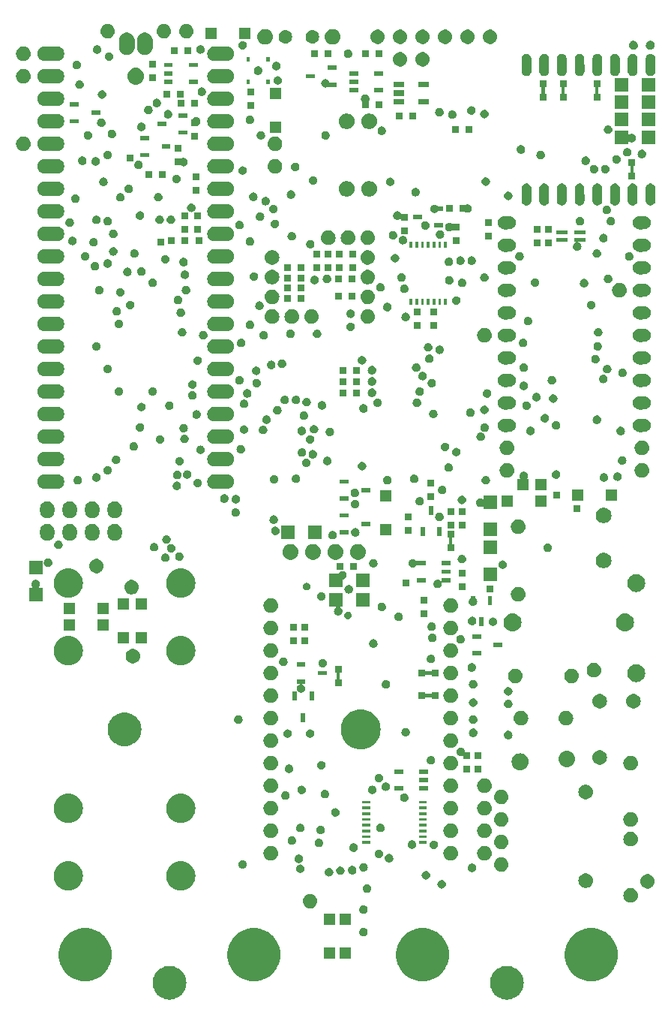
<source format=gbr>
%TF.GenerationSoftware,KiCad,Pcbnew,8.0.1-rc1*%
%TF.CreationDate,2024-12-19T23:23:59-08:00*%
%TF.ProjectId,MMTR_AFE_00_04_TORELEASE,4d4d5452-5f41-4464-955f-30305f30345f,rev?*%
%TF.SameCoordinates,Original*%
%TF.FileFunction,Soldermask,Bot*%
%TF.FilePolarity,Negative*%
%FSLAX46Y46*%
G04 Gerber Fmt 4.6, Leading zero omitted, Abs format (unit mm)*
G04 Created by KiCad (PCBNEW 8.0.1-rc1) date 2024-12-19 23:23:59*
%MOMM*%
%LPD*%
G01*
G04 APERTURE LIST*
G04 APERTURE END LIST*
G36*
X143781110Y-140989390D02*
G01*
X144046701Y-141047166D01*
X144301366Y-141142151D01*
X144539921Y-141272412D01*
X144757510Y-141435297D01*
X144949703Y-141627490D01*
X145112588Y-141845079D01*
X145242849Y-142083634D01*
X145337834Y-142338299D01*
X145395610Y-142603890D01*
X145415000Y-142875000D01*
X145395610Y-143146110D01*
X145337834Y-143411701D01*
X145242849Y-143666366D01*
X145112588Y-143904921D01*
X144949703Y-144122510D01*
X144757510Y-144314703D01*
X144539921Y-144477588D01*
X144301366Y-144607849D01*
X144046701Y-144702834D01*
X143781110Y-144760610D01*
X143510000Y-144780000D01*
X143238890Y-144760610D01*
X142973299Y-144702834D01*
X142718634Y-144607849D01*
X142480079Y-144477588D01*
X142262490Y-144314703D01*
X142070297Y-144122510D01*
X141907412Y-143904921D01*
X141777151Y-143666366D01*
X141682166Y-143411701D01*
X141624390Y-143146110D01*
X141605000Y-142875000D01*
X141624390Y-142603890D01*
X141682166Y-142338299D01*
X141777151Y-142083634D01*
X141907412Y-141845079D01*
X142070297Y-141627490D01*
X142262490Y-141435297D01*
X142480079Y-141272412D01*
X142718634Y-141142151D01*
X142973299Y-141047166D01*
X143238890Y-140989390D01*
X143510000Y-140970000D01*
X143781110Y-140989390D01*
G37*
G36*
X181881110Y-140989390D02*
G01*
X182146701Y-141047166D01*
X182401366Y-141142151D01*
X182639921Y-141272412D01*
X182857510Y-141435297D01*
X183049703Y-141627490D01*
X183212588Y-141845079D01*
X183342849Y-142083634D01*
X183437834Y-142338299D01*
X183495610Y-142603890D01*
X183515000Y-142875000D01*
X183495610Y-143146110D01*
X183437834Y-143411701D01*
X183342849Y-143666366D01*
X183212588Y-143904921D01*
X183049703Y-144122510D01*
X182857510Y-144314703D01*
X182639921Y-144477588D01*
X182401366Y-144607849D01*
X182146701Y-144702834D01*
X181881110Y-144760610D01*
X181610000Y-144780000D01*
X181338890Y-144760610D01*
X181073299Y-144702834D01*
X180818634Y-144607849D01*
X180580079Y-144477588D01*
X180362490Y-144314703D01*
X180170297Y-144122510D01*
X180007412Y-143904921D01*
X179877151Y-143666366D01*
X179782166Y-143411701D01*
X179724390Y-143146110D01*
X179705000Y-142875000D01*
X179724390Y-142603890D01*
X179782166Y-142338299D01*
X179877151Y-142083634D01*
X180007412Y-141845079D01*
X180170297Y-141627490D01*
X180362490Y-141435297D01*
X180580079Y-141272412D01*
X180818634Y-141142151D01*
X181073299Y-141047166D01*
X181338890Y-140989390D01*
X181610000Y-140970000D01*
X181881110Y-140989390D01*
G37*
G36*
X134073975Y-136705076D02*
G01*
X134159434Y-136705076D01*
X134238478Y-136714314D01*
X134320885Y-136718943D01*
X134415253Y-136734976D01*
X134505945Y-136745577D01*
X134577615Y-136762562D01*
X134652539Y-136775293D01*
X134750930Y-136803639D01*
X134845410Y-136826031D01*
X134909028Y-136849186D01*
X134975814Y-136868427D01*
X135076681Y-136910207D01*
X135173239Y-136945352D01*
X135228361Y-136973035D01*
X135286620Y-136997167D01*
X135388223Y-137053321D01*
X135485000Y-137101924D01*
X135531495Y-137132504D01*
X135581046Y-137159890D01*
X135681454Y-137231133D01*
X135776476Y-137293630D01*
X135814487Y-137325525D01*
X135855419Y-137354568D01*
X135952629Y-137441440D01*
X136043725Y-137517879D01*
X136073611Y-137549556D01*
X136106263Y-137578736D01*
X136198194Y-137681606D01*
X136283133Y-137771637D01*
X136305504Y-137801687D01*
X136330431Y-137829580D01*
X136414945Y-137948692D01*
X136491463Y-138051473D01*
X136507145Y-138078635D01*
X136525109Y-138103953D01*
X136600068Y-138239583D01*
X136665898Y-138353602D01*
X136675900Y-138376790D01*
X136687832Y-138398379D01*
X136751114Y-138551155D01*
X136804078Y-138673940D01*
X136809565Y-138692270D01*
X136816572Y-138709185D01*
X136866149Y-138881273D01*
X136904135Y-139008152D01*
X136906394Y-139020964D01*
X136909706Y-139032460D01*
X136943712Y-139232609D01*
X136964715Y-139351721D01*
X136965113Y-139358568D01*
X136966056Y-139364114D01*
X136982761Y-139661568D01*
X136985000Y-139700000D01*
X136982761Y-139738434D01*
X136966056Y-140035885D01*
X136965113Y-140041429D01*
X136964715Y-140048279D01*
X136943707Y-140167416D01*
X136909706Y-140367539D01*
X136906394Y-140379033D01*
X136904135Y-140391848D01*
X136866142Y-140518751D01*
X136816572Y-140690814D01*
X136809566Y-140707725D01*
X136804078Y-140726060D01*
X136751103Y-140848868D01*
X136687832Y-141001620D01*
X136675902Y-141023204D01*
X136665898Y-141046398D01*
X136600055Y-141160439D01*
X136525109Y-141296046D01*
X136507148Y-141321358D01*
X136491463Y-141348527D01*
X136414930Y-141451327D01*
X136330431Y-141570419D01*
X136305509Y-141598306D01*
X136283133Y-141628363D01*
X136198177Y-141718411D01*
X136106263Y-141821263D01*
X136073617Y-141850437D01*
X136043725Y-141882121D01*
X135952610Y-141958574D01*
X135855419Y-142045431D01*
X135814495Y-142074467D01*
X135776476Y-142106370D01*
X135681435Y-142168878D01*
X135581046Y-142240109D01*
X135531505Y-142267489D01*
X135485000Y-142298076D01*
X135388203Y-142346688D01*
X135286620Y-142402832D01*
X135228373Y-142426958D01*
X135173239Y-142454648D01*
X135076661Y-142489799D01*
X134975814Y-142531572D01*
X134909041Y-142550808D01*
X134845410Y-142573969D01*
X134750911Y-142596365D01*
X134652539Y-142624706D01*
X134577629Y-142637433D01*
X134505945Y-142654423D01*
X134415234Y-142665025D01*
X134320885Y-142681056D01*
X134238494Y-142685683D01*
X134159434Y-142694924D01*
X134073957Y-142694924D01*
X133985000Y-142699920D01*
X133896043Y-142694924D01*
X133810566Y-142694924D01*
X133731506Y-142685683D01*
X133649114Y-142681056D01*
X133554762Y-142665025D01*
X133464055Y-142654423D01*
X133392372Y-142637434D01*
X133317460Y-142624706D01*
X133219083Y-142596364D01*
X133124590Y-142573969D01*
X133060962Y-142550810D01*
X132994185Y-142531572D01*
X132893330Y-142489796D01*
X132796761Y-142454648D01*
X132741631Y-142426960D01*
X132683379Y-142402832D01*
X132581785Y-142346683D01*
X132485000Y-142298076D01*
X132438499Y-142267492D01*
X132388953Y-142240109D01*
X132288550Y-142168869D01*
X132193524Y-142106370D01*
X132155509Y-142074472D01*
X132114580Y-142045431D01*
X132017372Y-141958561D01*
X131926275Y-141882121D01*
X131896388Y-141850442D01*
X131863736Y-141821263D01*
X131771803Y-141718390D01*
X131686867Y-141628363D01*
X131664495Y-141598313D01*
X131639568Y-141570419D01*
X131555048Y-141451299D01*
X131478537Y-141348527D01*
X131462855Y-141321366D01*
X131444890Y-141296046D01*
X131369920Y-141160398D01*
X131304102Y-141046398D01*
X131294100Y-141023212D01*
X131282167Y-141001620D01*
X131218871Y-140848809D01*
X131165922Y-140726060D01*
X131160435Y-140707734D01*
X131153427Y-140690814D01*
X131103831Y-140518663D01*
X131065865Y-140391848D01*
X131063606Y-140379042D01*
X131060293Y-140367539D01*
X131026264Y-140167260D01*
X131005285Y-140048279D01*
X131004886Y-140041438D01*
X131003943Y-140035885D01*
X130987210Y-139737954D01*
X130985000Y-139700000D01*
X130987210Y-139662048D01*
X131003943Y-139364114D01*
X131004886Y-139358559D01*
X131005285Y-139351721D01*
X131026259Y-139232765D01*
X131060293Y-139032460D01*
X131063607Y-139020955D01*
X131065865Y-139008152D01*
X131103823Y-138881362D01*
X131153427Y-138709185D01*
X131160436Y-138692262D01*
X131165922Y-138673940D01*
X131218860Y-138551214D01*
X131282167Y-138398379D01*
X131294102Y-138376782D01*
X131304102Y-138353602D01*
X131369907Y-138239623D01*
X131444890Y-138103953D01*
X131462858Y-138078628D01*
X131478537Y-138051473D01*
X131555032Y-137948720D01*
X131639568Y-137829580D01*
X131664500Y-137801680D01*
X131686867Y-137771637D01*
X131771786Y-137681626D01*
X131863736Y-137578736D01*
X131896394Y-137549550D01*
X131926275Y-137517879D01*
X132017354Y-137441454D01*
X132114580Y-137354568D01*
X132155517Y-137325521D01*
X132193524Y-137293630D01*
X132288531Y-137231142D01*
X132388953Y-137159890D01*
X132438509Y-137132501D01*
X132485000Y-137101924D01*
X132581765Y-137053326D01*
X132683379Y-136997167D01*
X132741642Y-136973033D01*
X132796761Y-136945352D01*
X132893310Y-136910210D01*
X132994185Y-136868427D01*
X133060975Y-136849184D01*
X133124590Y-136826031D01*
X133219063Y-136803640D01*
X133317460Y-136775293D01*
X133392387Y-136762562D01*
X133464055Y-136745577D01*
X133554743Y-136734977D01*
X133649114Y-136718943D01*
X133731522Y-136714314D01*
X133810566Y-136705076D01*
X133896025Y-136705076D01*
X133985000Y-136700079D01*
X134073975Y-136705076D01*
G37*
G36*
X153123975Y-136705076D02*
G01*
X153209434Y-136705076D01*
X153288478Y-136714314D01*
X153370885Y-136718943D01*
X153465253Y-136734976D01*
X153555945Y-136745577D01*
X153627615Y-136762562D01*
X153702539Y-136775293D01*
X153800930Y-136803639D01*
X153895410Y-136826031D01*
X153959028Y-136849186D01*
X154025814Y-136868427D01*
X154126681Y-136910207D01*
X154223239Y-136945352D01*
X154278361Y-136973035D01*
X154336620Y-136997167D01*
X154438223Y-137053321D01*
X154535000Y-137101924D01*
X154581495Y-137132504D01*
X154631046Y-137159890D01*
X154731454Y-137231133D01*
X154826476Y-137293630D01*
X154864487Y-137325525D01*
X154905419Y-137354568D01*
X155002629Y-137441440D01*
X155093725Y-137517879D01*
X155123611Y-137549556D01*
X155156263Y-137578736D01*
X155248194Y-137681606D01*
X155333133Y-137771637D01*
X155355504Y-137801687D01*
X155380431Y-137829580D01*
X155464945Y-137948692D01*
X155541463Y-138051473D01*
X155557145Y-138078635D01*
X155575109Y-138103953D01*
X155650068Y-138239583D01*
X155715898Y-138353602D01*
X155725900Y-138376790D01*
X155737832Y-138398379D01*
X155801114Y-138551155D01*
X155854078Y-138673940D01*
X155859565Y-138692270D01*
X155866572Y-138709185D01*
X155916149Y-138881273D01*
X155954135Y-139008152D01*
X155956394Y-139020964D01*
X155959706Y-139032460D01*
X155993712Y-139232609D01*
X156014715Y-139351721D01*
X156015113Y-139358568D01*
X156016056Y-139364114D01*
X156032761Y-139661568D01*
X156035000Y-139700000D01*
X156032761Y-139738434D01*
X156016056Y-140035885D01*
X156015113Y-140041429D01*
X156014715Y-140048279D01*
X155993707Y-140167416D01*
X155959706Y-140367539D01*
X155956394Y-140379033D01*
X155954135Y-140391848D01*
X155916142Y-140518751D01*
X155866572Y-140690814D01*
X155859566Y-140707725D01*
X155854078Y-140726060D01*
X155801103Y-140848868D01*
X155737832Y-141001620D01*
X155725902Y-141023204D01*
X155715898Y-141046398D01*
X155650055Y-141160439D01*
X155575109Y-141296046D01*
X155557148Y-141321358D01*
X155541463Y-141348527D01*
X155464930Y-141451327D01*
X155380431Y-141570419D01*
X155355509Y-141598306D01*
X155333133Y-141628363D01*
X155248177Y-141718411D01*
X155156263Y-141821263D01*
X155123617Y-141850437D01*
X155093725Y-141882121D01*
X155002610Y-141958574D01*
X154905419Y-142045431D01*
X154864495Y-142074467D01*
X154826476Y-142106370D01*
X154731435Y-142168878D01*
X154631046Y-142240109D01*
X154581505Y-142267489D01*
X154535000Y-142298076D01*
X154438203Y-142346688D01*
X154336620Y-142402832D01*
X154278373Y-142426958D01*
X154223239Y-142454648D01*
X154126661Y-142489799D01*
X154025814Y-142531572D01*
X153959041Y-142550808D01*
X153895410Y-142573969D01*
X153800911Y-142596365D01*
X153702539Y-142624706D01*
X153627629Y-142637433D01*
X153555945Y-142654423D01*
X153465234Y-142665025D01*
X153370885Y-142681056D01*
X153288494Y-142685683D01*
X153209434Y-142694924D01*
X153123957Y-142694924D01*
X153035000Y-142699920D01*
X152946043Y-142694924D01*
X152860566Y-142694924D01*
X152781506Y-142685683D01*
X152699114Y-142681056D01*
X152604762Y-142665025D01*
X152514055Y-142654423D01*
X152442372Y-142637434D01*
X152367460Y-142624706D01*
X152269083Y-142596364D01*
X152174590Y-142573969D01*
X152110962Y-142550810D01*
X152044185Y-142531572D01*
X151943330Y-142489796D01*
X151846761Y-142454648D01*
X151791631Y-142426960D01*
X151733379Y-142402832D01*
X151631785Y-142346683D01*
X151535000Y-142298076D01*
X151488499Y-142267492D01*
X151438953Y-142240109D01*
X151338550Y-142168869D01*
X151243524Y-142106370D01*
X151205509Y-142074472D01*
X151164580Y-142045431D01*
X151067372Y-141958561D01*
X150976275Y-141882121D01*
X150946388Y-141850442D01*
X150913736Y-141821263D01*
X150821803Y-141718390D01*
X150736867Y-141628363D01*
X150714495Y-141598313D01*
X150689568Y-141570419D01*
X150605048Y-141451299D01*
X150528537Y-141348527D01*
X150512855Y-141321366D01*
X150494890Y-141296046D01*
X150419920Y-141160398D01*
X150354102Y-141046398D01*
X150344100Y-141023212D01*
X150332167Y-141001620D01*
X150268871Y-140848809D01*
X150215922Y-140726060D01*
X150210435Y-140707734D01*
X150203427Y-140690814D01*
X150153831Y-140518663D01*
X150115865Y-140391848D01*
X150113606Y-140379042D01*
X150110293Y-140367539D01*
X150076264Y-140167260D01*
X150055285Y-140048279D01*
X150054886Y-140041438D01*
X150053943Y-140035885D01*
X150037210Y-139737954D01*
X150035000Y-139700000D01*
X150037210Y-139662048D01*
X150053943Y-139364114D01*
X150054886Y-139358559D01*
X150055285Y-139351721D01*
X150076259Y-139232765D01*
X150110293Y-139032460D01*
X150113607Y-139020955D01*
X150115865Y-139008152D01*
X150153823Y-138881362D01*
X150203427Y-138709185D01*
X150210436Y-138692262D01*
X150215922Y-138673940D01*
X150268860Y-138551214D01*
X150332167Y-138398379D01*
X150344102Y-138376782D01*
X150354102Y-138353602D01*
X150419907Y-138239623D01*
X150494890Y-138103953D01*
X150512858Y-138078628D01*
X150528537Y-138051473D01*
X150605032Y-137948720D01*
X150689568Y-137829580D01*
X150714500Y-137801680D01*
X150736867Y-137771637D01*
X150821786Y-137681626D01*
X150913736Y-137578736D01*
X150946394Y-137549550D01*
X150976275Y-137517879D01*
X151067354Y-137441454D01*
X151164580Y-137354568D01*
X151205517Y-137325521D01*
X151243524Y-137293630D01*
X151338531Y-137231142D01*
X151438953Y-137159890D01*
X151488509Y-137132501D01*
X151535000Y-137101924D01*
X151631765Y-137053326D01*
X151733379Y-136997167D01*
X151791642Y-136973033D01*
X151846761Y-136945352D01*
X151943310Y-136910210D01*
X152044185Y-136868427D01*
X152110975Y-136849184D01*
X152174590Y-136826031D01*
X152269063Y-136803640D01*
X152367460Y-136775293D01*
X152442387Y-136762562D01*
X152514055Y-136745577D01*
X152604743Y-136734977D01*
X152699114Y-136718943D01*
X152781522Y-136714314D01*
X152860566Y-136705076D01*
X152946025Y-136705076D01*
X153035000Y-136700079D01*
X153123975Y-136705076D01*
G37*
G36*
X172173975Y-136705076D02*
G01*
X172259434Y-136705076D01*
X172338478Y-136714314D01*
X172420885Y-136718943D01*
X172515253Y-136734976D01*
X172605945Y-136745577D01*
X172677615Y-136762562D01*
X172752539Y-136775293D01*
X172850930Y-136803639D01*
X172945410Y-136826031D01*
X173009028Y-136849186D01*
X173075814Y-136868427D01*
X173176681Y-136910207D01*
X173273239Y-136945352D01*
X173328361Y-136973035D01*
X173386620Y-136997167D01*
X173488223Y-137053321D01*
X173585000Y-137101924D01*
X173631495Y-137132504D01*
X173681046Y-137159890D01*
X173781454Y-137231133D01*
X173876476Y-137293630D01*
X173914487Y-137325525D01*
X173955419Y-137354568D01*
X174052629Y-137441440D01*
X174143725Y-137517879D01*
X174173611Y-137549556D01*
X174206263Y-137578736D01*
X174298194Y-137681606D01*
X174383133Y-137771637D01*
X174405504Y-137801687D01*
X174430431Y-137829580D01*
X174514945Y-137948692D01*
X174591463Y-138051473D01*
X174607145Y-138078635D01*
X174625109Y-138103953D01*
X174700068Y-138239583D01*
X174765898Y-138353602D01*
X174775900Y-138376790D01*
X174787832Y-138398379D01*
X174851114Y-138551155D01*
X174904078Y-138673940D01*
X174909565Y-138692270D01*
X174916572Y-138709185D01*
X174966149Y-138881273D01*
X175004135Y-139008152D01*
X175006394Y-139020964D01*
X175009706Y-139032460D01*
X175043712Y-139232609D01*
X175064715Y-139351721D01*
X175065113Y-139358568D01*
X175066056Y-139364114D01*
X175082761Y-139661568D01*
X175085000Y-139700000D01*
X175082761Y-139738434D01*
X175066056Y-140035885D01*
X175065113Y-140041429D01*
X175064715Y-140048279D01*
X175043707Y-140167416D01*
X175009706Y-140367539D01*
X175006394Y-140379033D01*
X175004135Y-140391848D01*
X174966142Y-140518751D01*
X174916572Y-140690814D01*
X174909566Y-140707725D01*
X174904078Y-140726060D01*
X174851103Y-140848868D01*
X174787832Y-141001620D01*
X174775902Y-141023204D01*
X174765898Y-141046398D01*
X174700055Y-141160439D01*
X174625109Y-141296046D01*
X174607148Y-141321358D01*
X174591463Y-141348527D01*
X174514930Y-141451327D01*
X174430431Y-141570419D01*
X174405509Y-141598306D01*
X174383133Y-141628363D01*
X174298177Y-141718411D01*
X174206263Y-141821263D01*
X174173617Y-141850437D01*
X174143725Y-141882121D01*
X174052610Y-141958574D01*
X173955419Y-142045431D01*
X173914495Y-142074467D01*
X173876476Y-142106370D01*
X173781435Y-142168878D01*
X173681046Y-142240109D01*
X173631505Y-142267489D01*
X173585000Y-142298076D01*
X173488203Y-142346688D01*
X173386620Y-142402832D01*
X173328373Y-142426958D01*
X173273239Y-142454648D01*
X173176661Y-142489799D01*
X173075814Y-142531572D01*
X173009041Y-142550808D01*
X172945410Y-142573969D01*
X172850911Y-142596365D01*
X172752539Y-142624706D01*
X172677629Y-142637433D01*
X172605945Y-142654423D01*
X172515234Y-142665025D01*
X172420885Y-142681056D01*
X172338494Y-142685683D01*
X172259434Y-142694924D01*
X172173957Y-142694924D01*
X172085000Y-142699920D01*
X171996043Y-142694924D01*
X171910566Y-142694924D01*
X171831506Y-142685683D01*
X171749114Y-142681056D01*
X171654762Y-142665025D01*
X171564055Y-142654423D01*
X171492372Y-142637434D01*
X171417460Y-142624706D01*
X171319083Y-142596364D01*
X171224590Y-142573969D01*
X171160962Y-142550810D01*
X171094185Y-142531572D01*
X170993330Y-142489796D01*
X170896761Y-142454648D01*
X170841631Y-142426960D01*
X170783379Y-142402832D01*
X170681785Y-142346683D01*
X170585000Y-142298076D01*
X170538499Y-142267492D01*
X170488953Y-142240109D01*
X170388550Y-142168869D01*
X170293524Y-142106370D01*
X170255509Y-142074472D01*
X170214580Y-142045431D01*
X170117372Y-141958561D01*
X170026275Y-141882121D01*
X169996388Y-141850442D01*
X169963736Y-141821263D01*
X169871803Y-141718390D01*
X169786867Y-141628363D01*
X169764495Y-141598313D01*
X169739568Y-141570419D01*
X169655048Y-141451299D01*
X169578537Y-141348527D01*
X169562855Y-141321366D01*
X169544890Y-141296046D01*
X169469920Y-141160398D01*
X169404102Y-141046398D01*
X169394100Y-141023212D01*
X169382167Y-141001620D01*
X169318871Y-140848809D01*
X169265922Y-140726060D01*
X169260435Y-140707734D01*
X169253427Y-140690814D01*
X169203831Y-140518663D01*
X169165865Y-140391848D01*
X169163606Y-140379042D01*
X169160293Y-140367539D01*
X169126264Y-140167260D01*
X169105285Y-140048279D01*
X169104886Y-140041438D01*
X169103943Y-140035885D01*
X169087210Y-139737954D01*
X169085000Y-139700000D01*
X169087210Y-139662048D01*
X169103943Y-139364114D01*
X169104886Y-139358559D01*
X169105285Y-139351721D01*
X169126259Y-139232765D01*
X169160293Y-139032460D01*
X169163607Y-139020955D01*
X169165865Y-139008152D01*
X169203823Y-138881362D01*
X169253427Y-138709185D01*
X169260436Y-138692262D01*
X169265922Y-138673940D01*
X169318860Y-138551214D01*
X169382167Y-138398379D01*
X169394102Y-138376782D01*
X169404102Y-138353602D01*
X169469907Y-138239623D01*
X169544890Y-138103953D01*
X169562858Y-138078628D01*
X169578537Y-138051473D01*
X169655032Y-137948720D01*
X169739568Y-137829580D01*
X169764500Y-137801680D01*
X169786867Y-137771637D01*
X169871786Y-137681626D01*
X169963736Y-137578736D01*
X169996394Y-137549550D01*
X170026275Y-137517879D01*
X170117354Y-137441454D01*
X170214580Y-137354568D01*
X170255517Y-137325521D01*
X170293524Y-137293630D01*
X170388531Y-137231142D01*
X170488953Y-137159890D01*
X170538509Y-137132501D01*
X170585000Y-137101924D01*
X170681765Y-137053326D01*
X170783379Y-136997167D01*
X170841642Y-136973033D01*
X170896761Y-136945352D01*
X170993310Y-136910210D01*
X171094185Y-136868427D01*
X171160975Y-136849184D01*
X171224590Y-136826031D01*
X171319063Y-136803640D01*
X171417460Y-136775293D01*
X171492387Y-136762562D01*
X171564055Y-136745577D01*
X171654743Y-136734977D01*
X171749114Y-136718943D01*
X171831522Y-136714314D01*
X171910566Y-136705076D01*
X171996025Y-136705076D01*
X172085000Y-136700079D01*
X172173975Y-136705076D01*
G37*
G36*
X191223975Y-136705076D02*
G01*
X191309434Y-136705076D01*
X191388478Y-136714314D01*
X191470885Y-136718943D01*
X191565253Y-136734976D01*
X191655945Y-136745577D01*
X191727615Y-136762562D01*
X191802539Y-136775293D01*
X191900930Y-136803639D01*
X191995410Y-136826031D01*
X192059028Y-136849186D01*
X192125814Y-136868427D01*
X192226681Y-136910207D01*
X192323239Y-136945352D01*
X192378361Y-136973035D01*
X192436620Y-136997167D01*
X192538223Y-137053321D01*
X192635000Y-137101924D01*
X192681495Y-137132504D01*
X192731046Y-137159890D01*
X192831454Y-137231133D01*
X192926476Y-137293630D01*
X192964487Y-137325525D01*
X193005419Y-137354568D01*
X193102629Y-137441440D01*
X193193725Y-137517879D01*
X193223611Y-137549556D01*
X193256263Y-137578736D01*
X193348194Y-137681606D01*
X193433133Y-137771637D01*
X193455504Y-137801687D01*
X193480431Y-137829580D01*
X193564945Y-137948692D01*
X193641463Y-138051473D01*
X193657145Y-138078635D01*
X193675109Y-138103953D01*
X193750068Y-138239583D01*
X193815898Y-138353602D01*
X193825900Y-138376790D01*
X193837832Y-138398379D01*
X193901114Y-138551155D01*
X193954078Y-138673940D01*
X193959565Y-138692270D01*
X193966572Y-138709185D01*
X194016149Y-138881273D01*
X194054135Y-139008152D01*
X194056394Y-139020964D01*
X194059706Y-139032460D01*
X194093712Y-139232609D01*
X194114715Y-139351721D01*
X194115113Y-139358568D01*
X194116056Y-139364114D01*
X194132761Y-139661568D01*
X194135000Y-139700000D01*
X194132761Y-139738434D01*
X194116056Y-140035885D01*
X194115113Y-140041429D01*
X194114715Y-140048279D01*
X194093707Y-140167416D01*
X194059706Y-140367539D01*
X194056394Y-140379033D01*
X194054135Y-140391848D01*
X194016142Y-140518751D01*
X193966572Y-140690814D01*
X193959566Y-140707725D01*
X193954078Y-140726060D01*
X193901103Y-140848868D01*
X193837832Y-141001620D01*
X193825902Y-141023204D01*
X193815898Y-141046398D01*
X193750055Y-141160439D01*
X193675109Y-141296046D01*
X193657148Y-141321358D01*
X193641463Y-141348527D01*
X193564930Y-141451327D01*
X193480431Y-141570419D01*
X193455509Y-141598306D01*
X193433133Y-141628363D01*
X193348177Y-141718411D01*
X193256263Y-141821263D01*
X193223617Y-141850437D01*
X193193725Y-141882121D01*
X193102610Y-141958574D01*
X193005419Y-142045431D01*
X192964495Y-142074467D01*
X192926476Y-142106370D01*
X192831435Y-142168878D01*
X192731046Y-142240109D01*
X192681505Y-142267489D01*
X192635000Y-142298076D01*
X192538203Y-142346688D01*
X192436620Y-142402832D01*
X192378373Y-142426958D01*
X192323239Y-142454648D01*
X192226661Y-142489799D01*
X192125814Y-142531572D01*
X192059041Y-142550808D01*
X191995410Y-142573969D01*
X191900911Y-142596365D01*
X191802539Y-142624706D01*
X191727629Y-142637433D01*
X191655945Y-142654423D01*
X191565234Y-142665025D01*
X191470885Y-142681056D01*
X191388494Y-142685683D01*
X191309434Y-142694924D01*
X191223957Y-142694924D01*
X191135000Y-142699920D01*
X191046043Y-142694924D01*
X190960566Y-142694924D01*
X190881506Y-142685683D01*
X190799114Y-142681056D01*
X190704762Y-142665025D01*
X190614055Y-142654423D01*
X190542372Y-142637434D01*
X190467460Y-142624706D01*
X190369083Y-142596364D01*
X190274590Y-142573969D01*
X190210962Y-142550810D01*
X190144185Y-142531572D01*
X190043330Y-142489796D01*
X189946761Y-142454648D01*
X189891631Y-142426960D01*
X189833379Y-142402832D01*
X189731785Y-142346683D01*
X189635000Y-142298076D01*
X189588499Y-142267492D01*
X189538953Y-142240109D01*
X189438550Y-142168869D01*
X189343524Y-142106370D01*
X189305509Y-142074472D01*
X189264580Y-142045431D01*
X189167372Y-141958561D01*
X189076275Y-141882121D01*
X189046388Y-141850442D01*
X189013736Y-141821263D01*
X188921803Y-141718390D01*
X188836867Y-141628363D01*
X188814495Y-141598313D01*
X188789568Y-141570419D01*
X188705048Y-141451299D01*
X188628537Y-141348527D01*
X188612855Y-141321366D01*
X188594890Y-141296046D01*
X188519920Y-141160398D01*
X188454102Y-141046398D01*
X188444100Y-141023212D01*
X188432167Y-141001620D01*
X188368871Y-140848809D01*
X188315922Y-140726060D01*
X188310435Y-140707734D01*
X188303427Y-140690814D01*
X188253831Y-140518663D01*
X188215865Y-140391848D01*
X188213606Y-140379042D01*
X188210293Y-140367539D01*
X188176264Y-140167260D01*
X188155285Y-140048279D01*
X188154886Y-140041438D01*
X188153943Y-140035885D01*
X188137210Y-139737954D01*
X188135000Y-139700000D01*
X188137210Y-139662048D01*
X188153943Y-139364114D01*
X188154886Y-139358559D01*
X188155285Y-139351721D01*
X188176259Y-139232765D01*
X188210293Y-139032460D01*
X188213607Y-139020955D01*
X188215865Y-139008152D01*
X188253823Y-138881362D01*
X188303427Y-138709185D01*
X188310436Y-138692262D01*
X188315922Y-138673940D01*
X188368860Y-138551214D01*
X188432167Y-138398379D01*
X188444102Y-138376782D01*
X188454102Y-138353602D01*
X188519907Y-138239623D01*
X188594890Y-138103953D01*
X188612858Y-138078628D01*
X188628537Y-138051473D01*
X188705032Y-137948720D01*
X188789568Y-137829580D01*
X188814500Y-137801680D01*
X188836867Y-137771637D01*
X188921786Y-137681626D01*
X189013736Y-137578736D01*
X189046394Y-137549550D01*
X189076275Y-137517879D01*
X189167354Y-137441454D01*
X189264580Y-137354568D01*
X189305517Y-137325521D01*
X189343524Y-137293630D01*
X189438531Y-137231142D01*
X189538953Y-137159890D01*
X189588509Y-137132501D01*
X189635000Y-137101924D01*
X189731765Y-137053326D01*
X189833379Y-136997167D01*
X189891642Y-136973033D01*
X189946761Y-136945352D01*
X190043310Y-136910210D01*
X190144185Y-136868427D01*
X190210975Y-136849184D01*
X190274590Y-136826031D01*
X190369063Y-136803640D01*
X190467460Y-136775293D01*
X190542387Y-136762562D01*
X190614055Y-136745577D01*
X190704743Y-136734977D01*
X190799114Y-136718943D01*
X190881522Y-136714314D01*
X190960566Y-136705076D01*
X191046025Y-136705076D01*
X191135000Y-136700079D01*
X191223975Y-136705076D01*
G37*
G36*
X162242500Y-140176250D02*
G01*
X160972500Y-140176250D01*
X160972500Y-138906250D01*
X162242500Y-138906250D01*
X162242500Y-140176250D01*
G37*
G36*
X163988750Y-140176250D02*
G01*
X162718750Y-140176250D01*
X162718750Y-138906250D01*
X163988750Y-138906250D01*
X163988750Y-140176250D01*
G37*
G36*
X165451489Y-136682312D02*
G01*
X165486181Y-136682312D01*
X165514380Y-136690592D01*
X165542292Y-136694267D01*
X165579785Y-136709797D01*
X165617979Y-136721012D01*
X165638138Y-136733967D01*
X165658581Y-136742435D01*
X165696037Y-136771176D01*
X165733536Y-136795275D01*
X165745624Y-136809226D01*
X165758439Y-136819059D01*
X165791660Y-136862354D01*
X165823489Y-136899087D01*
X165828845Y-136910815D01*
X165835064Y-136918920D01*
X165859618Y-136978200D01*
X165880551Y-137024036D01*
X165881585Y-137031234D01*
X165883232Y-137035208D01*
X165894904Y-137123866D01*
X165900100Y-137160000D01*
X165894904Y-137196133D01*
X165883232Y-137284792D01*
X165881585Y-137288765D01*
X165880551Y-137295964D01*
X165859621Y-137341794D01*
X165835064Y-137401081D01*
X165828844Y-137409186D01*
X165823489Y-137420913D01*
X165791655Y-137457650D01*
X165758439Y-137500939D01*
X165745629Y-137510768D01*
X165733536Y-137524725D01*
X165696026Y-137548830D01*
X165658581Y-137577564D01*
X165638142Y-137586029D01*
X165617979Y-137598988D01*
X165579777Y-137610205D01*
X165542292Y-137625732D01*
X165514386Y-137629406D01*
X165486181Y-137637688D01*
X165451482Y-137637688D01*
X165417500Y-137642162D01*
X165383518Y-137637688D01*
X165348819Y-137637688D01*
X165320614Y-137629406D01*
X165292707Y-137625732D01*
X165255219Y-137610204D01*
X165217021Y-137598988D01*
X165196859Y-137586030D01*
X165176418Y-137577564D01*
X165138967Y-137548826D01*
X165101464Y-137524725D01*
X165089372Y-137510770D01*
X165076560Y-137500939D01*
X165043335Y-137457640D01*
X165011511Y-137420913D01*
X165006157Y-137409189D01*
X164999935Y-137401081D01*
X164975368Y-137341770D01*
X164954449Y-137295964D01*
X164953414Y-137288769D01*
X164951767Y-137284792D01*
X164940083Y-137196051D01*
X164934900Y-137160000D01*
X164940083Y-137123948D01*
X164951767Y-137035208D01*
X164953414Y-137031230D01*
X164954449Y-137024036D01*
X164975370Y-136978224D01*
X164999935Y-136918920D01*
X165006156Y-136910812D01*
X165011511Y-136899087D01*
X165043334Y-136862360D01*
X165076560Y-136819060D01*
X165089374Y-136809227D01*
X165101464Y-136795275D01*
X165138966Y-136771173D01*
X165176420Y-136742435D01*
X165196860Y-136733968D01*
X165217021Y-136721012D01*
X165255215Y-136709796D01*
X165292708Y-136694267D01*
X165320619Y-136690592D01*
X165348819Y-136682312D01*
X165383511Y-136682312D01*
X165417500Y-136677837D01*
X165451489Y-136682312D01*
G37*
G36*
X162242500Y-136366250D02*
G01*
X160972500Y-136366250D01*
X160972500Y-135096250D01*
X162242500Y-135096250D01*
X162242500Y-136366250D01*
G37*
G36*
X163988750Y-136366250D02*
G01*
X162718750Y-136366250D01*
X162718750Y-135096250D01*
X163988750Y-135096250D01*
X163988750Y-136366250D01*
G37*
G36*
X165451489Y-134142312D02*
G01*
X165486181Y-134142312D01*
X165514380Y-134150592D01*
X165542292Y-134154267D01*
X165579785Y-134169797D01*
X165617979Y-134181012D01*
X165638138Y-134193967D01*
X165658581Y-134202435D01*
X165696037Y-134231176D01*
X165733536Y-134255275D01*
X165745624Y-134269226D01*
X165758439Y-134279059D01*
X165791660Y-134322354D01*
X165823489Y-134359087D01*
X165828845Y-134370815D01*
X165835064Y-134378920D01*
X165859618Y-134438200D01*
X165880551Y-134484036D01*
X165881585Y-134491234D01*
X165883232Y-134495208D01*
X165894904Y-134583866D01*
X165900100Y-134620000D01*
X165894904Y-134656133D01*
X165883232Y-134744792D01*
X165881585Y-134748765D01*
X165880551Y-134755964D01*
X165859621Y-134801794D01*
X165835064Y-134861081D01*
X165828844Y-134869186D01*
X165823489Y-134880913D01*
X165791655Y-134917650D01*
X165758439Y-134960939D01*
X165745629Y-134970768D01*
X165733536Y-134984725D01*
X165696026Y-135008830D01*
X165658581Y-135037564D01*
X165638142Y-135046029D01*
X165617979Y-135058988D01*
X165579777Y-135070205D01*
X165542292Y-135085732D01*
X165514386Y-135089406D01*
X165486181Y-135097688D01*
X165451482Y-135097688D01*
X165417500Y-135102162D01*
X165383518Y-135097688D01*
X165348819Y-135097688D01*
X165320614Y-135089406D01*
X165292707Y-135085732D01*
X165255219Y-135070204D01*
X165217021Y-135058988D01*
X165196859Y-135046030D01*
X165176418Y-135037564D01*
X165138967Y-135008826D01*
X165101464Y-134984725D01*
X165089372Y-134970770D01*
X165076560Y-134960939D01*
X165043335Y-134917640D01*
X165011511Y-134880913D01*
X165006157Y-134869189D01*
X164999935Y-134861081D01*
X164975368Y-134801770D01*
X164954449Y-134755964D01*
X164953414Y-134748769D01*
X164951767Y-134744792D01*
X164940083Y-134656051D01*
X164934900Y-134620000D01*
X164940083Y-134583948D01*
X164951767Y-134495208D01*
X164953414Y-134491230D01*
X164954449Y-134484036D01*
X164975370Y-134438224D01*
X164999935Y-134378920D01*
X165006156Y-134370812D01*
X165011511Y-134359087D01*
X165043334Y-134322360D01*
X165076560Y-134279060D01*
X165089374Y-134269227D01*
X165101464Y-134255275D01*
X165138966Y-134231173D01*
X165176420Y-134202435D01*
X165196860Y-134193968D01*
X165217021Y-134181012D01*
X165255215Y-134169796D01*
X165292708Y-134154267D01*
X165320619Y-134150592D01*
X165348819Y-134142312D01*
X165383511Y-134142312D01*
X165417500Y-134137837D01*
X165451489Y-134142312D01*
G37*
G36*
X159640094Y-132882403D02*
G01*
X159797750Y-132952596D01*
X159937367Y-133054034D01*
X160052844Y-133182283D01*
X160139132Y-133331739D01*
X160192461Y-133495869D01*
X160210500Y-133667500D01*
X160192461Y-133839131D01*
X160139132Y-134003261D01*
X160052844Y-134152717D01*
X159937367Y-134280966D01*
X159797750Y-134382404D01*
X159640094Y-134452597D01*
X159471288Y-134488478D01*
X159298712Y-134488478D01*
X159129906Y-134452597D01*
X158972250Y-134382404D01*
X158832633Y-134280966D01*
X158717156Y-134152717D01*
X158630868Y-134003261D01*
X158577539Y-133839131D01*
X158559500Y-133667500D01*
X158577539Y-133495869D01*
X158630868Y-133331739D01*
X158717156Y-133182283D01*
X158832633Y-133054034D01*
X158972250Y-132952596D01*
X159129906Y-132882403D01*
X159298712Y-132846522D01*
X159471288Y-132846522D01*
X159640094Y-132882403D01*
G37*
G36*
X195835094Y-132247403D02*
G01*
X195992750Y-132317596D01*
X196132367Y-132419034D01*
X196247844Y-132547283D01*
X196334132Y-132696739D01*
X196387461Y-132860869D01*
X196405500Y-133032500D01*
X196387461Y-133204131D01*
X196334132Y-133368261D01*
X196247844Y-133517717D01*
X196132367Y-133645966D01*
X195992750Y-133747404D01*
X195835094Y-133817597D01*
X195666288Y-133853478D01*
X195493712Y-133853478D01*
X195324906Y-133817597D01*
X195167250Y-133747404D01*
X195027633Y-133645966D01*
X194912156Y-133517717D01*
X194825868Y-133368261D01*
X194772539Y-133204131D01*
X194754500Y-133032500D01*
X194772539Y-132860869D01*
X194825868Y-132696739D01*
X194912156Y-132547283D01*
X195027633Y-132419034D01*
X195167250Y-132317596D01*
X195324906Y-132247403D01*
X195493712Y-132211522D01*
X195666288Y-132211522D01*
X195835094Y-132247403D01*
G37*
G36*
X165845189Y-131780112D02*
G01*
X165879881Y-131780112D01*
X165908080Y-131788392D01*
X165935992Y-131792067D01*
X165973485Y-131807597D01*
X166011679Y-131818812D01*
X166031838Y-131831767D01*
X166052281Y-131840235D01*
X166089737Y-131868976D01*
X166127236Y-131893075D01*
X166139324Y-131907026D01*
X166152139Y-131916859D01*
X166185360Y-131960154D01*
X166217189Y-131996887D01*
X166222545Y-132008615D01*
X166228764Y-132016720D01*
X166253318Y-132076000D01*
X166274251Y-132121836D01*
X166275285Y-132129034D01*
X166276932Y-132133008D01*
X166288604Y-132221666D01*
X166293800Y-132257800D01*
X166288604Y-132293933D01*
X166276932Y-132382592D01*
X166275285Y-132386565D01*
X166274251Y-132393764D01*
X166253321Y-132439594D01*
X166228764Y-132498881D01*
X166222544Y-132506986D01*
X166217189Y-132518713D01*
X166185355Y-132555450D01*
X166152139Y-132598739D01*
X166139329Y-132608568D01*
X166127236Y-132622525D01*
X166089726Y-132646630D01*
X166052281Y-132675364D01*
X166031842Y-132683829D01*
X166011679Y-132696788D01*
X165973477Y-132708005D01*
X165935992Y-132723532D01*
X165908086Y-132727206D01*
X165879881Y-132735488D01*
X165845182Y-132735488D01*
X165811200Y-132739962D01*
X165777218Y-132735488D01*
X165742519Y-132735488D01*
X165714314Y-132727206D01*
X165686407Y-132723532D01*
X165648919Y-132708004D01*
X165610721Y-132696788D01*
X165590559Y-132683830D01*
X165570118Y-132675364D01*
X165532667Y-132646626D01*
X165495164Y-132622525D01*
X165483072Y-132608570D01*
X165470260Y-132598739D01*
X165437035Y-132555440D01*
X165405211Y-132518713D01*
X165399857Y-132506989D01*
X165393635Y-132498881D01*
X165369068Y-132439570D01*
X165348149Y-132393764D01*
X165347114Y-132386569D01*
X165345467Y-132382592D01*
X165333783Y-132293851D01*
X165328600Y-132257800D01*
X165333783Y-132221748D01*
X165345467Y-132133008D01*
X165347114Y-132129030D01*
X165348149Y-132121836D01*
X165369070Y-132076024D01*
X165393635Y-132016720D01*
X165399856Y-132008612D01*
X165405211Y-131996887D01*
X165437034Y-131960160D01*
X165470260Y-131916860D01*
X165483074Y-131907027D01*
X165495164Y-131893075D01*
X165532666Y-131868973D01*
X165570120Y-131840235D01*
X165590560Y-131831768D01*
X165610721Y-131818812D01*
X165648915Y-131807596D01*
X165686408Y-131792067D01*
X165714319Y-131788392D01*
X165742519Y-131780112D01*
X165777211Y-131780112D01*
X165811200Y-131775637D01*
X165845189Y-131780112D01*
G37*
G36*
X132140467Y-129163759D02*
G01*
X132203367Y-129163759D01*
X132272102Y-129174119D01*
X132338273Y-129179327D01*
X132391609Y-129192131D01*
X132447354Y-129200534D01*
X132520199Y-129223003D01*
X132590187Y-129239806D01*
X132635437Y-129258549D01*
X132683126Y-129273259D01*
X132757990Y-129309312D01*
X132829538Y-129338948D01*
X132866268Y-129361456D01*
X132905428Y-129380315D01*
X132979914Y-129431098D01*
X133050433Y-129474313D01*
X133078669Y-129498429D01*
X133109293Y-129519308D01*
X133180807Y-129585663D01*
X133247433Y-129642567D01*
X133267662Y-129666252D01*
X133290163Y-129687130D01*
X133355946Y-129769620D01*
X133415687Y-129839567D01*
X133428826Y-129861008D01*
X133444002Y-129880038D01*
X133501228Y-129979158D01*
X133551052Y-130060462D01*
X133558371Y-130078131D01*
X133567372Y-130093722D01*
X133613285Y-130210706D01*
X133650194Y-130299813D01*
X133653245Y-130312524D01*
X133657514Y-130323400D01*
X133689477Y-130463439D01*
X133710673Y-130551727D01*
X133711222Y-130558713D01*
X133712418Y-130563950D01*
X133728009Y-130772003D01*
X133731000Y-130810000D01*
X133728009Y-130847999D01*
X133712418Y-131056049D01*
X133711223Y-131061284D01*
X133710673Y-131068273D01*
X133689472Y-131156579D01*
X133657514Y-131296599D01*
X133653246Y-131307472D01*
X133650194Y-131320187D01*
X133613277Y-131409311D01*
X133567372Y-131526277D01*
X133558372Y-131541864D01*
X133551052Y-131559538D01*
X133501218Y-131640857D01*
X133444002Y-131739961D01*
X133428828Y-131758987D01*
X133415687Y-131780433D01*
X133355934Y-131850394D01*
X133290163Y-131932869D01*
X133267666Y-131953742D01*
X133247433Y-131977433D01*
X133180793Y-132034348D01*
X133109293Y-132100691D01*
X133078675Y-132121565D01*
X133050433Y-132145687D01*
X132979899Y-132188909D01*
X132905428Y-132239684D01*
X132866276Y-132258538D01*
X132829538Y-132281052D01*
X132757975Y-132310693D01*
X132683126Y-132346740D01*
X132635446Y-132361446D01*
X132590187Y-132380194D01*
X132520184Y-132396999D01*
X132447354Y-132419465D01*
X132391617Y-132427866D01*
X132338273Y-132440673D01*
X132272098Y-132445881D01*
X132203367Y-132456241D01*
X132140467Y-132456241D01*
X132080000Y-132461000D01*
X132019533Y-132456241D01*
X131956633Y-132456241D01*
X131887901Y-132445881D01*
X131821727Y-132440673D01*
X131768383Y-132427866D01*
X131712645Y-132419465D01*
X131639810Y-132396998D01*
X131569813Y-132380194D01*
X131524556Y-132361448D01*
X131476873Y-132346740D01*
X131402019Y-132310691D01*
X131330462Y-132281052D01*
X131293724Y-132258538D01*
X131254572Y-132239684D01*
X131180096Y-132188907D01*
X131109567Y-132145687D01*
X131081328Y-132121568D01*
X131050706Y-132100691D01*
X130979193Y-132034337D01*
X130912567Y-131977433D01*
X130892337Y-131953746D01*
X130869836Y-131932869D01*
X130804050Y-131850376D01*
X130744313Y-131780433D01*
X130731174Y-131758993D01*
X130715997Y-131739961D01*
X130658763Y-131640829D01*
X130608948Y-131559538D01*
X130601630Y-131541870D01*
X130592627Y-131526277D01*
X130546703Y-131409265D01*
X130509806Y-131320187D01*
X130506755Y-131307479D01*
X130502485Y-131296599D01*
X130470507Y-131156494D01*
X130449327Y-131068273D01*
X130448777Y-131061291D01*
X130447581Y-131056049D01*
X130431969Y-130847733D01*
X130429000Y-130810000D01*
X130431969Y-130772269D01*
X130447581Y-130563950D01*
X130448777Y-130558707D01*
X130449327Y-130551727D01*
X130470502Y-130463524D01*
X130502485Y-130323400D01*
X130506755Y-130312518D01*
X130509806Y-130299813D01*
X130546695Y-130210752D01*
X130592627Y-130093722D01*
X130601631Y-130078125D01*
X130608948Y-130060462D01*
X130658753Y-129979186D01*
X130715997Y-129880038D01*
X130731177Y-129861002D01*
X130744313Y-129839567D01*
X130804038Y-129769637D01*
X130869836Y-129687130D01*
X130892341Y-129666248D01*
X130912567Y-129642567D01*
X130979180Y-129585673D01*
X131050706Y-129519308D01*
X131081334Y-129498426D01*
X131109567Y-129474313D01*
X131180082Y-129431101D01*
X131254572Y-129380315D01*
X131293731Y-129361456D01*
X131330462Y-129338948D01*
X131402004Y-129309314D01*
X131476873Y-129273259D01*
X131524565Y-129258547D01*
X131569813Y-129239806D01*
X131639795Y-129223004D01*
X131712645Y-129200534D01*
X131768392Y-129192131D01*
X131821727Y-129179327D01*
X131887897Y-129174119D01*
X131956633Y-129163759D01*
X132019533Y-129163759D01*
X132080000Y-129159000D01*
X132140467Y-129163759D01*
G37*
G36*
X144840467Y-129163759D02*
G01*
X144903367Y-129163759D01*
X144972102Y-129174119D01*
X145038273Y-129179327D01*
X145091609Y-129192131D01*
X145147354Y-129200534D01*
X145220199Y-129223003D01*
X145290187Y-129239806D01*
X145335437Y-129258549D01*
X145383126Y-129273259D01*
X145457990Y-129309312D01*
X145529538Y-129338948D01*
X145566268Y-129361456D01*
X145605428Y-129380315D01*
X145679914Y-129431098D01*
X145750433Y-129474313D01*
X145778669Y-129498429D01*
X145809293Y-129519308D01*
X145880807Y-129585663D01*
X145947433Y-129642567D01*
X145967662Y-129666252D01*
X145990163Y-129687130D01*
X146055946Y-129769620D01*
X146115687Y-129839567D01*
X146128826Y-129861008D01*
X146144002Y-129880038D01*
X146201228Y-129979158D01*
X146251052Y-130060462D01*
X146258371Y-130078131D01*
X146267372Y-130093722D01*
X146313285Y-130210706D01*
X146350194Y-130299813D01*
X146353245Y-130312524D01*
X146357514Y-130323400D01*
X146389477Y-130463439D01*
X146410673Y-130551727D01*
X146411222Y-130558713D01*
X146412418Y-130563950D01*
X146428009Y-130772003D01*
X146431000Y-130810000D01*
X146428009Y-130847999D01*
X146412418Y-131056049D01*
X146411223Y-131061284D01*
X146410673Y-131068273D01*
X146389472Y-131156579D01*
X146357514Y-131296599D01*
X146353246Y-131307472D01*
X146350194Y-131320187D01*
X146313277Y-131409311D01*
X146267372Y-131526277D01*
X146258372Y-131541864D01*
X146251052Y-131559538D01*
X146201218Y-131640857D01*
X146144002Y-131739961D01*
X146128828Y-131758987D01*
X146115687Y-131780433D01*
X146055934Y-131850394D01*
X145990163Y-131932869D01*
X145967666Y-131953742D01*
X145947433Y-131977433D01*
X145880793Y-132034348D01*
X145809293Y-132100691D01*
X145778675Y-132121565D01*
X145750433Y-132145687D01*
X145679899Y-132188909D01*
X145605428Y-132239684D01*
X145566276Y-132258538D01*
X145529538Y-132281052D01*
X145457975Y-132310693D01*
X145383126Y-132346740D01*
X145335446Y-132361446D01*
X145290187Y-132380194D01*
X145220184Y-132396999D01*
X145147354Y-132419465D01*
X145091617Y-132427866D01*
X145038273Y-132440673D01*
X144972098Y-132445881D01*
X144903367Y-132456241D01*
X144840467Y-132456241D01*
X144780000Y-132461000D01*
X144719533Y-132456241D01*
X144656633Y-132456241D01*
X144587901Y-132445881D01*
X144521727Y-132440673D01*
X144468383Y-132427866D01*
X144412645Y-132419465D01*
X144339810Y-132396998D01*
X144269813Y-132380194D01*
X144224556Y-132361448D01*
X144176873Y-132346740D01*
X144102019Y-132310691D01*
X144030462Y-132281052D01*
X143993724Y-132258538D01*
X143954572Y-132239684D01*
X143880096Y-132188907D01*
X143809567Y-132145687D01*
X143781328Y-132121568D01*
X143750706Y-132100691D01*
X143679193Y-132034337D01*
X143612567Y-131977433D01*
X143592337Y-131953746D01*
X143569836Y-131932869D01*
X143504050Y-131850376D01*
X143444313Y-131780433D01*
X143431174Y-131758993D01*
X143415997Y-131739961D01*
X143358763Y-131640829D01*
X143308948Y-131559538D01*
X143301630Y-131541870D01*
X143292627Y-131526277D01*
X143246703Y-131409265D01*
X143209806Y-131320187D01*
X143206755Y-131307479D01*
X143202485Y-131296599D01*
X143170507Y-131156494D01*
X143149327Y-131068273D01*
X143148777Y-131061291D01*
X143147581Y-131056049D01*
X143131969Y-130847733D01*
X143129000Y-130810000D01*
X143131969Y-130772269D01*
X143147581Y-130563950D01*
X143148777Y-130558707D01*
X143149327Y-130551727D01*
X143170502Y-130463524D01*
X143202485Y-130323400D01*
X143206755Y-130312518D01*
X143209806Y-130299813D01*
X143246695Y-130210752D01*
X143292627Y-130093722D01*
X143301631Y-130078125D01*
X143308948Y-130060462D01*
X143358753Y-129979186D01*
X143415997Y-129880038D01*
X143431177Y-129861002D01*
X143444313Y-129839567D01*
X143504038Y-129769637D01*
X143569836Y-129687130D01*
X143592341Y-129666248D01*
X143612567Y-129642567D01*
X143679180Y-129585673D01*
X143750706Y-129519308D01*
X143781334Y-129498426D01*
X143809567Y-129474313D01*
X143880082Y-129431101D01*
X143954572Y-129380315D01*
X143993731Y-129361456D01*
X144030462Y-129338948D01*
X144102004Y-129309314D01*
X144176873Y-129273259D01*
X144224565Y-129258547D01*
X144269813Y-129239806D01*
X144339795Y-129223004D01*
X144412645Y-129200534D01*
X144468392Y-129192131D01*
X144521727Y-129179327D01*
X144587897Y-129174119D01*
X144656633Y-129163759D01*
X144719533Y-129163759D01*
X144780000Y-129159000D01*
X144840467Y-129163759D01*
G37*
G36*
X197740094Y-130659903D02*
G01*
X197897750Y-130730096D01*
X198037367Y-130831534D01*
X198152844Y-130959783D01*
X198239132Y-131109239D01*
X198292461Y-131273369D01*
X198310500Y-131445000D01*
X198292461Y-131616631D01*
X198239132Y-131780761D01*
X198152844Y-131930217D01*
X198037367Y-132058466D01*
X197897750Y-132159904D01*
X197740094Y-132230097D01*
X197571288Y-132265978D01*
X197398712Y-132265978D01*
X197229906Y-132230097D01*
X197072250Y-132159904D01*
X196932633Y-132058466D01*
X196817156Y-131930217D01*
X196730868Y-131780761D01*
X196677539Y-131616631D01*
X196659500Y-131445000D01*
X196677539Y-131273369D01*
X196730868Y-131109239D01*
X196817156Y-130959783D01*
X196932633Y-130831534D01*
X197072250Y-130730096D01*
X197229906Y-130659903D01*
X197398712Y-130624022D01*
X197571288Y-130624022D01*
X197740094Y-130659903D01*
G37*
G36*
X174277989Y-131297512D02*
G01*
X174312681Y-131297512D01*
X174340880Y-131305792D01*
X174368792Y-131309467D01*
X174406285Y-131324997D01*
X174444479Y-131336212D01*
X174464638Y-131349167D01*
X174485081Y-131357635D01*
X174522537Y-131386376D01*
X174560036Y-131410475D01*
X174572124Y-131424426D01*
X174584939Y-131434259D01*
X174618160Y-131477554D01*
X174649989Y-131514287D01*
X174655345Y-131526015D01*
X174661564Y-131534120D01*
X174686118Y-131593400D01*
X174707051Y-131639236D01*
X174708085Y-131646434D01*
X174709732Y-131650408D01*
X174721404Y-131739066D01*
X174726600Y-131775200D01*
X174721404Y-131811333D01*
X174709732Y-131899992D01*
X174708085Y-131903965D01*
X174707051Y-131911164D01*
X174686121Y-131956994D01*
X174661564Y-132016281D01*
X174655344Y-132024386D01*
X174649989Y-132036113D01*
X174618155Y-132072850D01*
X174584939Y-132116139D01*
X174572129Y-132125968D01*
X174560036Y-132139925D01*
X174522526Y-132164030D01*
X174485081Y-132192764D01*
X174464642Y-132201229D01*
X174444479Y-132214188D01*
X174406277Y-132225405D01*
X174368792Y-132240932D01*
X174340886Y-132244606D01*
X174312681Y-132252888D01*
X174277982Y-132252888D01*
X174244000Y-132257362D01*
X174210018Y-132252888D01*
X174175319Y-132252888D01*
X174147114Y-132244606D01*
X174119207Y-132240932D01*
X174081719Y-132225404D01*
X174043521Y-132214188D01*
X174023359Y-132201230D01*
X174002918Y-132192764D01*
X173965467Y-132164026D01*
X173927964Y-132139925D01*
X173915872Y-132125970D01*
X173903060Y-132116139D01*
X173869835Y-132072840D01*
X173838011Y-132036113D01*
X173832657Y-132024389D01*
X173826435Y-132016281D01*
X173801868Y-131956970D01*
X173780949Y-131911164D01*
X173779914Y-131903969D01*
X173778267Y-131899992D01*
X173766583Y-131811251D01*
X173761400Y-131775200D01*
X173766583Y-131739148D01*
X173778267Y-131650408D01*
X173779914Y-131646430D01*
X173780949Y-131639236D01*
X173801870Y-131593424D01*
X173826435Y-131534120D01*
X173832656Y-131526012D01*
X173838011Y-131514287D01*
X173869834Y-131477560D01*
X173903060Y-131434260D01*
X173915874Y-131424427D01*
X173927964Y-131410475D01*
X173965466Y-131386373D01*
X174002920Y-131357635D01*
X174023360Y-131349168D01*
X174043521Y-131336212D01*
X174081715Y-131324996D01*
X174119208Y-131309467D01*
X174147119Y-131305792D01*
X174175319Y-131297512D01*
X174210011Y-131297512D01*
X174244000Y-131293037D01*
X174277989Y-131297512D01*
G37*
G36*
X190755094Y-130583703D02*
G01*
X190912750Y-130653896D01*
X191052367Y-130755334D01*
X191167844Y-130883583D01*
X191254132Y-131033039D01*
X191307461Y-131197169D01*
X191325500Y-131368800D01*
X191307461Y-131540431D01*
X191254132Y-131704561D01*
X191167844Y-131854017D01*
X191052367Y-131982266D01*
X190912750Y-132083704D01*
X190755094Y-132153897D01*
X190586288Y-132189778D01*
X190413712Y-132189778D01*
X190244906Y-132153897D01*
X190087250Y-132083704D01*
X189947633Y-131982266D01*
X189832156Y-131854017D01*
X189745868Y-131704561D01*
X189692539Y-131540431D01*
X189674500Y-131368800D01*
X189692539Y-131197169D01*
X189745868Y-131033039D01*
X189832156Y-130883583D01*
X189947633Y-130755334D01*
X190087250Y-130653896D01*
X190244906Y-130583703D01*
X190413712Y-130547822D01*
X190586288Y-130547822D01*
X190755094Y-130583703D01*
G37*
G36*
X172499989Y-130281512D02*
G01*
X172534681Y-130281512D01*
X172562880Y-130289792D01*
X172590792Y-130293467D01*
X172628285Y-130308997D01*
X172666479Y-130320212D01*
X172686638Y-130333167D01*
X172707081Y-130341635D01*
X172744537Y-130370376D01*
X172782036Y-130394475D01*
X172794124Y-130408426D01*
X172806939Y-130418259D01*
X172840160Y-130461554D01*
X172871989Y-130498287D01*
X172877345Y-130510015D01*
X172883564Y-130518120D01*
X172908118Y-130577400D01*
X172929051Y-130623236D01*
X172930085Y-130630434D01*
X172931732Y-130634408D01*
X172943404Y-130723066D01*
X172948600Y-130759200D01*
X172943404Y-130795333D01*
X172931732Y-130883992D01*
X172930085Y-130887965D01*
X172929051Y-130895164D01*
X172908121Y-130940994D01*
X172883564Y-131000281D01*
X172877344Y-131008386D01*
X172871989Y-131020113D01*
X172840155Y-131056850D01*
X172806939Y-131100139D01*
X172794129Y-131109968D01*
X172782036Y-131123925D01*
X172744526Y-131148030D01*
X172707081Y-131176764D01*
X172686642Y-131185229D01*
X172666479Y-131198188D01*
X172628277Y-131209405D01*
X172590792Y-131224932D01*
X172562886Y-131228606D01*
X172534681Y-131236888D01*
X172499982Y-131236888D01*
X172466000Y-131241362D01*
X172432018Y-131236888D01*
X172397319Y-131236888D01*
X172369114Y-131228606D01*
X172341207Y-131224932D01*
X172303719Y-131209404D01*
X172265521Y-131198188D01*
X172245359Y-131185230D01*
X172224918Y-131176764D01*
X172187467Y-131148026D01*
X172149964Y-131123925D01*
X172137872Y-131109970D01*
X172125060Y-131100139D01*
X172091835Y-131056840D01*
X172060011Y-131020113D01*
X172054657Y-131008389D01*
X172048435Y-131000281D01*
X172023868Y-130940970D01*
X172002949Y-130895164D01*
X172001914Y-130887969D01*
X172000267Y-130883992D01*
X171988583Y-130795251D01*
X171983400Y-130759200D01*
X171988583Y-130723148D01*
X172000267Y-130634408D01*
X172001914Y-130630430D01*
X172002949Y-130623236D01*
X172023870Y-130577424D01*
X172048435Y-130518120D01*
X172054656Y-130510012D01*
X172060011Y-130498287D01*
X172091834Y-130461560D01*
X172125060Y-130418260D01*
X172137874Y-130408427D01*
X172149964Y-130394475D01*
X172187466Y-130370373D01*
X172224920Y-130341635D01*
X172245360Y-130333168D01*
X172265521Y-130320212D01*
X172303715Y-130308996D01*
X172341208Y-130293467D01*
X172369119Y-130289792D01*
X172397319Y-130281512D01*
X172432011Y-130281512D01*
X172466000Y-130277037D01*
X172499989Y-130281512D01*
G37*
G36*
X161562114Y-129935437D02*
G01*
X161596806Y-129935437D01*
X161625005Y-129943717D01*
X161652917Y-129947392D01*
X161690410Y-129962922D01*
X161728604Y-129974137D01*
X161748763Y-129987092D01*
X161769206Y-129995560D01*
X161806662Y-130024301D01*
X161844161Y-130048400D01*
X161856249Y-130062351D01*
X161869064Y-130072184D01*
X161902285Y-130115479D01*
X161934114Y-130152212D01*
X161939470Y-130163940D01*
X161945689Y-130172045D01*
X161970243Y-130231325D01*
X161991176Y-130277161D01*
X161992210Y-130284359D01*
X161993857Y-130288333D01*
X162005529Y-130376991D01*
X162010725Y-130413125D01*
X162005529Y-130449258D01*
X161993857Y-130537917D01*
X161992210Y-130541890D01*
X161991176Y-130549089D01*
X161970246Y-130594919D01*
X161945689Y-130654206D01*
X161939469Y-130662311D01*
X161934114Y-130674038D01*
X161902280Y-130710775D01*
X161869064Y-130754064D01*
X161856254Y-130763893D01*
X161844161Y-130777850D01*
X161806651Y-130801955D01*
X161769206Y-130830689D01*
X161748767Y-130839154D01*
X161728604Y-130852113D01*
X161690402Y-130863330D01*
X161652917Y-130878857D01*
X161625011Y-130882531D01*
X161596806Y-130890813D01*
X161562107Y-130890813D01*
X161528125Y-130895287D01*
X161494143Y-130890813D01*
X161459444Y-130890813D01*
X161431239Y-130882531D01*
X161403332Y-130878857D01*
X161365844Y-130863329D01*
X161327646Y-130852113D01*
X161307484Y-130839155D01*
X161287043Y-130830689D01*
X161249592Y-130801951D01*
X161212089Y-130777850D01*
X161199997Y-130763895D01*
X161187185Y-130754064D01*
X161153960Y-130710765D01*
X161122136Y-130674038D01*
X161116782Y-130662314D01*
X161110560Y-130654206D01*
X161085993Y-130594895D01*
X161065074Y-130549089D01*
X161064039Y-130541894D01*
X161062392Y-130537917D01*
X161050708Y-130449176D01*
X161045525Y-130413125D01*
X161050708Y-130377073D01*
X161062392Y-130288333D01*
X161064039Y-130284355D01*
X161065074Y-130277161D01*
X161085995Y-130231349D01*
X161110560Y-130172045D01*
X161116781Y-130163937D01*
X161122136Y-130152212D01*
X161153959Y-130115485D01*
X161187185Y-130072185D01*
X161199999Y-130062352D01*
X161212089Y-130048400D01*
X161249591Y-130024298D01*
X161287045Y-129995560D01*
X161307485Y-129987093D01*
X161327646Y-129974137D01*
X161365840Y-129962921D01*
X161403333Y-129947392D01*
X161431244Y-129943717D01*
X161459444Y-129935437D01*
X161494136Y-129935437D01*
X161528125Y-129930962D01*
X161562114Y-129935437D01*
G37*
G36*
X162839294Y-129769507D02*
G01*
X162873986Y-129769507D01*
X162902185Y-129777787D01*
X162930097Y-129781462D01*
X162967590Y-129796992D01*
X163005784Y-129808207D01*
X163025943Y-129821162D01*
X163046386Y-129829630D01*
X163083842Y-129858371D01*
X163121341Y-129882470D01*
X163133429Y-129896421D01*
X163146244Y-129906254D01*
X163179465Y-129949549D01*
X163211294Y-129986282D01*
X163216650Y-129998010D01*
X163222869Y-130006115D01*
X163247423Y-130065395D01*
X163268356Y-130111231D01*
X163269390Y-130118429D01*
X163271037Y-130122403D01*
X163282709Y-130211061D01*
X163287905Y-130247195D01*
X163282709Y-130283328D01*
X163271037Y-130371987D01*
X163269390Y-130375960D01*
X163268356Y-130383159D01*
X163247426Y-130428989D01*
X163222869Y-130488276D01*
X163216649Y-130496381D01*
X163211294Y-130508108D01*
X163179460Y-130544845D01*
X163146244Y-130588134D01*
X163133434Y-130597963D01*
X163121341Y-130611920D01*
X163083831Y-130636025D01*
X163046386Y-130664759D01*
X163025947Y-130673224D01*
X163005784Y-130686183D01*
X162967582Y-130697400D01*
X162930097Y-130712927D01*
X162902191Y-130716601D01*
X162873986Y-130724883D01*
X162839287Y-130724883D01*
X162805305Y-130729357D01*
X162771323Y-130724883D01*
X162736624Y-130724883D01*
X162708419Y-130716601D01*
X162680512Y-130712927D01*
X162643024Y-130697399D01*
X162604826Y-130686183D01*
X162584664Y-130673225D01*
X162564223Y-130664759D01*
X162526772Y-130636021D01*
X162489269Y-130611920D01*
X162477177Y-130597965D01*
X162464365Y-130588134D01*
X162431140Y-130544835D01*
X162399316Y-130508108D01*
X162393962Y-130496384D01*
X162387740Y-130488276D01*
X162363173Y-130428965D01*
X162342254Y-130383159D01*
X162341219Y-130375964D01*
X162339572Y-130371987D01*
X162327888Y-130283246D01*
X162322705Y-130247195D01*
X162327888Y-130211143D01*
X162339572Y-130122403D01*
X162341219Y-130118425D01*
X162342254Y-130111231D01*
X162363175Y-130065419D01*
X162387740Y-130006115D01*
X162393961Y-129998007D01*
X162399316Y-129986282D01*
X162431139Y-129949555D01*
X162464365Y-129906255D01*
X162477179Y-129896422D01*
X162489269Y-129882470D01*
X162526771Y-129858368D01*
X162564225Y-129829630D01*
X162584665Y-129821163D01*
X162604826Y-129808207D01*
X162643020Y-129796991D01*
X162680513Y-129781462D01*
X162708424Y-129777787D01*
X162736624Y-129769507D01*
X162771316Y-129769507D01*
X162805305Y-129765032D01*
X162839294Y-129769507D01*
G37*
G36*
X164181489Y-129697312D02*
G01*
X164216181Y-129697312D01*
X164244380Y-129705592D01*
X164272292Y-129709267D01*
X164309785Y-129724797D01*
X164347979Y-129736012D01*
X164368138Y-129748967D01*
X164388581Y-129757435D01*
X164426037Y-129786176D01*
X164463536Y-129810275D01*
X164475624Y-129824226D01*
X164488439Y-129834059D01*
X164521660Y-129877354D01*
X164553489Y-129914087D01*
X164558845Y-129925815D01*
X164565064Y-129933920D01*
X164589618Y-129993200D01*
X164610551Y-130039036D01*
X164611585Y-130046234D01*
X164613232Y-130050208D01*
X164624904Y-130138866D01*
X164630100Y-130175000D01*
X164624904Y-130211133D01*
X164613232Y-130299792D01*
X164611585Y-130303765D01*
X164610551Y-130310964D01*
X164589621Y-130356794D01*
X164565064Y-130416081D01*
X164558844Y-130424186D01*
X164553489Y-130435913D01*
X164521655Y-130472650D01*
X164488439Y-130515939D01*
X164475629Y-130525768D01*
X164463536Y-130539725D01*
X164426026Y-130563830D01*
X164388581Y-130592564D01*
X164368142Y-130601029D01*
X164347979Y-130613988D01*
X164309777Y-130625205D01*
X164272292Y-130640732D01*
X164244386Y-130644406D01*
X164216181Y-130652688D01*
X164181482Y-130652688D01*
X164147500Y-130657162D01*
X164113518Y-130652688D01*
X164078819Y-130652688D01*
X164050614Y-130644406D01*
X164022707Y-130640732D01*
X163985219Y-130625204D01*
X163947021Y-130613988D01*
X163926859Y-130601030D01*
X163906418Y-130592564D01*
X163868967Y-130563826D01*
X163831464Y-130539725D01*
X163819372Y-130525770D01*
X163806560Y-130515939D01*
X163773335Y-130472640D01*
X163741511Y-130435913D01*
X163736157Y-130424189D01*
X163729935Y-130416081D01*
X163705368Y-130356770D01*
X163684449Y-130310964D01*
X163683414Y-130303769D01*
X163681767Y-130299792D01*
X163670083Y-130211051D01*
X163664900Y-130175000D01*
X163670083Y-130138948D01*
X163681767Y-130050208D01*
X163683414Y-130046230D01*
X163684449Y-130039036D01*
X163705370Y-129993224D01*
X163729935Y-129933920D01*
X163736156Y-129925812D01*
X163741511Y-129914087D01*
X163773334Y-129877360D01*
X163806560Y-129834060D01*
X163819374Y-129824227D01*
X163831464Y-129810275D01*
X163868966Y-129786173D01*
X163906420Y-129757435D01*
X163926860Y-129748968D01*
X163947021Y-129736012D01*
X163985215Y-129724796D01*
X164022708Y-129709267D01*
X164050619Y-129705592D01*
X164078819Y-129697312D01*
X164113511Y-129697312D01*
X164147500Y-129692837D01*
X164181489Y-129697312D01*
G37*
G36*
X158307739Y-129538562D02*
G01*
X158342431Y-129538562D01*
X158370630Y-129546842D01*
X158398542Y-129550517D01*
X158436035Y-129566047D01*
X158474229Y-129577262D01*
X158494388Y-129590217D01*
X158514831Y-129598685D01*
X158552287Y-129627426D01*
X158589786Y-129651525D01*
X158601874Y-129665476D01*
X158614689Y-129675309D01*
X158647910Y-129718604D01*
X158679739Y-129755337D01*
X158685095Y-129767065D01*
X158691314Y-129775170D01*
X158715868Y-129834450D01*
X158736801Y-129880286D01*
X158737835Y-129887484D01*
X158739482Y-129891458D01*
X158751154Y-129980116D01*
X158756350Y-130016250D01*
X158751154Y-130052383D01*
X158739482Y-130141042D01*
X158737835Y-130145015D01*
X158736801Y-130152214D01*
X158715871Y-130198044D01*
X158691314Y-130257331D01*
X158685094Y-130265436D01*
X158679739Y-130277163D01*
X158647905Y-130313900D01*
X158614689Y-130357189D01*
X158601879Y-130367018D01*
X158589786Y-130380975D01*
X158552276Y-130405080D01*
X158514831Y-130433814D01*
X158494392Y-130442279D01*
X158474229Y-130455238D01*
X158436027Y-130466455D01*
X158398542Y-130481982D01*
X158370636Y-130485656D01*
X158342431Y-130493938D01*
X158307732Y-130493938D01*
X158273750Y-130498412D01*
X158239768Y-130493938D01*
X158205069Y-130493938D01*
X158176864Y-130485656D01*
X158148957Y-130481982D01*
X158111469Y-130466454D01*
X158073271Y-130455238D01*
X158053109Y-130442280D01*
X158032668Y-130433814D01*
X157995217Y-130405076D01*
X157957714Y-130380975D01*
X157945622Y-130367020D01*
X157932810Y-130357189D01*
X157899585Y-130313890D01*
X157867761Y-130277163D01*
X157862407Y-130265439D01*
X157856185Y-130257331D01*
X157831618Y-130198020D01*
X157810699Y-130152214D01*
X157809664Y-130145019D01*
X157808017Y-130141042D01*
X157796333Y-130052301D01*
X157791150Y-130016250D01*
X157796333Y-129980198D01*
X157808017Y-129891458D01*
X157809664Y-129887480D01*
X157810699Y-129880286D01*
X157831620Y-129834474D01*
X157856185Y-129775170D01*
X157862406Y-129767062D01*
X157867761Y-129755337D01*
X157899584Y-129718610D01*
X157932810Y-129675310D01*
X157945624Y-129665477D01*
X157957714Y-129651525D01*
X157995216Y-129627423D01*
X158032670Y-129598685D01*
X158053110Y-129590218D01*
X158073271Y-129577262D01*
X158111465Y-129566046D01*
X158148958Y-129550517D01*
X158176869Y-129546842D01*
X158205069Y-129538562D01*
X158239761Y-129538562D01*
X158273750Y-129534087D01*
X158307739Y-129538562D01*
G37*
G36*
X177706989Y-129443312D02*
G01*
X177741681Y-129443312D01*
X177769880Y-129451592D01*
X177797792Y-129455267D01*
X177835285Y-129470797D01*
X177873479Y-129482012D01*
X177893638Y-129494967D01*
X177914081Y-129503435D01*
X177951537Y-129532176D01*
X177989036Y-129556275D01*
X178001124Y-129570226D01*
X178013939Y-129580059D01*
X178047160Y-129623354D01*
X178078989Y-129660087D01*
X178084345Y-129671815D01*
X178090564Y-129679920D01*
X178115118Y-129739200D01*
X178136051Y-129785036D01*
X178137085Y-129792234D01*
X178138732Y-129796208D01*
X178150404Y-129884866D01*
X178155600Y-129921000D01*
X178150404Y-129957133D01*
X178138732Y-130045792D01*
X178137085Y-130049765D01*
X178136051Y-130056964D01*
X178115121Y-130102794D01*
X178090564Y-130162081D01*
X178084344Y-130170186D01*
X178078989Y-130181913D01*
X178047155Y-130218650D01*
X178013939Y-130261939D01*
X178001129Y-130271768D01*
X177989036Y-130285725D01*
X177951526Y-130309830D01*
X177914081Y-130338564D01*
X177893642Y-130347029D01*
X177873479Y-130359988D01*
X177835277Y-130371205D01*
X177797792Y-130386732D01*
X177769886Y-130390406D01*
X177741681Y-130398688D01*
X177706982Y-130398688D01*
X177673000Y-130403162D01*
X177639018Y-130398688D01*
X177604319Y-130398688D01*
X177576114Y-130390406D01*
X177548207Y-130386732D01*
X177510719Y-130371204D01*
X177472521Y-130359988D01*
X177452359Y-130347030D01*
X177431918Y-130338564D01*
X177394467Y-130309826D01*
X177356964Y-130285725D01*
X177344872Y-130271770D01*
X177332060Y-130261939D01*
X177298835Y-130218640D01*
X177267011Y-130181913D01*
X177261657Y-130170189D01*
X177255435Y-130162081D01*
X177230868Y-130102770D01*
X177209949Y-130056964D01*
X177208914Y-130049769D01*
X177207267Y-130045792D01*
X177195583Y-129957051D01*
X177190400Y-129921000D01*
X177195583Y-129884948D01*
X177207267Y-129796208D01*
X177208914Y-129792230D01*
X177209949Y-129785036D01*
X177230870Y-129739224D01*
X177255435Y-129679920D01*
X177261656Y-129671812D01*
X177267011Y-129660087D01*
X177298834Y-129623360D01*
X177332060Y-129580060D01*
X177344874Y-129570227D01*
X177356964Y-129556275D01*
X177394466Y-129532173D01*
X177431920Y-129503435D01*
X177452360Y-129494968D01*
X177472521Y-129482012D01*
X177510715Y-129470796D01*
X177548208Y-129455267D01*
X177576119Y-129451592D01*
X177604319Y-129443312D01*
X177639011Y-129443312D01*
X177673000Y-129438837D01*
X177706989Y-129443312D01*
G37*
G36*
X181230094Y-128754903D02*
G01*
X181387750Y-128825096D01*
X181527367Y-128926534D01*
X181642844Y-129054783D01*
X181729132Y-129204239D01*
X181782461Y-129368369D01*
X181800500Y-129540000D01*
X181782461Y-129711631D01*
X181729132Y-129875761D01*
X181642844Y-130025217D01*
X181527367Y-130153466D01*
X181387750Y-130254904D01*
X181230094Y-130325097D01*
X181061288Y-130360978D01*
X180888712Y-130360978D01*
X180719906Y-130325097D01*
X180562250Y-130254904D01*
X180422633Y-130153466D01*
X180307156Y-130025217D01*
X180220868Y-129875761D01*
X180167539Y-129711631D01*
X180149500Y-129540000D01*
X180167539Y-129368369D01*
X180220868Y-129204239D01*
X180307156Y-129054783D01*
X180422633Y-128926534D01*
X180562250Y-128825096D01*
X180719906Y-128754903D01*
X180888712Y-128719022D01*
X181061288Y-128719022D01*
X181230094Y-128754903D01*
G37*
G36*
X165451489Y-129379812D02*
G01*
X165486181Y-129379812D01*
X165514380Y-129388092D01*
X165542292Y-129391767D01*
X165579785Y-129407297D01*
X165617979Y-129418512D01*
X165638138Y-129431467D01*
X165658581Y-129439935D01*
X165696037Y-129468676D01*
X165733536Y-129492775D01*
X165745624Y-129506726D01*
X165758439Y-129516559D01*
X165791660Y-129559854D01*
X165823489Y-129596587D01*
X165828845Y-129608315D01*
X165835064Y-129616420D01*
X165859618Y-129675700D01*
X165880551Y-129721536D01*
X165881585Y-129728734D01*
X165883232Y-129732708D01*
X165894904Y-129821366D01*
X165900100Y-129857500D01*
X165894904Y-129893633D01*
X165883232Y-129982292D01*
X165881585Y-129986265D01*
X165880551Y-129993464D01*
X165859621Y-130039294D01*
X165835064Y-130098581D01*
X165828844Y-130106686D01*
X165823489Y-130118413D01*
X165791655Y-130155150D01*
X165758439Y-130198439D01*
X165745629Y-130208268D01*
X165733536Y-130222225D01*
X165696026Y-130246330D01*
X165658581Y-130275064D01*
X165638142Y-130283529D01*
X165617979Y-130296488D01*
X165579777Y-130307705D01*
X165542292Y-130323232D01*
X165514386Y-130326906D01*
X165486181Y-130335188D01*
X165451482Y-130335188D01*
X165417500Y-130339662D01*
X165383518Y-130335188D01*
X165348819Y-130335188D01*
X165320614Y-130326906D01*
X165292707Y-130323232D01*
X165255219Y-130307704D01*
X165217021Y-130296488D01*
X165196859Y-130283530D01*
X165176418Y-130275064D01*
X165138967Y-130246326D01*
X165101464Y-130222225D01*
X165089372Y-130208270D01*
X165076560Y-130198439D01*
X165043335Y-130155140D01*
X165011511Y-130118413D01*
X165006157Y-130106689D01*
X164999935Y-130098581D01*
X164975368Y-130039270D01*
X164954449Y-129993464D01*
X164953414Y-129986269D01*
X164951767Y-129982292D01*
X164940083Y-129893551D01*
X164934900Y-129857500D01*
X164940083Y-129821448D01*
X164951767Y-129732708D01*
X164953414Y-129728730D01*
X164954449Y-129721536D01*
X164975370Y-129675724D01*
X164999935Y-129616420D01*
X165006156Y-129608312D01*
X165011511Y-129596587D01*
X165043334Y-129559860D01*
X165076560Y-129516560D01*
X165089374Y-129506727D01*
X165101464Y-129492775D01*
X165138966Y-129468673D01*
X165176420Y-129439935D01*
X165196860Y-129431468D01*
X165217021Y-129418512D01*
X165255215Y-129407296D01*
X165292708Y-129391767D01*
X165320619Y-129388092D01*
X165348819Y-129379812D01*
X165383511Y-129379812D01*
X165417500Y-129375337D01*
X165451489Y-129379812D01*
G37*
G36*
X151798989Y-129062312D02*
G01*
X151833681Y-129062312D01*
X151861880Y-129070592D01*
X151889792Y-129074267D01*
X151927285Y-129089797D01*
X151965479Y-129101012D01*
X151985638Y-129113967D01*
X152006081Y-129122435D01*
X152043537Y-129151176D01*
X152081036Y-129175275D01*
X152093124Y-129189226D01*
X152105939Y-129199059D01*
X152139160Y-129242354D01*
X152170989Y-129279087D01*
X152176345Y-129290815D01*
X152182564Y-129298920D01*
X152207118Y-129358200D01*
X152228051Y-129404036D01*
X152229085Y-129411234D01*
X152230732Y-129415208D01*
X152242404Y-129503866D01*
X152247600Y-129540000D01*
X152242404Y-129576133D01*
X152230732Y-129664792D01*
X152229085Y-129668765D01*
X152228051Y-129675964D01*
X152207121Y-129721794D01*
X152182564Y-129781081D01*
X152176344Y-129789186D01*
X152170989Y-129800913D01*
X152139155Y-129837650D01*
X152105939Y-129880939D01*
X152093129Y-129890768D01*
X152081036Y-129904725D01*
X152043526Y-129928830D01*
X152006081Y-129957564D01*
X151985642Y-129966029D01*
X151965479Y-129978988D01*
X151927277Y-129990205D01*
X151889792Y-130005732D01*
X151861886Y-130009406D01*
X151833681Y-130017688D01*
X151798982Y-130017688D01*
X151765000Y-130022162D01*
X151731018Y-130017688D01*
X151696319Y-130017688D01*
X151668114Y-130009406D01*
X151640207Y-130005732D01*
X151602719Y-129990204D01*
X151564521Y-129978988D01*
X151544359Y-129966030D01*
X151523918Y-129957564D01*
X151486467Y-129928826D01*
X151448964Y-129904725D01*
X151436872Y-129890770D01*
X151424060Y-129880939D01*
X151390835Y-129837640D01*
X151359011Y-129800913D01*
X151353657Y-129789189D01*
X151347435Y-129781081D01*
X151322868Y-129721770D01*
X151301949Y-129675964D01*
X151300914Y-129668769D01*
X151299267Y-129664792D01*
X151287583Y-129576051D01*
X151282400Y-129540000D01*
X151287583Y-129503948D01*
X151299267Y-129415208D01*
X151300914Y-129411230D01*
X151301949Y-129404036D01*
X151322870Y-129358224D01*
X151347435Y-129298920D01*
X151353656Y-129290812D01*
X151359011Y-129279087D01*
X151390834Y-129242360D01*
X151424060Y-129199060D01*
X151436874Y-129189227D01*
X151448964Y-129175275D01*
X151486466Y-129151173D01*
X151523920Y-129122435D01*
X151544360Y-129113968D01*
X151564521Y-129101012D01*
X151602715Y-129089796D01*
X151640208Y-129074267D01*
X151668119Y-129070592D01*
X151696319Y-129062312D01*
X151731011Y-129062312D01*
X151765000Y-129057837D01*
X151798989Y-129062312D01*
G37*
G36*
X158148989Y-128427312D02*
G01*
X158183681Y-128427312D01*
X158211880Y-128435592D01*
X158239792Y-128439267D01*
X158277285Y-128454797D01*
X158315479Y-128466012D01*
X158335638Y-128478967D01*
X158356081Y-128487435D01*
X158393537Y-128516176D01*
X158431036Y-128540275D01*
X158443124Y-128554226D01*
X158455939Y-128564059D01*
X158489160Y-128607354D01*
X158520989Y-128644087D01*
X158526345Y-128655815D01*
X158532564Y-128663920D01*
X158557118Y-128723200D01*
X158578051Y-128769036D01*
X158579085Y-128776234D01*
X158580732Y-128780208D01*
X158592404Y-128868866D01*
X158597600Y-128905000D01*
X158592404Y-128941133D01*
X158580732Y-129029792D01*
X158579085Y-129033765D01*
X158578051Y-129040964D01*
X158557121Y-129086794D01*
X158532564Y-129146081D01*
X158526344Y-129154186D01*
X158520989Y-129165913D01*
X158489155Y-129202650D01*
X158455939Y-129245939D01*
X158443129Y-129255768D01*
X158431036Y-129269725D01*
X158393526Y-129293830D01*
X158356081Y-129322564D01*
X158335642Y-129331029D01*
X158315479Y-129343988D01*
X158277277Y-129355205D01*
X158239792Y-129370732D01*
X158211886Y-129374406D01*
X158183681Y-129382688D01*
X158148982Y-129382688D01*
X158115000Y-129387162D01*
X158081018Y-129382688D01*
X158046319Y-129382688D01*
X158018114Y-129374406D01*
X157990207Y-129370732D01*
X157952719Y-129355204D01*
X157914521Y-129343988D01*
X157894359Y-129331030D01*
X157873918Y-129322564D01*
X157836467Y-129293826D01*
X157798964Y-129269725D01*
X157786872Y-129255770D01*
X157774060Y-129245939D01*
X157740835Y-129202640D01*
X157709011Y-129165913D01*
X157703657Y-129154189D01*
X157697435Y-129146081D01*
X157672868Y-129086770D01*
X157651949Y-129040964D01*
X157650914Y-129033769D01*
X157649267Y-129029792D01*
X157637583Y-128941051D01*
X157632400Y-128905000D01*
X157637583Y-128868948D01*
X157649267Y-128780208D01*
X157650914Y-128776230D01*
X157651949Y-128769036D01*
X157672870Y-128723224D01*
X157697435Y-128663920D01*
X157703656Y-128655812D01*
X157709011Y-128644087D01*
X157740834Y-128607360D01*
X157774060Y-128564060D01*
X157786874Y-128554227D01*
X157798964Y-128540275D01*
X157836466Y-128516173D01*
X157873920Y-128487435D01*
X157894360Y-128478968D01*
X157914521Y-128466012D01*
X157952715Y-128454796D01*
X157990208Y-128439267D01*
X158018119Y-128435592D01*
X158046319Y-128427312D01*
X158081011Y-128427312D01*
X158115000Y-128422837D01*
X158148989Y-128427312D01*
G37*
G36*
X168334389Y-128351112D02*
G01*
X168369081Y-128351112D01*
X168397280Y-128359392D01*
X168425192Y-128363067D01*
X168462685Y-128378597D01*
X168500879Y-128389812D01*
X168521038Y-128402767D01*
X168541481Y-128411235D01*
X168578937Y-128439976D01*
X168616436Y-128464075D01*
X168628524Y-128478026D01*
X168641339Y-128487859D01*
X168674560Y-128531154D01*
X168706389Y-128567887D01*
X168711745Y-128579615D01*
X168717964Y-128587720D01*
X168742518Y-128647000D01*
X168763451Y-128692836D01*
X168764485Y-128700034D01*
X168766132Y-128704008D01*
X168777804Y-128792666D01*
X168783000Y-128828800D01*
X168777804Y-128864933D01*
X168766132Y-128953592D01*
X168764485Y-128957565D01*
X168763451Y-128964764D01*
X168742521Y-129010594D01*
X168717964Y-129069881D01*
X168711744Y-129077986D01*
X168706389Y-129089713D01*
X168674555Y-129126450D01*
X168641339Y-129169739D01*
X168628529Y-129179568D01*
X168616436Y-129193525D01*
X168578926Y-129217630D01*
X168541481Y-129246364D01*
X168521042Y-129254829D01*
X168500879Y-129267788D01*
X168462677Y-129279005D01*
X168425192Y-129294532D01*
X168397286Y-129298206D01*
X168369081Y-129306488D01*
X168334382Y-129306488D01*
X168300400Y-129310962D01*
X168266418Y-129306488D01*
X168231719Y-129306488D01*
X168203514Y-129298206D01*
X168175607Y-129294532D01*
X168138119Y-129279004D01*
X168099921Y-129267788D01*
X168079759Y-129254830D01*
X168059318Y-129246364D01*
X168021867Y-129217626D01*
X167984364Y-129193525D01*
X167972272Y-129179570D01*
X167959460Y-129169739D01*
X167926235Y-129126440D01*
X167894411Y-129089713D01*
X167889057Y-129077989D01*
X167882835Y-129069881D01*
X167858268Y-129010570D01*
X167837349Y-128964764D01*
X167836314Y-128957569D01*
X167834667Y-128953592D01*
X167822983Y-128864851D01*
X167817800Y-128828800D01*
X167822983Y-128792748D01*
X167834667Y-128704008D01*
X167836314Y-128700030D01*
X167837349Y-128692836D01*
X167858270Y-128647024D01*
X167882835Y-128587720D01*
X167889056Y-128579612D01*
X167894411Y-128567887D01*
X167926234Y-128531160D01*
X167959460Y-128487860D01*
X167972274Y-128478027D01*
X167984364Y-128464075D01*
X168021866Y-128439973D01*
X168059320Y-128411235D01*
X168079760Y-128402768D01*
X168099921Y-128389812D01*
X168138115Y-128378596D01*
X168175608Y-128363067D01*
X168203519Y-128359392D01*
X168231719Y-128351112D01*
X168266411Y-128351112D01*
X168300400Y-128346637D01*
X168334389Y-128351112D01*
G37*
G36*
X155195094Y-127484903D02*
G01*
X155352750Y-127555096D01*
X155492367Y-127656534D01*
X155607844Y-127784783D01*
X155694132Y-127934239D01*
X155747461Y-128098369D01*
X155765500Y-128270000D01*
X155747461Y-128441631D01*
X155694132Y-128605761D01*
X155607844Y-128755217D01*
X155492367Y-128883466D01*
X155352750Y-128984904D01*
X155195094Y-129055097D01*
X155026288Y-129090978D01*
X154853712Y-129090978D01*
X154684906Y-129055097D01*
X154527250Y-128984904D01*
X154387633Y-128883466D01*
X154272156Y-128755217D01*
X154185868Y-128605761D01*
X154132539Y-128441631D01*
X154114500Y-128270000D01*
X154132539Y-128098369D01*
X154185868Y-127934239D01*
X154272156Y-127784783D01*
X154387633Y-127656534D01*
X154527250Y-127555096D01*
X154684906Y-127484903D01*
X154853712Y-127449022D01*
X155026288Y-127449022D01*
X155195094Y-127484903D01*
G37*
G36*
X175515094Y-127484903D02*
G01*
X175672750Y-127555096D01*
X175812367Y-127656534D01*
X175927844Y-127784783D01*
X176014132Y-127934239D01*
X176067461Y-128098369D01*
X176085500Y-128270000D01*
X176067461Y-128441631D01*
X176014132Y-128605761D01*
X175927844Y-128755217D01*
X175812367Y-128883466D01*
X175672750Y-128984904D01*
X175515094Y-129055097D01*
X175346288Y-129090978D01*
X175173712Y-129090978D01*
X175004906Y-129055097D01*
X174847250Y-128984904D01*
X174707633Y-128883466D01*
X174592156Y-128755217D01*
X174505868Y-128605761D01*
X174452539Y-128441631D01*
X174434500Y-128270000D01*
X174452539Y-128098369D01*
X174505868Y-127934239D01*
X174592156Y-127784783D01*
X174707633Y-127656534D01*
X174847250Y-127555096D01*
X175004906Y-127484903D01*
X175173712Y-127449022D01*
X175346288Y-127449022D01*
X175515094Y-127484903D01*
G37*
G36*
X179325094Y-127484903D02*
G01*
X179482750Y-127555096D01*
X179622367Y-127656534D01*
X179737844Y-127784783D01*
X179824132Y-127934239D01*
X179877461Y-128098369D01*
X179895500Y-128270000D01*
X179877461Y-128441631D01*
X179824132Y-128605761D01*
X179737844Y-128755217D01*
X179622367Y-128883466D01*
X179482750Y-128984904D01*
X179325094Y-129055097D01*
X179156288Y-129090978D01*
X178983712Y-129090978D01*
X178814906Y-129055097D01*
X178657250Y-128984904D01*
X178517633Y-128883466D01*
X178402156Y-128755217D01*
X178315868Y-128605761D01*
X178262539Y-128441631D01*
X178244500Y-128270000D01*
X178262539Y-128098369D01*
X178315868Y-127934239D01*
X178402156Y-127784783D01*
X178517633Y-127656534D01*
X178657250Y-127555096D01*
X178814906Y-127484903D01*
X178983712Y-127449022D01*
X179156288Y-127449022D01*
X179325094Y-127484903D01*
G37*
G36*
X167197739Y-127871687D02*
G01*
X167232431Y-127871687D01*
X167260630Y-127879967D01*
X167288542Y-127883642D01*
X167326035Y-127899172D01*
X167364229Y-127910387D01*
X167384388Y-127923342D01*
X167404831Y-127931810D01*
X167442287Y-127960551D01*
X167479786Y-127984650D01*
X167491874Y-127998601D01*
X167504689Y-128008434D01*
X167537910Y-128051729D01*
X167569739Y-128088462D01*
X167575095Y-128100190D01*
X167581314Y-128108295D01*
X167605868Y-128167575D01*
X167626801Y-128213411D01*
X167627835Y-128220609D01*
X167629482Y-128224583D01*
X167641154Y-128313241D01*
X167646350Y-128349375D01*
X167641154Y-128385508D01*
X167629482Y-128474167D01*
X167627835Y-128478140D01*
X167626801Y-128485339D01*
X167605871Y-128531169D01*
X167581314Y-128590456D01*
X167575094Y-128598561D01*
X167569739Y-128610288D01*
X167537905Y-128647025D01*
X167504689Y-128690314D01*
X167491879Y-128700143D01*
X167479786Y-128714100D01*
X167442276Y-128738205D01*
X167404831Y-128766939D01*
X167384392Y-128775404D01*
X167364229Y-128788363D01*
X167326027Y-128799580D01*
X167288542Y-128815107D01*
X167260636Y-128818781D01*
X167232431Y-128827063D01*
X167197732Y-128827063D01*
X167163750Y-128831537D01*
X167129768Y-128827063D01*
X167095069Y-128827063D01*
X167066864Y-128818781D01*
X167038957Y-128815107D01*
X167001469Y-128799579D01*
X166963271Y-128788363D01*
X166943109Y-128775405D01*
X166922668Y-128766939D01*
X166885217Y-128738201D01*
X166847714Y-128714100D01*
X166835622Y-128700145D01*
X166822810Y-128690314D01*
X166789585Y-128647015D01*
X166757761Y-128610288D01*
X166752407Y-128598564D01*
X166746185Y-128590456D01*
X166721618Y-128531145D01*
X166700699Y-128485339D01*
X166699664Y-128478144D01*
X166698017Y-128474167D01*
X166686333Y-128385426D01*
X166681150Y-128349375D01*
X166686333Y-128313323D01*
X166698017Y-128224583D01*
X166699664Y-128220605D01*
X166700699Y-128213411D01*
X166721620Y-128167599D01*
X166746185Y-128108295D01*
X166752406Y-128100187D01*
X166757761Y-128088462D01*
X166789584Y-128051735D01*
X166822810Y-128008435D01*
X166835624Y-127998602D01*
X166847714Y-127984650D01*
X166885216Y-127960548D01*
X166922670Y-127931810D01*
X166943110Y-127923343D01*
X166963271Y-127910387D01*
X167001465Y-127899171D01*
X167038958Y-127883642D01*
X167066869Y-127879967D01*
X167095069Y-127871687D01*
X167129761Y-127871687D01*
X167163750Y-127867212D01*
X167197739Y-127871687D01*
G37*
G36*
X164340239Y-127157312D02*
G01*
X164374931Y-127157312D01*
X164403130Y-127165592D01*
X164431042Y-127169267D01*
X164468535Y-127184797D01*
X164506729Y-127196012D01*
X164526888Y-127208967D01*
X164547331Y-127217435D01*
X164584787Y-127246176D01*
X164622286Y-127270275D01*
X164634374Y-127284226D01*
X164647189Y-127294059D01*
X164680410Y-127337354D01*
X164712239Y-127374087D01*
X164717595Y-127385815D01*
X164723814Y-127393920D01*
X164748368Y-127453200D01*
X164769301Y-127499036D01*
X164770335Y-127506234D01*
X164771982Y-127510208D01*
X164783655Y-127598873D01*
X164788850Y-127635000D01*
X164783653Y-127671141D01*
X164771982Y-127759792D01*
X164770335Y-127763765D01*
X164769301Y-127770964D01*
X164748371Y-127816794D01*
X164723814Y-127876081D01*
X164717594Y-127884186D01*
X164712239Y-127895913D01*
X164680405Y-127932650D01*
X164647189Y-127975939D01*
X164634379Y-127985768D01*
X164622286Y-127999725D01*
X164584776Y-128023830D01*
X164547331Y-128052564D01*
X164526892Y-128061029D01*
X164506729Y-128073988D01*
X164468527Y-128085205D01*
X164431042Y-128100732D01*
X164403136Y-128104406D01*
X164374931Y-128112688D01*
X164340232Y-128112688D01*
X164306250Y-128117162D01*
X164272268Y-128112688D01*
X164237569Y-128112688D01*
X164209364Y-128104406D01*
X164181457Y-128100732D01*
X164143969Y-128085204D01*
X164105771Y-128073988D01*
X164085609Y-128061030D01*
X164065168Y-128052564D01*
X164027717Y-128023826D01*
X163990214Y-127999725D01*
X163978122Y-127985770D01*
X163965310Y-127975939D01*
X163932085Y-127932640D01*
X163900261Y-127895913D01*
X163894907Y-127884189D01*
X163888685Y-127876081D01*
X163864118Y-127816770D01*
X163843199Y-127770964D01*
X163842164Y-127763769D01*
X163840517Y-127759792D01*
X163828843Y-127671117D01*
X163823650Y-127635000D01*
X163828840Y-127598897D01*
X163840517Y-127510208D01*
X163842164Y-127506230D01*
X163843199Y-127499036D01*
X163864120Y-127453224D01*
X163888685Y-127393920D01*
X163894906Y-127385812D01*
X163900261Y-127374087D01*
X163932084Y-127337360D01*
X163965310Y-127294060D01*
X163978124Y-127284227D01*
X163990214Y-127270275D01*
X164027716Y-127246173D01*
X164065170Y-127217435D01*
X164085610Y-127208968D01*
X164105771Y-127196012D01*
X164143965Y-127184796D01*
X164181458Y-127169267D01*
X164209369Y-127165592D01*
X164237569Y-127157312D01*
X164272261Y-127157312D01*
X164306250Y-127152837D01*
X164340239Y-127157312D01*
G37*
G36*
X181230094Y-126214903D02*
G01*
X181387750Y-126285096D01*
X181527367Y-126386534D01*
X181642844Y-126514783D01*
X181729132Y-126664239D01*
X181782461Y-126828369D01*
X181800500Y-127000000D01*
X181782461Y-127171631D01*
X181729132Y-127335761D01*
X181642844Y-127485217D01*
X181527367Y-127613466D01*
X181387750Y-127714904D01*
X181230094Y-127785097D01*
X181061288Y-127820978D01*
X180888712Y-127820978D01*
X180719906Y-127785097D01*
X180562250Y-127714904D01*
X180422633Y-127613466D01*
X180307156Y-127485217D01*
X180220868Y-127335761D01*
X180167539Y-127171631D01*
X180149500Y-127000000D01*
X180167539Y-126828369D01*
X180220868Y-126664239D01*
X180307156Y-126514783D01*
X180422633Y-126386534D01*
X180562250Y-126285096D01*
X180719906Y-126214903D01*
X180888712Y-126179022D01*
X181061288Y-126179022D01*
X181230094Y-126214903D01*
G37*
G36*
X173388989Y-126839812D02*
G01*
X173423681Y-126839812D01*
X173451880Y-126848092D01*
X173479792Y-126851767D01*
X173517285Y-126867297D01*
X173555479Y-126878512D01*
X173575638Y-126891467D01*
X173596081Y-126899935D01*
X173633537Y-126928676D01*
X173671036Y-126952775D01*
X173683124Y-126966726D01*
X173695939Y-126976559D01*
X173729160Y-127019854D01*
X173760989Y-127056587D01*
X173766345Y-127068315D01*
X173772564Y-127076420D01*
X173797118Y-127135700D01*
X173818051Y-127181536D01*
X173819085Y-127188734D01*
X173820732Y-127192708D01*
X173832404Y-127281366D01*
X173837600Y-127317500D01*
X173832404Y-127353633D01*
X173820732Y-127442292D01*
X173819085Y-127446265D01*
X173818051Y-127453464D01*
X173797121Y-127499294D01*
X173772564Y-127558581D01*
X173766344Y-127566686D01*
X173760989Y-127578413D01*
X173729155Y-127615150D01*
X173695939Y-127658439D01*
X173683129Y-127668268D01*
X173671036Y-127682225D01*
X173633526Y-127706330D01*
X173596081Y-127735064D01*
X173575642Y-127743529D01*
X173555479Y-127756488D01*
X173517277Y-127767705D01*
X173479792Y-127783232D01*
X173451886Y-127786906D01*
X173423681Y-127795188D01*
X173388982Y-127795188D01*
X173355000Y-127799662D01*
X173321018Y-127795188D01*
X173286319Y-127795188D01*
X173258114Y-127786906D01*
X173230207Y-127783232D01*
X173192719Y-127767704D01*
X173154521Y-127756488D01*
X173134359Y-127743530D01*
X173113918Y-127735064D01*
X173076467Y-127706326D01*
X173038964Y-127682225D01*
X173026872Y-127668270D01*
X173014060Y-127658439D01*
X172980835Y-127615140D01*
X172949011Y-127578413D01*
X172943657Y-127566689D01*
X172937435Y-127558581D01*
X172912868Y-127499270D01*
X172891949Y-127453464D01*
X172890914Y-127446269D01*
X172889267Y-127442292D01*
X172877583Y-127353551D01*
X172872400Y-127317500D01*
X172877583Y-127281448D01*
X172889267Y-127192708D01*
X172890914Y-127188730D01*
X172891949Y-127181536D01*
X172912870Y-127135724D01*
X172937435Y-127076420D01*
X172943656Y-127068312D01*
X172949011Y-127056587D01*
X172980834Y-127019860D01*
X173014060Y-126976560D01*
X173026874Y-126966727D01*
X173038964Y-126952775D01*
X173076466Y-126928673D01*
X173113920Y-126899935D01*
X173134360Y-126891468D01*
X173154521Y-126878512D01*
X173192715Y-126867296D01*
X173230208Y-126851767D01*
X173258119Y-126848092D01*
X173286319Y-126839812D01*
X173321011Y-126839812D01*
X173355000Y-126835337D01*
X173388989Y-126839812D01*
G37*
G36*
X170928364Y-126808062D02*
G01*
X170963056Y-126808062D01*
X170991255Y-126816342D01*
X171019167Y-126820017D01*
X171056660Y-126835547D01*
X171094854Y-126846762D01*
X171115013Y-126859717D01*
X171135456Y-126868185D01*
X171172912Y-126896926D01*
X171210411Y-126921025D01*
X171222499Y-126934976D01*
X171235314Y-126944809D01*
X171268535Y-126988104D01*
X171300364Y-127024837D01*
X171305720Y-127036565D01*
X171311939Y-127044670D01*
X171336493Y-127103950D01*
X171357426Y-127149786D01*
X171358460Y-127156984D01*
X171360107Y-127160958D01*
X171371779Y-127249616D01*
X171376975Y-127285750D01*
X171371779Y-127321883D01*
X171360107Y-127410542D01*
X171358460Y-127414515D01*
X171357426Y-127421714D01*
X171336496Y-127467544D01*
X171311939Y-127526831D01*
X171305719Y-127534936D01*
X171300364Y-127546663D01*
X171268530Y-127583400D01*
X171235314Y-127626689D01*
X171222504Y-127636518D01*
X171210411Y-127650475D01*
X171172901Y-127674580D01*
X171135456Y-127703314D01*
X171115017Y-127711779D01*
X171094854Y-127724738D01*
X171056652Y-127735955D01*
X171019167Y-127751482D01*
X170991261Y-127755156D01*
X170963056Y-127763438D01*
X170928357Y-127763438D01*
X170894375Y-127767912D01*
X170860393Y-127763438D01*
X170825694Y-127763438D01*
X170797489Y-127755156D01*
X170769582Y-127751482D01*
X170732094Y-127735954D01*
X170693896Y-127724738D01*
X170673734Y-127711780D01*
X170653293Y-127703314D01*
X170615842Y-127674576D01*
X170578339Y-127650475D01*
X170566247Y-127636520D01*
X170553435Y-127626689D01*
X170520210Y-127583390D01*
X170488386Y-127546663D01*
X170483032Y-127534939D01*
X170476810Y-127526831D01*
X170452243Y-127467520D01*
X170431324Y-127421714D01*
X170430289Y-127414519D01*
X170428642Y-127410542D01*
X170416958Y-127321801D01*
X170411775Y-127285750D01*
X170416958Y-127249698D01*
X170428642Y-127160958D01*
X170430289Y-127156980D01*
X170431324Y-127149786D01*
X170452245Y-127103974D01*
X170476810Y-127044670D01*
X170483031Y-127036562D01*
X170488386Y-127024837D01*
X170520209Y-126988110D01*
X170553435Y-126944810D01*
X170566249Y-126934977D01*
X170578339Y-126921025D01*
X170615841Y-126896923D01*
X170653295Y-126868185D01*
X170673735Y-126859718D01*
X170693896Y-126846762D01*
X170732090Y-126835546D01*
X170769583Y-126820017D01*
X170797494Y-126816342D01*
X170825694Y-126808062D01*
X170860386Y-126808062D01*
X170894375Y-126803587D01*
X170928364Y-126808062D01*
G37*
G36*
X160409589Y-126623912D02*
G01*
X160444281Y-126623912D01*
X160472480Y-126632192D01*
X160500392Y-126635867D01*
X160537885Y-126651397D01*
X160576079Y-126662612D01*
X160596238Y-126675567D01*
X160616681Y-126684035D01*
X160654137Y-126712776D01*
X160691636Y-126736875D01*
X160703724Y-126750826D01*
X160716539Y-126760659D01*
X160749760Y-126803954D01*
X160781589Y-126840687D01*
X160786945Y-126852415D01*
X160793164Y-126860520D01*
X160817718Y-126919800D01*
X160838651Y-126965636D01*
X160839685Y-126972834D01*
X160841332Y-126976808D01*
X160853004Y-127065466D01*
X160858200Y-127101600D01*
X160853004Y-127137733D01*
X160841332Y-127226392D01*
X160839685Y-127230365D01*
X160838651Y-127237564D01*
X160817721Y-127283394D01*
X160793164Y-127342681D01*
X160786944Y-127350786D01*
X160781589Y-127362513D01*
X160749755Y-127399250D01*
X160716539Y-127442539D01*
X160703729Y-127452368D01*
X160691636Y-127466325D01*
X160654126Y-127490430D01*
X160616681Y-127519164D01*
X160596242Y-127527629D01*
X160576079Y-127540588D01*
X160537877Y-127551805D01*
X160500392Y-127567332D01*
X160472486Y-127571006D01*
X160444281Y-127579288D01*
X160409582Y-127579288D01*
X160375600Y-127583762D01*
X160341618Y-127579288D01*
X160306919Y-127579288D01*
X160278714Y-127571006D01*
X160250807Y-127567332D01*
X160213319Y-127551804D01*
X160175121Y-127540588D01*
X160154959Y-127527630D01*
X160134518Y-127519164D01*
X160097067Y-127490426D01*
X160059564Y-127466325D01*
X160047472Y-127452370D01*
X160034660Y-127442539D01*
X160001435Y-127399240D01*
X159969611Y-127362513D01*
X159964257Y-127350789D01*
X159958035Y-127342681D01*
X159933468Y-127283370D01*
X159912549Y-127237564D01*
X159911514Y-127230369D01*
X159909867Y-127226392D01*
X159898183Y-127137651D01*
X159893000Y-127101600D01*
X159898183Y-127065548D01*
X159909867Y-126976808D01*
X159911514Y-126972830D01*
X159912549Y-126965636D01*
X159933470Y-126919824D01*
X159958035Y-126860520D01*
X159964256Y-126852412D01*
X159969611Y-126840687D01*
X160001434Y-126803960D01*
X160034660Y-126760660D01*
X160047474Y-126750827D01*
X160059564Y-126736875D01*
X160097066Y-126712773D01*
X160134520Y-126684035D01*
X160154960Y-126675568D01*
X160175121Y-126662612D01*
X160213315Y-126651396D01*
X160250808Y-126635867D01*
X160278719Y-126632192D01*
X160306919Y-126623912D01*
X160341611Y-126623912D01*
X160375600Y-126619437D01*
X160409589Y-126623912D01*
G37*
G36*
X195835094Y-125897403D02*
G01*
X195992750Y-125967596D01*
X196132367Y-126069034D01*
X196247844Y-126197283D01*
X196334132Y-126346739D01*
X196387461Y-126510869D01*
X196405500Y-126682500D01*
X196387461Y-126854131D01*
X196334132Y-127018261D01*
X196247844Y-127167717D01*
X196132367Y-127295966D01*
X195992750Y-127397404D01*
X195835094Y-127467597D01*
X195666288Y-127503478D01*
X195493712Y-127503478D01*
X195324906Y-127467597D01*
X195167250Y-127397404D01*
X195027633Y-127295966D01*
X194912156Y-127167717D01*
X194825868Y-127018261D01*
X194772539Y-126854131D01*
X194754500Y-126682500D01*
X194772539Y-126510869D01*
X194825868Y-126346739D01*
X194912156Y-126197283D01*
X195027633Y-126069034D01*
X195167250Y-125967596D01*
X195324906Y-125897403D01*
X195493712Y-125861522D01*
X195666288Y-125861522D01*
X195835094Y-125897403D01*
G37*
G36*
X157355239Y-126363562D02*
G01*
X157389931Y-126363562D01*
X157418130Y-126371842D01*
X157446042Y-126375517D01*
X157483535Y-126391047D01*
X157521729Y-126402262D01*
X157541888Y-126415217D01*
X157562331Y-126423685D01*
X157599787Y-126452426D01*
X157637286Y-126476525D01*
X157649374Y-126490476D01*
X157662189Y-126500309D01*
X157695410Y-126543604D01*
X157727239Y-126580337D01*
X157732595Y-126592065D01*
X157738814Y-126600170D01*
X157763368Y-126659450D01*
X157784301Y-126705286D01*
X157785335Y-126712484D01*
X157786982Y-126716458D01*
X157798654Y-126805116D01*
X157803850Y-126841250D01*
X157798654Y-126877383D01*
X157786982Y-126966042D01*
X157785335Y-126970015D01*
X157784301Y-126977214D01*
X157763371Y-127023044D01*
X157738814Y-127082331D01*
X157732594Y-127090436D01*
X157727239Y-127102163D01*
X157695405Y-127138900D01*
X157662189Y-127182189D01*
X157649379Y-127192018D01*
X157637286Y-127205975D01*
X157599776Y-127230080D01*
X157562331Y-127258814D01*
X157541892Y-127267279D01*
X157521729Y-127280238D01*
X157483527Y-127291455D01*
X157446042Y-127306982D01*
X157418136Y-127310656D01*
X157389931Y-127318938D01*
X157355232Y-127318938D01*
X157321250Y-127323412D01*
X157287268Y-127318938D01*
X157252569Y-127318938D01*
X157224364Y-127310656D01*
X157196457Y-127306982D01*
X157158969Y-127291454D01*
X157120771Y-127280238D01*
X157100609Y-127267280D01*
X157080168Y-127258814D01*
X157042717Y-127230076D01*
X157005214Y-127205975D01*
X156993122Y-127192020D01*
X156980310Y-127182189D01*
X156947085Y-127138890D01*
X156915261Y-127102163D01*
X156909907Y-127090439D01*
X156903685Y-127082331D01*
X156879118Y-127023020D01*
X156858199Y-126977214D01*
X156857164Y-126970019D01*
X156855517Y-126966042D01*
X156843833Y-126877301D01*
X156838650Y-126841250D01*
X156843833Y-126805198D01*
X156855517Y-126716458D01*
X156857164Y-126712480D01*
X156858199Y-126705286D01*
X156879120Y-126659474D01*
X156903685Y-126600170D01*
X156909906Y-126592062D01*
X156915261Y-126580337D01*
X156947084Y-126543610D01*
X156980310Y-126500310D01*
X156993124Y-126490477D01*
X157005214Y-126476525D01*
X157042716Y-126452423D01*
X157080170Y-126423685D01*
X157100610Y-126415218D01*
X157120771Y-126402262D01*
X157158965Y-126391046D01*
X157196458Y-126375517D01*
X157224369Y-126371842D01*
X157252569Y-126363562D01*
X157287261Y-126363562D01*
X157321250Y-126359087D01*
X157355239Y-126363562D01*
G37*
G36*
X166160000Y-127207500D02*
G01*
X165260000Y-127207500D01*
X165260000Y-126897500D01*
X166160000Y-126897500D01*
X166160000Y-127207500D01*
G37*
G36*
X172560000Y-127207500D02*
G01*
X171660000Y-127207500D01*
X171660000Y-126897500D01*
X172560000Y-126897500D01*
X172560000Y-127207500D01*
G37*
G36*
X166160000Y-126557500D02*
G01*
X165260000Y-126557500D01*
X165260000Y-126247500D01*
X166160000Y-126247500D01*
X166160000Y-126557500D01*
G37*
G36*
X172560000Y-126557500D02*
G01*
X171660000Y-126557500D01*
X171660000Y-126247500D01*
X172560000Y-126247500D01*
X172560000Y-126557500D01*
G37*
G36*
X155195094Y-124944903D02*
G01*
X155352750Y-125015096D01*
X155492367Y-125116534D01*
X155607844Y-125244783D01*
X155694132Y-125394239D01*
X155747461Y-125558369D01*
X155765500Y-125730000D01*
X155747461Y-125901631D01*
X155694132Y-126065761D01*
X155607844Y-126215217D01*
X155492367Y-126343466D01*
X155352750Y-126444904D01*
X155195094Y-126515097D01*
X155026288Y-126550978D01*
X154853712Y-126550978D01*
X154684906Y-126515097D01*
X154527250Y-126444904D01*
X154387633Y-126343466D01*
X154272156Y-126215217D01*
X154185868Y-126065761D01*
X154132539Y-125901631D01*
X154114500Y-125730000D01*
X154132539Y-125558369D01*
X154185868Y-125394239D01*
X154272156Y-125244783D01*
X154387633Y-125116534D01*
X154527250Y-125015096D01*
X154684906Y-124944903D01*
X154853712Y-124909022D01*
X155026288Y-124909022D01*
X155195094Y-124944903D01*
G37*
G36*
X175515094Y-124944903D02*
G01*
X175672750Y-125015096D01*
X175812367Y-125116534D01*
X175927844Y-125244783D01*
X176014132Y-125394239D01*
X176067461Y-125558369D01*
X176085500Y-125730000D01*
X176067461Y-125901631D01*
X176014132Y-126065761D01*
X175927844Y-126215217D01*
X175812367Y-126343466D01*
X175672750Y-126444904D01*
X175515094Y-126515097D01*
X175346288Y-126550978D01*
X175173712Y-126550978D01*
X175004906Y-126515097D01*
X174847250Y-126444904D01*
X174707633Y-126343466D01*
X174592156Y-126215217D01*
X174505868Y-126065761D01*
X174452539Y-125901631D01*
X174434500Y-125730000D01*
X174452539Y-125558369D01*
X174505868Y-125394239D01*
X174592156Y-125244783D01*
X174707633Y-125116534D01*
X174847250Y-125015096D01*
X175004906Y-124944903D01*
X175173712Y-124909022D01*
X175346288Y-124909022D01*
X175515094Y-124944903D01*
G37*
G36*
X179325094Y-124944903D02*
G01*
X179482750Y-125015096D01*
X179622367Y-125116534D01*
X179737844Y-125244783D01*
X179824132Y-125394239D01*
X179877461Y-125558369D01*
X179895500Y-125730000D01*
X179877461Y-125901631D01*
X179824132Y-126065761D01*
X179737844Y-126215217D01*
X179622367Y-126343466D01*
X179482750Y-126444904D01*
X179325094Y-126515097D01*
X179156288Y-126550978D01*
X178983712Y-126550978D01*
X178814906Y-126515097D01*
X178657250Y-126444904D01*
X178517633Y-126343466D01*
X178402156Y-126215217D01*
X178315868Y-126065761D01*
X178262539Y-125901631D01*
X178244500Y-125730000D01*
X178262539Y-125558369D01*
X178315868Y-125394239D01*
X178402156Y-125244783D01*
X178517633Y-125116534D01*
X178657250Y-125015096D01*
X178814906Y-124944903D01*
X178983712Y-124909022D01*
X179156288Y-124909022D01*
X179325094Y-124944903D01*
G37*
G36*
X160609614Y-125172937D02*
G01*
X160644306Y-125172937D01*
X160672505Y-125181217D01*
X160700417Y-125184892D01*
X160737910Y-125200422D01*
X160776104Y-125211637D01*
X160796263Y-125224592D01*
X160816706Y-125233060D01*
X160854162Y-125261801D01*
X160891661Y-125285900D01*
X160903749Y-125299851D01*
X160916564Y-125309684D01*
X160949785Y-125352979D01*
X160981614Y-125389712D01*
X160986970Y-125401440D01*
X160993189Y-125409545D01*
X161017743Y-125468825D01*
X161038676Y-125514661D01*
X161039710Y-125521859D01*
X161041357Y-125525833D01*
X161053029Y-125614491D01*
X161058225Y-125650625D01*
X161053029Y-125686758D01*
X161041357Y-125775417D01*
X161039710Y-125779390D01*
X161038676Y-125786589D01*
X161017746Y-125832419D01*
X160993189Y-125891706D01*
X160986969Y-125899811D01*
X160981614Y-125911538D01*
X160949780Y-125948275D01*
X160916564Y-125991564D01*
X160903754Y-126001393D01*
X160891661Y-126015350D01*
X160854151Y-126039455D01*
X160816706Y-126068189D01*
X160796267Y-126076654D01*
X160776104Y-126089613D01*
X160737902Y-126100830D01*
X160700417Y-126116357D01*
X160672511Y-126120031D01*
X160644306Y-126128313D01*
X160609607Y-126128313D01*
X160575625Y-126132787D01*
X160541643Y-126128313D01*
X160506944Y-126128313D01*
X160478739Y-126120031D01*
X160450832Y-126116357D01*
X160413344Y-126100829D01*
X160375146Y-126089613D01*
X160354984Y-126076655D01*
X160334543Y-126068189D01*
X160297092Y-126039451D01*
X160259589Y-126015350D01*
X160247497Y-126001395D01*
X160234685Y-125991564D01*
X160201460Y-125948265D01*
X160169636Y-125911538D01*
X160164282Y-125899814D01*
X160158060Y-125891706D01*
X160133493Y-125832395D01*
X160112574Y-125786589D01*
X160111539Y-125779394D01*
X160109892Y-125775417D01*
X160098208Y-125686676D01*
X160093025Y-125650625D01*
X160098208Y-125614573D01*
X160109892Y-125525833D01*
X160111539Y-125521855D01*
X160112574Y-125514661D01*
X160133495Y-125468849D01*
X160158060Y-125409545D01*
X160164281Y-125401437D01*
X160169636Y-125389712D01*
X160201459Y-125352985D01*
X160234685Y-125309685D01*
X160247499Y-125299852D01*
X160259589Y-125285900D01*
X160297091Y-125261798D01*
X160334545Y-125233060D01*
X160354985Y-125224593D01*
X160375146Y-125211637D01*
X160413340Y-125200421D01*
X160450833Y-125184892D01*
X160478744Y-125181217D01*
X160506944Y-125172937D01*
X160541636Y-125172937D01*
X160575625Y-125168462D01*
X160609614Y-125172937D01*
G37*
G36*
X166160000Y-125907500D02*
G01*
X165260000Y-125907500D01*
X165260000Y-125597500D01*
X166160000Y-125597500D01*
X166160000Y-125907500D01*
G37*
G36*
X172560000Y-125907500D02*
G01*
X171660000Y-125907500D01*
X171660000Y-125597500D01*
X172560000Y-125597500D01*
X172560000Y-125907500D01*
G37*
G36*
X158307739Y-124934812D02*
G01*
X158342431Y-124934812D01*
X158370630Y-124943092D01*
X158398542Y-124946767D01*
X158436035Y-124962297D01*
X158474229Y-124973512D01*
X158494388Y-124986467D01*
X158514831Y-124994935D01*
X158552287Y-125023676D01*
X158589786Y-125047775D01*
X158601874Y-125061726D01*
X158614689Y-125071559D01*
X158647910Y-125114854D01*
X158679739Y-125151587D01*
X158685095Y-125163315D01*
X158691314Y-125171420D01*
X158715868Y-125230700D01*
X158736801Y-125276536D01*
X158737835Y-125283734D01*
X158739482Y-125287708D01*
X158751154Y-125376366D01*
X158756350Y-125412500D01*
X158751154Y-125448633D01*
X158739482Y-125537292D01*
X158737835Y-125541265D01*
X158736801Y-125548464D01*
X158715871Y-125594294D01*
X158691314Y-125653581D01*
X158685094Y-125661686D01*
X158679739Y-125673413D01*
X158647905Y-125710150D01*
X158614689Y-125753439D01*
X158601879Y-125763268D01*
X158589786Y-125777225D01*
X158552276Y-125801330D01*
X158514831Y-125830064D01*
X158494392Y-125838529D01*
X158474229Y-125851488D01*
X158436027Y-125862705D01*
X158398542Y-125878232D01*
X158370636Y-125881906D01*
X158342431Y-125890188D01*
X158307732Y-125890188D01*
X158273750Y-125894662D01*
X158239768Y-125890188D01*
X158205069Y-125890188D01*
X158176864Y-125881906D01*
X158148957Y-125878232D01*
X158111469Y-125862704D01*
X158073271Y-125851488D01*
X158053109Y-125838530D01*
X158032668Y-125830064D01*
X157995217Y-125801326D01*
X157957714Y-125777225D01*
X157945622Y-125763270D01*
X157932810Y-125753439D01*
X157899585Y-125710140D01*
X157867761Y-125673413D01*
X157862407Y-125661689D01*
X157856185Y-125653581D01*
X157831618Y-125594270D01*
X157810699Y-125548464D01*
X157809664Y-125541269D01*
X157808017Y-125537292D01*
X157796333Y-125448551D01*
X157791150Y-125412500D01*
X157796333Y-125376448D01*
X157808017Y-125287708D01*
X157809664Y-125283730D01*
X157810699Y-125276536D01*
X157831620Y-125230724D01*
X157856185Y-125171420D01*
X157862406Y-125163312D01*
X157867761Y-125151587D01*
X157899584Y-125114860D01*
X157932810Y-125071560D01*
X157945624Y-125061727D01*
X157957714Y-125047775D01*
X157995216Y-125023673D01*
X158032670Y-124994935D01*
X158053110Y-124986468D01*
X158073271Y-124973512D01*
X158111465Y-124962296D01*
X158148958Y-124946767D01*
X158176869Y-124943092D01*
X158205069Y-124934812D01*
X158239761Y-124934812D01*
X158273750Y-124930337D01*
X158307739Y-124934812D01*
G37*
G36*
X167356489Y-124934812D02*
G01*
X167391181Y-124934812D01*
X167419380Y-124943092D01*
X167447292Y-124946767D01*
X167484785Y-124962297D01*
X167522979Y-124973512D01*
X167543138Y-124986467D01*
X167563581Y-124994935D01*
X167601037Y-125023676D01*
X167638536Y-125047775D01*
X167650624Y-125061726D01*
X167663439Y-125071559D01*
X167696660Y-125114854D01*
X167728489Y-125151587D01*
X167733845Y-125163315D01*
X167740064Y-125171420D01*
X167764618Y-125230700D01*
X167785551Y-125276536D01*
X167786585Y-125283734D01*
X167788232Y-125287708D01*
X167799904Y-125376366D01*
X167805100Y-125412500D01*
X167799904Y-125448633D01*
X167788232Y-125537292D01*
X167786585Y-125541265D01*
X167785551Y-125548464D01*
X167764621Y-125594294D01*
X167740064Y-125653581D01*
X167733844Y-125661686D01*
X167728489Y-125673413D01*
X167696655Y-125710150D01*
X167663439Y-125753439D01*
X167650629Y-125763268D01*
X167638536Y-125777225D01*
X167601026Y-125801330D01*
X167563581Y-125830064D01*
X167543142Y-125838529D01*
X167522979Y-125851488D01*
X167484777Y-125862705D01*
X167447292Y-125878232D01*
X167419386Y-125881906D01*
X167391181Y-125890188D01*
X167356482Y-125890188D01*
X167322500Y-125894662D01*
X167288518Y-125890188D01*
X167253819Y-125890188D01*
X167225614Y-125881906D01*
X167197707Y-125878232D01*
X167160219Y-125862704D01*
X167122021Y-125851488D01*
X167101859Y-125838530D01*
X167081418Y-125830064D01*
X167043967Y-125801326D01*
X167006464Y-125777225D01*
X166994372Y-125763270D01*
X166981560Y-125753439D01*
X166948335Y-125710140D01*
X166916511Y-125673413D01*
X166911157Y-125661689D01*
X166904935Y-125653581D01*
X166880368Y-125594270D01*
X166859449Y-125548464D01*
X166858414Y-125541269D01*
X166856767Y-125537292D01*
X166845083Y-125448551D01*
X166839900Y-125412500D01*
X166845083Y-125376448D01*
X166856767Y-125287708D01*
X166858414Y-125283730D01*
X166859449Y-125276536D01*
X166880370Y-125230724D01*
X166904935Y-125171420D01*
X166911156Y-125163312D01*
X166916511Y-125151587D01*
X166948334Y-125114860D01*
X166981560Y-125071560D01*
X166994374Y-125061727D01*
X167006464Y-125047775D01*
X167043966Y-125023673D01*
X167081420Y-124994935D01*
X167101860Y-124986468D01*
X167122021Y-124973512D01*
X167160215Y-124962296D01*
X167197708Y-124946767D01*
X167225619Y-124943092D01*
X167253819Y-124934812D01*
X167288511Y-124934812D01*
X167322500Y-124930337D01*
X167356489Y-124934812D01*
G37*
G36*
X181230094Y-123674903D02*
G01*
X181387750Y-123745096D01*
X181527367Y-123846534D01*
X181642844Y-123974783D01*
X181729132Y-124124239D01*
X181782461Y-124288369D01*
X181800500Y-124460000D01*
X181782461Y-124631631D01*
X181729132Y-124795761D01*
X181642844Y-124945217D01*
X181527367Y-125073466D01*
X181387750Y-125174904D01*
X181230094Y-125245097D01*
X181061288Y-125280978D01*
X180888712Y-125280978D01*
X180719906Y-125245097D01*
X180562250Y-125174904D01*
X180422633Y-125073466D01*
X180307156Y-124945217D01*
X180220868Y-124795761D01*
X180167539Y-124631631D01*
X180149500Y-124460000D01*
X180167539Y-124288369D01*
X180220868Y-124124239D01*
X180307156Y-123974783D01*
X180422633Y-123846534D01*
X180562250Y-123745096D01*
X180719906Y-123674903D01*
X180888712Y-123639022D01*
X181061288Y-123639022D01*
X181230094Y-123674903D01*
G37*
G36*
X195835094Y-123674903D02*
G01*
X195992750Y-123745096D01*
X196132367Y-123846534D01*
X196247844Y-123974783D01*
X196334132Y-124124239D01*
X196387461Y-124288369D01*
X196405500Y-124460000D01*
X196387461Y-124631631D01*
X196334132Y-124795761D01*
X196247844Y-124945217D01*
X196132367Y-125073466D01*
X195992750Y-125174904D01*
X195835094Y-125245097D01*
X195666288Y-125280978D01*
X195493712Y-125280978D01*
X195324906Y-125245097D01*
X195167250Y-125174904D01*
X195027633Y-125073466D01*
X194912156Y-124945217D01*
X194825868Y-124795761D01*
X194772539Y-124631631D01*
X194754500Y-124460000D01*
X194772539Y-124288369D01*
X194825868Y-124124239D01*
X194912156Y-123974783D01*
X195027633Y-123846534D01*
X195167250Y-123745096D01*
X195324906Y-123674903D01*
X195493712Y-123639022D01*
X195666288Y-123639022D01*
X195835094Y-123674903D01*
G37*
G36*
X166160000Y-125257500D02*
G01*
X165260000Y-125257500D01*
X165260000Y-124947500D01*
X166160000Y-124947500D01*
X166160000Y-125257500D01*
G37*
G36*
X172560000Y-125257500D02*
G01*
X171660000Y-125257500D01*
X171660000Y-124947500D01*
X172560000Y-124947500D01*
X172560000Y-125257500D01*
G37*
G36*
X132140467Y-121543759D02*
G01*
X132203367Y-121543759D01*
X132272102Y-121554119D01*
X132338273Y-121559327D01*
X132391609Y-121572131D01*
X132447354Y-121580534D01*
X132520199Y-121603003D01*
X132590187Y-121619806D01*
X132635437Y-121638549D01*
X132683126Y-121653259D01*
X132757990Y-121689312D01*
X132829538Y-121718948D01*
X132866268Y-121741456D01*
X132905428Y-121760315D01*
X132979914Y-121811098D01*
X133050433Y-121854313D01*
X133078669Y-121878429D01*
X133109293Y-121899308D01*
X133180807Y-121965663D01*
X133247433Y-122022567D01*
X133267662Y-122046252D01*
X133290163Y-122067130D01*
X133355946Y-122149620D01*
X133415687Y-122219567D01*
X133428826Y-122241008D01*
X133444002Y-122260038D01*
X133501228Y-122359158D01*
X133551052Y-122440462D01*
X133558371Y-122458131D01*
X133567372Y-122473722D01*
X133613285Y-122590706D01*
X133650194Y-122679813D01*
X133653245Y-122692524D01*
X133657514Y-122703400D01*
X133689477Y-122843439D01*
X133710673Y-122931727D01*
X133711222Y-122938713D01*
X133712418Y-122943950D01*
X133728009Y-123152003D01*
X133731000Y-123190000D01*
X133728009Y-123227999D01*
X133712418Y-123436049D01*
X133711223Y-123441284D01*
X133710673Y-123448273D01*
X133689472Y-123536579D01*
X133657514Y-123676599D01*
X133653246Y-123687472D01*
X133650194Y-123700187D01*
X133613277Y-123789311D01*
X133567372Y-123906277D01*
X133558372Y-123921864D01*
X133551052Y-123939538D01*
X133501218Y-124020857D01*
X133444002Y-124119961D01*
X133428828Y-124138987D01*
X133415687Y-124160433D01*
X133355934Y-124230394D01*
X133290163Y-124312869D01*
X133267666Y-124333742D01*
X133247433Y-124357433D01*
X133180793Y-124414348D01*
X133109293Y-124480691D01*
X133078675Y-124501565D01*
X133050433Y-124525687D01*
X132979899Y-124568909D01*
X132905428Y-124619684D01*
X132866276Y-124638538D01*
X132829538Y-124661052D01*
X132757975Y-124690693D01*
X132683126Y-124726740D01*
X132635446Y-124741446D01*
X132590187Y-124760194D01*
X132520184Y-124776999D01*
X132447354Y-124799465D01*
X132391617Y-124807866D01*
X132338273Y-124820673D01*
X132272098Y-124825881D01*
X132203367Y-124836241D01*
X132140467Y-124836241D01*
X132080000Y-124841000D01*
X132019533Y-124836241D01*
X131956633Y-124836241D01*
X131887901Y-124825881D01*
X131821727Y-124820673D01*
X131768383Y-124807866D01*
X131712645Y-124799465D01*
X131639810Y-124776998D01*
X131569813Y-124760194D01*
X131524556Y-124741448D01*
X131476873Y-124726740D01*
X131402019Y-124690691D01*
X131330462Y-124661052D01*
X131293724Y-124638538D01*
X131254572Y-124619684D01*
X131180096Y-124568907D01*
X131109567Y-124525687D01*
X131081328Y-124501568D01*
X131050706Y-124480691D01*
X130979193Y-124414337D01*
X130912567Y-124357433D01*
X130892337Y-124333746D01*
X130869836Y-124312869D01*
X130804050Y-124230376D01*
X130744313Y-124160433D01*
X130731174Y-124138993D01*
X130715997Y-124119961D01*
X130658763Y-124020829D01*
X130608948Y-123939538D01*
X130601630Y-123921870D01*
X130592627Y-123906277D01*
X130546703Y-123789265D01*
X130509806Y-123700187D01*
X130506755Y-123687479D01*
X130502485Y-123676599D01*
X130470507Y-123536494D01*
X130449327Y-123448273D01*
X130448777Y-123441291D01*
X130447581Y-123436049D01*
X130431969Y-123227733D01*
X130429000Y-123190000D01*
X130431969Y-123152269D01*
X130447581Y-122943950D01*
X130448777Y-122938707D01*
X130449327Y-122931727D01*
X130470502Y-122843524D01*
X130502485Y-122703400D01*
X130506755Y-122692518D01*
X130509806Y-122679813D01*
X130546695Y-122590752D01*
X130592627Y-122473722D01*
X130601631Y-122458125D01*
X130608948Y-122440462D01*
X130658753Y-122359186D01*
X130715997Y-122260038D01*
X130731177Y-122241002D01*
X130744313Y-122219567D01*
X130804038Y-122149637D01*
X130869836Y-122067130D01*
X130892341Y-122046248D01*
X130912567Y-122022567D01*
X130979180Y-121965673D01*
X131050706Y-121899308D01*
X131081334Y-121878426D01*
X131109567Y-121854313D01*
X131180082Y-121811101D01*
X131254572Y-121760315D01*
X131293731Y-121741456D01*
X131330462Y-121718948D01*
X131402004Y-121689314D01*
X131476873Y-121653259D01*
X131524565Y-121638547D01*
X131569813Y-121619806D01*
X131639795Y-121603004D01*
X131712645Y-121580534D01*
X131768392Y-121572131D01*
X131821727Y-121559327D01*
X131887897Y-121554119D01*
X131956633Y-121543759D01*
X132019533Y-121543759D01*
X132080000Y-121539000D01*
X132140467Y-121543759D01*
G37*
G36*
X144840467Y-121543759D02*
G01*
X144903367Y-121543759D01*
X144972102Y-121554119D01*
X145038273Y-121559327D01*
X145091609Y-121572131D01*
X145147354Y-121580534D01*
X145220199Y-121603003D01*
X145290187Y-121619806D01*
X145335437Y-121638549D01*
X145383126Y-121653259D01*
X145457990Y-121689312D01*
X145529538Y-121718948D01*
X145566268Y-121741456D01*
X145605428Y-121760315D01*
X145679914Y-121811098D01*
X145750433Y-121854313D01*
X145778669Y-121878429D01*
X145809293Y-121899308D01*
X145880807Y-121965663D01*
X145947433Y-122022567D01*
X145967662Y-122046252D01*
X145990163Y-122067130D01*
X146055946Y-122149620D01*
X146115687Y-122219567D01*
X146128826Y-122241008D01*
X146144002Y-122260038D01*
X146201228Y-122359158D01*
X146251052Y-122440462D01*
X146258371Y-122458131D01*
X146267372Y-122473722D01*
X146313285Y-122590706D01*
X146350194Y-122679813D01*
X146353245Y-122692524D01*
X146357514Y-122703400D01*
X146389477Y-122843439D01*
X146410673Y-122931727D01*
X146411222Y-122938713D01*
X146412418Y-122943950D01*
X146428009Y-123152003D01*
X146431000Y-123190000D01*
X146428009Y-123227999D01*
X146412418Y-123436049D01*
X146411223Y-123441284D01*
X146410673Y-123448273D01*
X146389472Y-123536579D01*
X146357514Y-123676599D01*
X146353246Y-123687472D01*
X146350194Y-123700187D01*
X146313277Y-123789311D01*
X146267372Y-123906277D01*
X146258372Y-123921864D01*
X146251052Y-123939538D01*
X146201218Y-124020857D01*
X146144002Y-124119961D01*
X146128828Y-124138987D01*
X146115687Y-124160433D01*
X146055934Y-124230394D01*
X145990163Y-124312869D01*
X145967666Y-124333742D01*
X145947433Y-124357433D01*
X145880793Y-124414348D01*
X145809293Y-124480691D01*
X145778675Y-124501565D01*
X145750433Y-124525687D01*
X145679899Y-124568909D01*
X145605428Y-124619684D01*
X145566276Y-124638538D01*
X145529538Y-124661052D01*
X145457975Y-124690693D01*
X145383126Y-124726740D01*
X145335446Y-124741446D01*
X145290187Y-124760194D01*
X145220184Y-124776999D01*
X145147354Y-124799465D01*
X145091617Y-124807866D01*
X145038273Y-124820673D01*
X144972098Y-124825881D01*
X144903367Y-124836241D01*
X144840467Y-124836241D01*
X144780000Y-124841000D01*
X144719533Y-124836241D01*
X144656633Y-124836241D01*
X144587901Y-124825881D01*
X144521727Y-124820673D01*
X144468383Y-124807866D01*
X144412645Y-124799465D01*
X144339810Y-124776998D01*
X144269813Y-124760194D01*
X144224556Y-124741448D01*
X144176873Y-124726740D01*
X144102019Y-124690691D01*
X144030462Y-124661052D01*
X143993724Y-124638538D01*
X143954572Y-124619684D01*
X143880096Y-124568907D01*
X143809567Y-124525687D01*
X143781328Y-124501568D01*
X143750706Y-124480691D01*
X143679193Y-124414337D01*
X143612567Y-124357433D01*
X143592337Y-124333746D01*
X143569836Y-124312869D01*
X143504050Y-124230376D01*
X143444313Y-124160433D01*
X143431174Y-124138993D01*
X143415997Y-124119961D01*
X143358763Y-124020829D01*
X143308948Y-123939538D01*
X143301630Y-123921870D01*
X143292627Y-123906277D01*
X143246703Y-123789265D01*
X143209806Y-123700187D01*
X143206755Y-123687479D01*
X143202485Y-123676599D01*
X143170507Y-123536494D01*
X143149327Y-123448273D01*
X143148777Y-123441291D01*
X143147581Y-123436049D01*
X143131969Y-123227733D01*
X143129000Y-123190000D01*
X143131969Y-123152269D01*
X143147581Y-122943950D01*
X143148777Y-122938707D01*
X143149327Y-122931727D01*
X143170502Y-122843524D01*
X143202485Y-122703400D01*
X143206755Y-122692518D01*
X143209806Y-122679813D01*
X143246695Y-122590752D01*
X143292627Y-122473722D01*
X143301631Y-122458125D01*
X143308948Y-122440462D01*
X143358753Y-122359186D01*
X143415997Y-122260038D01*
X143431177Y-122241002D01*
X143444313Y-122219567D01*
X143504038Y-122149637D01*
X143569836Y-122067130D01*
X143592341Y-122046248D01*
X143612567Y-122022567D01*
X143679180Y-121965673D01*
X143750706Y-121899308D01*
X143781334Y-121878426D01*
X143809567Y-121854313D01*
X143880082Y-121811101D01*
X143954572Y-121760315D01*
X143993731Y-121741456D01*
X144030462Y-121718948D01*
X144102004Y-121689314D01*
X144176873Y-121653259D01*
X144224565Y-121638547D01*
X144269813Y-121619806D01*
X144339795Y-121603004D01*
X144412645Y-121580534D01*
X144468392Y-121572131D01*
X144521727Y-121559327D01*
X144587897Y-121554119D01*
X144656633Y-121543759D01*
X144719533Y-121543759D01*
X144780000Y-121539000D01*
X144840467Y-121543759D01*
G37*
G36*
X166160000Y-124607500D02*
G01*
X165260000Y-124607500D01*
X165260000Y-124297500D01*
X166160000Y-124297500D01*
X166160000Y-124607500D01*
G37*
G36*
X172560000Y-124607500D02*
G01*
X171660000Y-124607500D01*
X171660000Y-124297500D01*
X172560000Y-124297500D01*
X172560000Y-124607500D01*
G37*
G36*
X162276489Y-123188562D02*
G01*
X162311181Y-123188562D01*
X162339380Y-123196842D01*
X162367292Y-123200517D01*
X162404785Y-123216047D01*
X162442979Y-123227262D01*
X162463138Y-123240217D01*
X162483581Y-123248685D01*
X162521037Y-123277426D01*
X162558536Y-123301525D01*
X162570624Y-123315476D01*
X162583439Y-123325309D01*
X162616660Y-123368604D01*
X162648489Y-123405337D01*
X162653845Y-123417065D01*
X162660064Y-123425170D01*
X162684618Y-123484450D01*
X162705551Y-123530286D01*
X162706585Y-123537484D01*
X162708232Y-123541458D01*
X162719904Y-123630116D01*
X162725100Y-123666250D01*
X162719904Y-123702383D01*
X162708232Y-123791042D01*
X162706585Y-123795015D01*
X162705551Y-123802214D01*
X162684621Y-123848044D01*
X162660064Y-123907331D01*
X162653844Y-123915436D01*
X162648489Y-123927163D01*
X162616655Y-123963900D01*
X162583439Y-124007189D01*
X162570629Y-124017018D01*
X162558536Y-124030975D01*
X162521026Y-124055080D01*
X162483581Y-124083814D01*
X162463142Y-124092279D01*
X162442979Y-124105238D01*
X162404777Y-124116455D01*
X162367292Y-124131982D01*
X162339386Y-124135656D01*
X162311181Y-124143938D01*
X162276482Y-124143938D01*
X162242500Y-124148412D01*
X162208518Y-124143938D01*
X162173819Y-124143938D01*
X162145614Y-124135656D01*
X162117707Y-124131982D01*
X162080219Y-124116454D01*
X162042021Y-124105238D01*
X162021859Y-124092280D01*
X162001418Y-124083814D01*
X161963967Y-124055076D01*
X161926464Y-124030975D01*
X161914372Y-124017020D01*
X161901560Y-124007189D01*
X161868335Y-123963890D01*
X161836511Y-123927163D01*
X161831157Y-123915439D01*
X161824935Y-123907331D01*
X161800368Y-123848020D01*
X161779449Y-123802214D01*
X161778414Y-123795019D01*
X161776767Y-123791042D01*
X161765083Y-123702301D01*
X161759900Y-123666250D01*
X161765083Y-123630198D01*
X161776767Y-123541458D01*
X161778414Y-123537480D01*
X161779449Y-123530286D01*
X161800370Y-123484474D01*
X161824935Y-123425170D01*
X161831156Y-123417062D01*
X161836511Y-123405337D01*
X161868334Y-123368610D01*
X161901560Y-123325310D01*
X161914374Y-123315477D01*
X161926464Y-123301525D01*
X161963966Y-123277423D01*
X162001420Y-123248685D01*
X162021860Y-123240218D01*
X162042021Y-123227262D01*
X162080215Y-123216046D01*
X162117708Y-123200517D01*
X162145619Y-123196842D01*
X162173819Y-123188562D01*
X162208511Y-123188562D01*
X162242500Y-123184087D01*
X162276489Y-123188562D01*
G37*
G36*
X155195094Y-122404903D02*
G01*
X155352750Y-122475096D01*
X155492367Y-122576534D01*
X155607844Y-122704783D01*
X155694132Y-122854239D01*
X155747461Y-123018369D01*
X155765500Y-123190000D01*
X155747461Y-123361631D01*
X155694132Y-123525761D01*
X155607844Y-123675217D01*
X155492367Y-123803466D01*
X155352750Y-123904904D01*
X155195094Y-123975097D01*
X155026288Y-124010978D01*
X154853712Y-124010978D01*
X154684906Y-123975097D01*
X154527250Y-123904904D01*
X154387633Y-123803466D01*
X154272156Y-123675217D01*
X154185868Y-123525761D01*
X154132539Y-123361631D01*
X154114500Y-123190000D01*
X154132539Y-123018369D01*
X154185868Y-122854239D01*
X154272156Y-122704783D01*
X154387633Y-122576534D01*
X154527250Y-122475096D01*
X154684906Y-122404903D01*
X154853712Y-122369022D01*
X155026288Y-122369022D01*
X155195094Y-122404903D01*
G37*
G36*
X175515094Y-122404903D02*
G01*
X175672750Y-122475096D01*
X175812367Y-122576534D01*
X175927844Y-122704783D01*
X176014132Y-122854239D01*
X176067461Y-123018369D01*
X176085500Y-123190000D01*
X176067461Y-123361631D01*
X176014132Y-123525761D01*
X175927844Y-123675217D01*
X175812367Y-123803466D01*
X175672750Y-123904904D01*
X175515094Y-123975097D01*
X175346288Y-124010978D01*
X175173712Y-124010978D01*
X175004906Y-123975097D01*
X174847250Y-123904904D01*
X174707633Y-123803466D01*
X174592156Y-123675217D01*
X174505868Y-123525761D01*
X174452539Y-123361631D01*
X174434500Y-123190000D01*
X174452539Y-123018369D01*
X174505868Y-122854239D01*
X174592156Y-122704783D01*
X174707633Y-122576534D01*
X174847250Y-122475096D01*
X175004906Y-122404903D01*
X175173712Y-122369022D01*
X175346288Y-122369022D01*
X175515094Y-122404903D01*
G37*
G36*
X179325094Y-122404903D02*
G01*
X179482750Y-122475096D01*
X179622367Y-122576534D01*
X179737844Y-122704783D01*
X179824132Y-122854239D01*
X179877461Y-123018369D01*
X179895500Y-123190000D01*
X179877461Y-123361631D01*
X179824132Y-123525761D01*
X179737844Y-123675217D01*
X179622367Y-123803466D01*
X179482750Y-123904904D01*
X179325094Y-123975097D01*
X179156288Y-124010978D01*
X178983712Y-124010978D01*
X178814906Y-123975097D01*
X178657250Y-123904904D01*
X178517633Y-123803466D01*
X178402156Y-123675217D01*
X178315868Y-123525761D01*
X178262539Y-123361631D01*
X178244500Y-123190000D01*
X178262539Y-123018369D01*
X178315868Y-122854239D01*
X178402156Y-122704783D01*
X178517633Y-122576534D01*
X178657250Y-122475096D01*
X178814906Y-122404903D01*
X178983712Y-122369022D01*
X179156288Y-122369022D01*
X179325094Y-122404903D01*
G37*
G36*
X166160000Y-123957500D02*
G01*
X165260000Y-123957500D01*
X165260000Y-123647500D01*
X166160000Y-123647500D01*
X166160000Y-123957500D01*
G37*
G36*
X172560000Y-123957500D02*
G01*
X171660000Y-123957500D01*
X171660000Y-123647500D01*
X172560000Y-123647500D01*
X172560000Y-123957500D01*
G37*
G36*
X166160000Y-123307500D02*
G01*
X165260000Y-123307500D01*
X165260000Y-122997500D01*
X166160000Y-122997500D01*
X166160000Y-123307500D01*
G37*
G36*
X172560000Y-123307500D02*
G01*
X171660000Y-123307500D01*
X171660000Y-122997500D01*
X172560000Y-122997500D01*
X172560000Y-123307500D01*
G37*
G36*
X181230094Y-121134903D02*
G01*
X181387750Y-121205096D01*
X181527367Y-121306534D01*
X181642844Y-121434783D01*
X181729132Y-121584239D01*
X181782461Y-121748369D01*
X181800500Y-121920000D01*
X181782461Y-122091631D01*
X181729132Y-122255761D01*
X181642844Y-122405217D01*
X181527367Y-122533466D01*
X181387750Y-122634904D01*
X181230094Y-122705097D01*
X181061288Y-122740978D01*
X180888712Y-122740978D01*
X180719906Y-122705097D01*
X180562250Y-122634904D01*
X180422633Y-122533466D01*
X180307156Y-122405217D01*
X180220868Y-122255761D01*
X180167539Y-122091631D01*
X180149500Y-121920000D01*
X180167539Y-121748369D01*
X180220868Y-121584239D01*
X180307156Y-121434783D01*
X180422633Y-121306534D01*
X180562250Y-121205096D01*
X180719906Y-121134903D01*
X180888712Y-121099022D01*
X181061288Y-121099022D01*
X181230094Y-121134903D01*
G37*
G36*
X166160000Y-122657500D02*
G01*
X165260000Y-122657500D01*
X165260000Y-122347500D01*
X166160000Y-122347500D01*
X166160000Y-122657500D01*
G37*
G36*
X172560000Y-122657500D02*
G01*
X171660000Y-122657500D01*
X171660000Y-122347500D01*
X172560000Y-122347500D01*
X172560000Y-122657500D01*
G37*
G36*
X170055239Y-121521687D02*
G01*
X170089931Y-121521687D01*
X170118130Y-121529967D01*
X170146042Y-121533642D01*
X170183535Y-121549172D01*
X170221729Y-121560387D01*
X170241888Y-121573342D01*
X170262331Y-121581810D01*
X170299787Y-121610551D01*
X170337286Y-121634650D01*
X170349374Y-121648601D01*
X170362189Y-121658434D01*
X170395410Y-121701729D01*
X170427239Y-121738462D01*
X170432595Y-121750190D01*
X170438814Y-121758295D01*
X170463368Y-121817575D01*
X170484301Y-121863411D01*
X170485335Y-121870609D01*
X170486982Y-121874583D01*
X170498654Y-121963241D01*
X170503850Y-121999375D01*
X170498654Y-122035508D01*
X170486982Y-122124167D01*
X170485335Y-122128140D01*
X170484301Y-122135339D01*
X170463371Y-122181169D01*
X170438814Y-122240456D01*
X170432594Y-122248561D01*
X170427239Y-122260288D01*
X170395405Y-122297025D01*
X170362189Y-122340314D01*
X170349379Y-122350143D01*
X170337286Y-122364100D01*
X170299776Y-122388205D01*
X170262331Y-122416939D01*
X170241892Y-122425404D01*
X170221729Y-122438363D01*
X170183527Y-122449580D01*
X170146042Y-122465107D01*
X170118136Y-122468781D01*
X170089931Y-122477063D01*
X170055232Y-122477063D01*
X170021250Y-122481537D01*
X169987268Y-122477063D01*
X169952569Y-122477063D01*
X169924364Y-122468781D01*
X169896457Y-122465107D01*
X169858969Y-122449579D01*
X169820771Y-122438363D01*
X169800609Y-122425405D01*
X169780168Y-122416939D01*
X169742717Y-122388201D01*
X169705214Y-122364100D01*
X169693122Y-122350145D01*
X169680310Y-122340314D01*
X169647085Y-122297015D01*
X169615261Y-122260288D01*
X169609907Y-122248564D01*
X169603685Y-122240456D01*
X169579118Y-122181145D01*
X169558199Y-122135339D01*
X169557164Y-122128144D01*
X169555517Y-122124167D01*
X169543833Y-122035426D01*
X169538650Y-121999375D01*
X169543833Y-121963323D01*
X169555517Y-121874583D01*
X169557164Y-121870605D01*
X169558199Y-121863411D01*
X169579120Y-121817599D01*
X169603685Y-121758295D01*
X169609906Y-121750187D01*
X169615261Y-121738462D01*
X169647084Y-121701735D01*
X169680310Y-121658435D01*
X169693124Y-121648602D01*
X169705214Y-121634650D01*
X169742716Y-121610548D01*
X169780170Y-121581810D01*
X169800610Y-121573343D01*
X169820771Y-121560387D01*
X169858965Y-121549171D01*
X169896458Y-121533642D01*
X169924369Y-121529967D01*
X169952569Y-121521687D01*
X169987261Y-121521687D01*
X170021250Y-121517212D01*
X170055239Y-121521687D01*
G37*
G36*
X156640864Y-121283562D02*
G01*
X156675556Y-121283562D01*
X156703755Y-121291842D01*
X156731667Y-121295517D01*
X156769160Y-121311047D01*
X156807354Y-121322262D01*
X156827513Y-121335217D01*
X156847956Y-121343685D01*
X156885412Y-121372426D01*
X156922911Y-121396525D01*
X156934999Y-121410476D01*
X156947814Y-121420309D01*
X156981035Y-121463604D01*
X157012864Y-121500337D01*
X157018220Y-121512065D01*
X157024439Y-121520170D01*
X157048993Y-121579450D01*
X157069926Y-121625286D01*
X157070960Y-121632484D01*
X157072607Y-121636458D01*
X157084279Y-121725116D01*
X157089475Y-121761250D01*
X157084279Y-121797383D01*
X157072607Y-121886042D01*
X157070960Y-121890015D01*
X157069926Y-121897214D01*
X157048996Y-121943044D01*
X157024439Y-122002331D01*
X157018219Y-122010436D01*
X157012864Y-122022163D01*
X156981030Y-122058900D01*
X156947814Y-122102189D01*
X156935004Y-122112018D01*
X156922911Y-122125975D01*
X156885401Y-122150080D01*
X156847956Y-122178814D01*
X156827517Y-122187279D01*
X156807354Y-122200238D01*
X156769152Y-122211455D01*
X156731667Y-122226982D01*
X156703761Y-122230656D01*
X156675556Y-122238938D01*
X156640857Y-122238938D01*
X156606875Y-122243412D01*
X156572893Y-122238938D01*
X156538194Y-122238938D01*
X156509989Y-122230656D01*
X156482082Y-122226982D01*
X156444594Y-122211454D01*
X156406396Y-122200238D01*
X156386234Y-122187280D01*
X156365793Y-122178814D01*
X156328342Y-122150076D01*
X156290839Y-122125975D01*
X156278747Y-122112020D01*
X156265935Y-122102189D01*
X156232710Y-122058890D01*
X156200886Y-122022163D01*
X156195532Y-122010439D01*
X156189310Y-122002331D01*
X156164743Y-121943020D01*
X156143824Y-121897214D01*
X156142789Y-121890019D01*
X156141142Y-121886042D01*
X156129458Y-121797301D01*
X156124275Y-121761250D01*
X156129458Y-121725198D01*
X156141142Y-121636458D01*
X156142789Y-121632480D01*
X156143824Y-121625286D01*
X156164745Y-121579474D01*
X156189310Y-121520170D01*
X156195531Y-121512062D01*
X156200886Y-121500337D01*
X156232709Y-121463610D01*
X156265935Y-121420310D01*
X156278749Y-121410477D01*
X156290839Y-121396525D01*
X156328341Y-121372423D01*
X156365795Y-121343685D01*
X156386235Y-121335218D01*
X156406396Y-121322262D01*
X156444590Y-121311046D01*
X156482083Y-121295517D01*
X156509994Y-121291842D01*
X156538194Y-121283562D01*
X156572886Y-121283562D01*
X156606875Y-121279087D01*
X156640864Y-121283562D01*
G37*
G36*
X190755094Y-120576103D02*
G01*
X190912750Y-120646296D01*
X191052367Y-120747734D01*
X191167844Y-120875983D01*
X191254132Y-121025439D01*
X191307461Y-121189569D01*
X191325500Y-121361200D01*
X191307461Y-121532831D01*
X191254132Y-121696961D01*
X191167844Y-121846417D01*
X191052367Y-121974666D01*
X190912750Y-122076104D01*
X190755094Y-122146297D01*
X190586288Y-122182178D01*
X190413712Y-122182178D01*
X190244906Y-122146297D01*
X190087250Y-122076104D01*
X189947633Y-121974666D01*
X189832156Y-121846417D01*
X189745868Y-121696961D01*
X189692539Y-121532831D01*
X189674500Y-121361200D01*
X189692539Y-121189569D01*
X189745868Y-121025439D01*
X189832156Y-120875983D01*
X189947633Y-120747734D01*
X190087250Y-120646296D01*
X190244906Y-120576103D01*
X190413712Y-120540222D01*
X190586288Y-120540222D01*
X190755094Y-120576103D01*
G37*
G36*
X161085864Y-121124812D02*
G01*
X161120556Y-121124812D01*
X161148755Y-121133092D01*
X161176667Y-121136767D01*
X161214160Y-121152297D01*
X161252354Y-121163512D01*
X161272513Y-121176467D01*
X161292956Y-121184935D01*
X161330412Y-121213676D01*
X161367911Y-121237775D01*
X161379999Y-121251726D01*
X161392814Y-121261559D01*
X161426035Y-121304854D01*
X161457864Y-121341587D01*
X161463220Y-121353315D01*
X161469439Y-121361420D01*
X161493993Y-121420700D01*
X161514926Y-121466536D01*
X161515960Y-121473734D01*
X161517607Y-121477708D01*
X161529279Y-121566366D01*
X161534475Y-121602500D01*
X161529279Y-121638633D01*
X161517607Y-121727292D01*
X161515960Y-121731265D01*
X161514926Y-121738464D01*
X161493996Y-121784294D01*
X161469439Y-121843581D01*
X161463219Y-121851686D01*
X161457864Y-121863413D01*
X161426030Y-121900150D01*
X161392814Y-121943439D01*
X161380004Y-121953268D01*
X161367911Y-121967225D01*
X161330401Y-121991330D01*
X161292956Y-122020064D01*
X161272517Y-122028529D01*
X161252354Y-122041488D01*
X161214152Y-122052705D01*
X161176667Y-122068232D01*
X161148761Y-122071906D01*
X161120556Y-122080188D01*
X161085857Y-122080188D01*
X161051875Y-122084662D01*
X161017893Y-122080188D01*
X160983194Y-122080188D01*
X160954989Y-122071906D01*
X160927082Y-122068232D01*
X160889594Y-122052704D01*
X160851396Y-122041488D01*
X160831234Y-122028530D01*
X160810793Y-122020064D01*
X160773342Y-121991326D01*
X160735839Y-121967225D01*
X160723747Y-121953270D01*
X160710935Y-121943439D01*
X160677710Y-121900140D01*
X160645886Y-121863413D01*
X160640532Y-121851689D01*
X160634310Y-121843581D01*
X160609743Y-121784270D01*
X160588824Y-121738464D01*
X160587789Y-121731269D01*
X160586142Y-121727292D01*
X160574458Y-121638551D01*
X160569275Y-121602500D01*
X160574458Y-121566448D01*
X160586142Y-121477708D01*
X160587789Y-121473730D01*
X160588824Y-121466536D01*
X160609745Y-121420724D01*
X160634310Y-121361420D01*
X160640531Y-121353312D01*
X160645886Y-121341587D01*
X160677709Y-121304860D01*
X160710935Y-121261560D01*
X160723749Y-121251727D01*
X160735839Y-121237775D01*
X160773341Y-121213673D01*
X160810795Y-121184935D01*
X160831235Y-121176468D01*
X160851396Y-121163512D01*
X160889590Y-121152296D01*
X160927083Y-121136767D01*
X160954994Y-121133092D01*
X160983194Y-121124812D01*
X161017886Y-121124812D01*
X161051875Y-121120337D01*
X161085864Y-121124812D01*
G37*
G36*
X158466489Y-120648562D02*
G01*
X158501181Y-120648562D01*
X158529380Y-120656842D01*
X158557292Y-120660517D01*
X158594785Y-120676047D01*
X158632979Y-120687262D01*
X158653138Y-120700217D01*
X158673581Y-120708685D01*
X158711037Y-120737426D01*
X158748536Y-120761525D01*
X158760624Y-120775476D01*
X158773439Y-120785309D01*
X158806660Y-120828604D01*
X158838489Y-120865337D01*
X158843845Y-120877065D01*
X158850064Y-120885170D01*
X158874618Y-120944450D01*
X158895551Y-120990286D01*
X158896585Y-120997484D01*
X158898232Y-121001458D01*
X158909904Y-121090116D01*
X158915100Y-121126250D01*
X158909904Y-121162383D01*
X158898232Y-121251042D01*
X158896585Y-121255015D01*
X158895551Y-121262214D01*
X158874621Y-121308044D01*
X158850064Y-121367331D01*
X158843844Y-121375436D01*
X158838489Y-121387163D01*
X158806655Y-121423900D01*
X158773439Y-121467189D01*
X158760629Y-121477018D01*
X158748536Y-121490975D01*
X158711026Y-121515080D01*
X158673581Y-121543814D01*
X158653142Y-121552279D01*
X158632979Y-121565238D01*
X158594777Y-121576455D01*
X158557292Y-121591982D01*
X158529386Y-121595656D01*
X158501181Y-121603938D01*
X158466482Y-121603938D01*
X158432500Y-121608412D01*
X158398518Y-121603938D01*
X158363819Y-121603938D01*
X158335614Y-121595656D01*
X158307707Y-121591982D01*
X158270219Y-121576454D01*
X158232021Y-121565238D01*
X158211859Y-121552280D01*
X158191418Y-121543814D01*
X158153967Y-121515076D01*
X158116464Y-121490975D01*
X158104372Y-121477020D01*
X158091560Y-121467189D01*
X158058335Y-121423890D01*
X158026511Y-121387163D01*
X158021157Y-121375439D01*
X158014935Y-121367331D01*
X157990368Y-121308020D01*
X157969449Y-121262214D01*
X157968414Y-121255019D01*
X157966767Y-121251042D01*
X157955083Y-121162301D01*
X157949900Y-121126250D01*
X157955083Y-121090198D01*
X157966767Y-121001458D01*
X157968414Y-120997480D01*
X157969449Y-120990286D01*
X157990370Y-120944474D01*
X158014935Y-120885170D01*
X158021156Y-120877062D01*
X158026511Y-120865337D01*
X158058334Y-120828610D01*
X158091560Y-120785310D01*
X158104374Y-120775477D01*
X158116464Y-120761525D01*
X158153966Y-120737423D01*
X158191420Y-120708685D01*
X158211860Y-120700218D01*
X158232021Y-120687262D01*
X158270215Y-120676046D01*
X158307708Y-120660517D01*
X158335619Y-120656842D01*
X158363819Y-120648562D01*
X158398511Y-120648562D01*
X158432500Y-120644087D01*
X158466489Y-120648562D01*
G37*
G36*
X166441781Y-120642521D02*
G01*
X166476473Y-120642521D01*
X166504672Y-120650801D01*
X166532584Y-120654476D01*
X166570077Y-120670006D01*
X166608271Y-120681221D01*
X166628430Y-120694176D01*
X166648873Y-120702644D01*
X166686329Y-120731385D01*
X166723828Y-120755484D01*
X166735916Y-120769435D01*
X166748731Y-120779268D01*
X166781952Y-120822563D01*
X166813781Y-120859296D01*
X166819137Y-120871024D01*
X166825356Y-120879129D01*
X166849910Y-120938409D01*
X166870843Y-120984245D01*
X166871877Y-120991443D01*
X166873524Y-120995417D01*
X166885196Y-121084075D01*
X166890392Y-121120209D01*
X166885196Y-121156342D01*
X166873524Y-121245001D01*
X166871877Y-121248974D01*
X166870843Y-121256173D01*
X166849913Y-121302003D01*
X166825356Y-121361290D01*
X166819136Y-121369395D01*
X166813781Y-121381122D01*
X166781947Y-121417859D01*
X166748731Y-121461148D01*
X166735921Y-121470977D01*
X166723828Y-121484934D01*
X166686318Y-121509039D01*
X166648873Y-121537773D01*
X166628434Y-121546238D01*
X166608271Y-121559197D01*
X166570069Y-121570414D01*
X166532584Y-121585941D01*
X166504678Y-121589615D01*
X166476473Y-121597897D01*
X166441774Y-121597897D01*
X166407792Y-121602371D01*
X166373810Y-121597897D01*
X166339111Y-121597897D01*
X166310906Y-121589615D01*
X166282999Y-121585941D01*
X166245511Y-121570413D01*
X166207313Y-121559197D01*
X166187151Y-121546239D01*
X166166710Y-121537773D01*
X166129259Y-121509035D01*
X166091756Y-121484934D01*
X166079664Y-121470979D01*
X166066852Y-121461148D01*
X166033627Y-121417849D01*
X166001803Y-121381122D01*
X165996449Y-121369398D01*
X165990227Y-121361290D01*
X165965660Y-121301979D01*
X165944741Y-121256173D01*
X165943706Y-121248978D01*
X165942059Y-121245001D01*
X165930375Y-121156260D01*
X165925192Y-121120209D01*
X165930375Y-121084157D01*
X165942059Y-120995417D01*
X165943706Y-120991439D01*
X165944741Y-120984245D01*
X165965662Y-120938433D01*
X165990227Y-120879129D01*
X165996448Y-120871021D01*
X166001803Y-120859296D01*
X166033626Y-120822569D01*
X166066852Y-120779269D01*
X166079666Y-120769436D01*
X166091756Y-120755484D01*
X166129258Y-120731382D01*
X166166712Y-120702644D01*
X166187152Y-120694177D01*
X166207313Y-120681221D01*
X166245507Y-120670005D01*
X166283000Y-120654476D01*
X166310911Y-120650801D01*
X166339111Y-120642521D01*
X166373803Y-120642521D01*
X166407792Y-120638046D01*
X166441781Y-120642521D01*
G37*
G36*
X155195094Y-119864903D02*
G01*
X155352750Y-119935096D01*
X155492367Y-120036534D01*
X155607844Y-120164783D01*
X155694132Y-120314239D01*
X155747461Y-120478369D01*
X155765500Y-120650000D01*
X155747461Y-120821631D01*
X155694132Y-120985761D01*
X155607844Y-121135217D01*
X155492367Y-121263466D01*
X155352750Y-121364904D01*
X155195094Y-121435097D01*
X155026288Y-121470978D01*
X154853712Y-121470978D01*
X154684906Y-121435097D01*
X154527250Y-121364904D01*
X154387633Y-121263466D01*
X154272156Y-121135217D01*
X154185868Y-120985761D01*
X154132539Y-120821631D01*
X154114500Y-120650000D01*
X154132539Y-120478369D01*
X154185868Y-120314239D01*
X154272156Y-120164783D01*
X154387633Y-120036534D01*
X154527250Y-119935096D01*
X154684906Y-119864903D01*
X154853712Y-119829022D01*
X155026288Y-119829022D01*
X155195094Y-119864903D01*
G37*
G36*
X175515094Y-119864903D02*
G01*
X175672750Y-119935096D01*
X175812367Y-120036534D01*
X175927844Y-120164783D01*
X176014132Y-120314239D01*
X176067461Y-120478369D01*
X176085500Y-120650000D01*
X176067461Y-120821631D01*
X176014132Y-120985761D01*
X175927844Y-121135217D01*
X175812367Y-121263466D01*
X175672750Y-121364904D01*
X175515094Y-121435097D01*
X175346288Y-121470978D01*
X175173712Y-121470978D01*
X175004906Y-121435097D01*
X174847250Y-121364904D01*
X174707633Y-121263466D01*
X174592156Y-121135217D01*
X174505868Y-120985761D01*
X174452539Y-120821631D01*
X174434500Y-120650000D01*
X174452539Y-120478369D01*
X174505868Y-120314239D01*
X174592156Y-120164783D01*
X174707633Y-120036534D01*
X174847250Y-119935096D01*
X175004906Y-119864903D01*
X175173712Y-119829022D01*
X175346288Y-119829022D01*
X175515094Y-119864903D01*
G37*
G36*
X179325094Y-119864903D02*
G01*
X179482750Y-119935096D01*
X179622367Y-120036534D01*
X179737844Y-120164783D01*
X179824132Y-120314239D01*
X179877461Y-120478369D01*
X179895500Y-120650000D01*
X179877461Y-120821631D01*
X179824132Y-120985761D01*
X179737844Y-121135217D01*
X179622367Y-121263466D01*
X179482750Y-121364904D01*
X179325094Y-121435097D01*
X179156288Y-121470978D01*
X178983712Y-121470978D01*
X178814906Y-121435097D01*
X178657250Y-121364904D01*
X178517633Y-121263466D01*
X178402156Y-121135217D01*
X178315868Y-120985761D01*
X178262539Y-120821631D01*
X178244500Y-120650000D01*
X178262539Y-120478369D01*
X178315868Y-120314239D01*
X178402156Y-120164783D01*
X178517633Y-120036534D01*
X178657250Y-119935096D01*
X178814906Y-119864903D01*
X178983712Y-119829022D01*
X179156288Y-119829022D01*
X179325094Y-119864903D01*
G37*
G36*
X167969764Y-120286810D02*
G01*
X168004456Y-120286810D01*
X168032655Y-120295090D01*
X168060567Y-120298765D01*
X168098060Y-120314295D01*
X168136254Y-120325510D01*
X168156413Y-120338465D01*
X168176856Y-120346933D01*
X168214312Y-120375674D01*
X168251811Y-120399773D01*
X168263899Y-120413724D01*
X168276714Y-120423557D01*
X168309935Y-120466852D01*
X168341764Y-120503585D01*
X168347120Y-120515313D01*
X168353339Y-120523418D01*
X168377893Y-120582698D01*
X168398826Y-120628534D01*
X168399860Y-120635732D01*
X168401507Y-120639706D01*
X168413179Y-120728364D01*
X168418375Y-120764498D01*
X168413179Y-120800631D01*
X168401507Y-120889290D01*
X168399860Y-120893263D01*
X168398826Y-120900462D01*
X168377896Y-120946292D01*
X168353339Y-121005579D01*
X168347119Y-121013684D01*
X168341764Y-121025411D01*
X168309930Y-121062148D01*
X168276714Y-121105437D01*
X168263904Y-121115266D01*
X168251811Y-121129223D01*
X168214301Y-121153328D01*
X168176856Y-121182062D01*
X168156417Y-121190527D01*
X168136254Y-121203486D01*
X168098052Y-121214703D01*
X168060567Y-121230230D01*
X168032661Y-121233904D01*
X168004456Y-121242186D01*
X167969757Y-121242186D01*
X167935775Y-121246660D01*
X167901793Y-121242186D01*
X167867094Y-121242186D01*
X167838889Y-121233904D01*
X167810982Y-121230230D01*
X167773494Y-121214702D01*
X167735296Y-121203486D01*
X167715134Y-121190528D01*
X167694693Y-121182062D01*
X167657242Y-121153324D01*
X167619739Y-121129223D01*
X167607647Y-121115268D01*
X167594835Y-121105437D01*
X167561610Y-121062138D01*
X167529786Y-121025411D01*
X167524432Y-121013687D01*
X167518210Y-121005579D01*
X167493643Y-120946268D01*
X167472724Y-120900462D01*
X167471689Y-120893267D01*
X167470042Y-120889290D01*
X167458358Y-120800549D01*
X167453175Y-120764498D01*
X167458358Y-120728446D01*
X167470042Y-120639706D01*
X167471689Y-120635728D01*
X167472724Y-120628534D01*
X167493645Y-120582722D01*
X167518210Y-120523418D01*
X167524431Y-120515310D01*
X167529786Y-120503585D01*
X167561609Y-120466858D01*
X167594835Y-120423558D01*
X167607649Y-120413725D01*
X167619739Y-120399773D01*
X167657241Y-120375671D01*
X167694695Y-120346933D01*
X167715135Y-120338466D01*
X167735296Y-120325510D01*
X167773490Y-120314294D01*
X167810983Y-120298765D01*
X167838894Y-120295090D01*
X167867094Y-120286810D01*
X167901786Y-120286810D01*
X167935775Y-120282335D01*
X167969764Y-120286810D01*
G37*
G36*
X169915000Y-121215000D02*
G01*
X168915000Y-121215000D01*
X168915000Y-120715000D01*
X169915000Y-120715000D01*
X169915000Y-121215000D01*
G37*
G36*
X172715000Y-121215000D02*
G01*
X171715000Y-121215000D01*
X171715000Y-120715000D01*
X172715000Y-120715000D01*
X172715000Y-121215000D01*
G37*
G36*
X167197739Y-119315059D02*
G01*
X167232431Y-119315059D01*
X167260630Y-119323339D01*
X167288542Y-119327014D01*
X167326035Y-119342544D01*
X167364229Y-119353759D01*
X167384388Y-119366714D01*
X167404831Y-119375182D01*
X167442287Y-119403923D01*
X167479786Y-119428022D01*
X167491874Y-119441973D01*
X167504689Y-119451806D01*
X167537910Y-119495101D01*
X167569739Y-119531834D01*
X167575095Y-119543562D01*
X167581314Y-119551667D01*
X167605868Y-119610947D01*
X167626801Y-119656783D01*
X167627835Y-119663981D01*
X167629482Y-119667955D01*
X167641154Y-119756613D01*
X167646350Y-119792747D01*
X167641154Y-119828880D01*
X167629482Y-119917539D01*
X167627835Y-119921512D01*
X167626801Y-119928711D01*
X167605871Y-119974541D01*
X167581314Y-120033828D01*
X167575094Y-120041933D01*
X167569739Y-120053660D01*
X167537905Y-120090397D01*
X167504689Y-120133686D01*
X167491879Y-120143515D01*
X167479786Y-120157472D01*
X167442276Y-120181577D01*
X167404831Y-120210311D01*
X167384392Y-120218776D01*
X167364229Y-120231735D01*
X167326027Y-120242952D01*
X167288542Y-120258479D01*
X167260636Y-120262153D01*
X167232431Y-120270435D01*
X167197732Y-120270435D01*
X167163750Y-120274909D01*
X167129768Y-120270435D01*
X167095069Y-120270435D01*
X167066864Y-120262153D01*
X167038957Y-120258479D01*
X167001469Y-120242951D01*
X166963271Y-120231735D01*
X166943109Y-120218777D01*
X166922668Y-120210311D01*
X166885217Y-120181573D01*
X166847714Y-120157472D01*
X166835622Y-120143517D01*
X166822810Y-120133686D01*
X166789585Y-120090387D01*
X166757761Y-120053660D01*
X166752407Y-120041936D01*
X166746185Y-120033828D01*
X166721618Y-119974517D01*
X166700699Y-119928711D01*
X166699664Y-119921516D01*
X166698017Y-119917539D01*
X166686333Y-119828798D01*
X166681150Y-119792747D01*
X166686333Y-119756695D01*
X166698017Y-119667955D01*
X166699664Y-119663977D01*
X166700699Y-119656783D01*
X166721620Y-119610971D01*
X166746185Y-119551667D01*
X166752406Y-119543559D01*
X166757761Y-119531834D01*
X166789584Y-119495107D01*
X166822810Y-119451807D01*
X166835624Y-119441974D01*
X166847714Y-119428022D01*
X166885216Y-119403920D01*
X166922670Y-119375182D01*
X166943110Y-119366715D01*
X166963271Y-119353759D01*
X167001465Y-119342543D01*
X167038958Y-119327014D01*
X167066869Y-119323339D01*
X167095069Y-119315059D01*
X167129761Y-119315059D01*
X167163750Y-119310584D01*
X167197739Y-119315059D01*
G37*
G36*
X172715000Y-120265000D02*
G01*
X171715000Y-120265000D01*
X171715000Y-119765000D01*
X172715000Y-119765000D01*
X172715000Y-120265000D01*
G37*
G36*
X169915000Y-119315000D02*
G01*
X168915000Y-119315000D01*
X168915000Y-118815000D01*
X169915000Y-118815000D01*
X169915000Y-119315000D01*
G37*
G36*
X172715000Y-119315000D02*
G01*
X171715000Y-119315000D01*
X171715000Y-118815000D01*
X172715000Y-118815000D01*
X172715000Y-119315000D01*
G37*
G36*
X157037739Y-118267312D02*
G01*
X157072431Y-118267312D01*
X157100630Y-118275592D01*
X157128542Y-118279267D01*
X157166035Y-118294797D01*
X157204229Y-118306012D01*
X157224388Y-118318967D01*
X157244831Y-118327435D01*
X157282287Y-118356176D01*
X157319786Y-118380275D01*
X157331874Y-118394226D01*
X157344689Y-118404059D01*
X157377910Y-118447354D01*
X157409739Y-118484087D01*
X157415095Y-118495815D01*
X157421314Y-118503920D01*
X157445868Y-118563200D01*
X157466801Y-118609036D01*
X157467835Y-118616234D01*
X157469482Y-118620208D01*
X157481154Y-118708866D01*
X157486350Y-118745000D01*
X157481154Y-118781133D01*
X157469482Y-118869792D01*
X157467835Y-118873765D01*
X157466801Y-118880964D01*
X157445871Y-118926794D01*
X157421314Y-118986081D01*
X157415094Y-118994186D01*
X157409739Y-119005913D01*
X157377905Y-119042650D01*
X157344689Y-119085939D01*
X157331879Y-119095768D01*
X157319786Y-119109725D01*
X157282276Y-119133830D01*
X157244831Y-119162564D01*
X157224392Y-119171029D01*
X157204229Y-119183988D01*
X157166027Y-119195205D01*
X157128542Y-119210732D01*
X157100636Y-119214406D01*
X157072431Y-119222688D01*
X157037732Y-119222688D01*
X157003750Y-119227162D01*
X156969768Y-119222688D01*
X156935069Y-119222688D01*
X156906864Y-119214406D01*
X156878957Y-119210732D01*
X156841469Y-119195204D01*
X156803271Y-119183988D01*
X156783109Y-119171030D01*
X156762668Y-119162564D01*
X156725217Y-119133826D01*
X156687714Y-119109725D01*
X156675622Y-119095770D01*
X156662810Y-119085939D01*
X156629585Y-119042640D01*
X156597761Y-119005913D01*
X156592407Y-118994189D01*
X156586185Y-118986081D01*
X156561618Y-118926770D01*
X156540699Y-118880964D01*
X156539664Y-118873769D01*
X156538017Y-118869792D01*
X156526333Y-118781051D01*
X156521150Y-118745000D01*
X156526333Y-118708948D01*
X156538017Y-118620208D01*
X156539664Y-118616230D01*
X156540699Y-118609036D01*
X156561620Y-118563224D01*
X156586185Y-118503920D01*
X156592406Y-118495812D01*
X156597761Y-118484087D01*
X156629584Y-118447360D01*
X156662810Y-118404060D01*
X156675624Y-118394227D01*
X156687714Y-118380275D01*
X156725216Y-118356173D01*
X156762670Y-118327435D01*
X156783110Y-118318968D01*
X156803271Y-118306012D01*
X156841465Y-118294796D01*
X156878958Y-118279267D01*
X156906869Y-118275592D01*
X156935069Y-118267312D01*
X156969761Y-118267312D01*
X157003750Y-118262837D01*
X157037739Y-118267312D01*
G37*
G36*
X177419000Y-119126000D02*
G01*
X176657000Y-119126000D01*
X176657000Y-118364000D01*
X177419000Y-118364000D01*
X177419000Y-119126000D01*
G37*
G36*
X178689000Y-119126000D02*
G01*
X177927000Y-119126000D01*
X177927000Y-118364000D01*
X178689000Y-118364000D01*
X178689000Y-119126000D01*
G37*
G36*
X155195094Y-117324903D02*
G01*
X155352750Y-117395096D01*
X155492367Y-117496534D01*
X155607844Y-117624783D01*
X155694132Y-117774239D01*
X155747461Y-117938369D01*
X155765500Y-118110000D01*
X155747461Y-118281631D01*
X155694132Y-118445761D01*
X155607844Y-118595217D01*
X155492367Y-118723466D01*
X155352750Y-118824904D01*
X155195094Y-118895097D01*
X155026288Y-118930978D01*
X154853712Y-118930978D01*
X154684906Y-118895097D01*
X154527250Y-118824904D01*
X154387633Y-118723466D01*
X154272156Y-118595217D01*
X154185868Y-118445761D01*
X154132539Y-118281631D01*
X154114500Y-118110000D01*
X154132539Y-117938369D01*
X154185868Y-117774239D01*
X154272156Y-117624783D01*
X154387633Y-117496534D01*
X154527250Y-117395096D01*
X154684906Y-117324903D01*
X154853712Y-117289022D01*
X155026288Y-117289022D01*
X155195094Y-117324903D01*
G37*
G36*
X175515094Y-117324903D02*
G01*
X175672750Y-117395096D01*
X175812367Y-117496534D01*
X175927844Y-117624783D01*
X176014132Y-117774239D01*
X176067461Y-117938369D01*
X176085500Y-118110000D01*
X176067461Y-118281631D01*
X176014132Y-118445761D01*
X175927844Y-118595217D01*
X175812367Y-118723466D01*
X175672750Y-118824904D01*
X175515094Y-118895097D01*
X175346288Y-118930978D01*
X175173712Y-118930978D01*
X175004906Y-118895097D01*
X174847250Y-118824904D01*
X174707633Y-118723466D01*
X174592156Y-118595217D01*
X174505868Y-118445761D01*
X174452539Y-118281631D01*
X174434500Y-118110000D01*
X174452539Y-117938369D01*
X174505868Y-117774239D01*
X174592156Y-117624783D01*
X174707633Y-117496534D01*
X174847250Y-117395096D01*
X175004906Y-117324903D01*
X175173712Y-117289022D01*
X175346288Y-117289022D01*
X175515094Y-117324903D01*
G37*
G36*
X195835094Y-117324903D02*
G01*
X195992750Y-117395096D01*
X196132367Y-117496534D01*
X196247844Y-117624783D01*
X196334132Y-117774239D01*
X196387461Y-117938369D01*
X196405500Y-118110000D01*
X196387461Y-118281631D01*
X196334132Y-118445761D01*
X196247844Y-118595217D01*
X196132367Y-118723466D01*
X195992750Y-118824904D01*
X195835094Y-118895097D01*
X195666288Y-118930978D01*
X195493712Y-118930978D01*
X195324906Y-118895097D01*
X195167250Y-118824904D01*
X195027633Y-118723466D01*
X194912156Y-118595217D01*
X194825868Y-118445761D01*
X194772539Y-118281631D01*
X194754500Y-118110000D01*
X194772539Y-117938369D01*
X194825868Y-117774239D01*
X194912156Y-117624783D01*
X195027633Y-117496534D01*
X195167250Y-117395096D01*
X195324906Y-117324903D01*
X195493712Y-117289022D01*
X195666288Y-117289022D01*
X195835094Y-117324903D01*
G37*
G36*
X183275885Y-117010987D02*
G01*
X183454567Y-117065190D01*
X183619242Y-117153210D01*
X183763580Y-117271666D01*
X183882036Y-117416004D01*
X183970056Y-117580679D01*
X184024259Y-117759361D01*
X184042561Y-117945185D01*
X184024259Y-118131009D01*
X183970056Y-118309691D01*
X183882036Y-118474366D01*
X183763580Y-118618704D01*
X183619242Y-118737160D01*
X183454567Y-118825180D01*
X183275885Y-118879383D01*
X183090061Y-118897685D01*
X182904237Y-118879383D01*
X182725555Y-118825180D01*
X182560880Y-118737160D01*
X182416542Y-118618704D01*
X182298086Y-118474366D01*
X182210066Y-118309691D01*
X182155863Y-118131009D01*
X182137561Y-117945185D01*
X182155863Y-117759361D01*
X182210066Y-117580679D01*
X182298086Y-117416004D01*
X182416542Y-117271666D01*
X182560880Y-117153210D01*
X182725555Y-117065190D01*
X182904237Y-117010987D01*
X183090061Y-116992685D01*
X183275885Y-117010987D01*
G37*
G36*
X160688989Y-117870437D02*
G01*
X160723681Y-117870437D01*
X160751880Y-117878717D01*
X160779792Y-117882392D01*
X160817285Y-117897922D01*
X160855479Y-117909137D01*
X160875638Y-117922092D01*
X160896081Y-117930560D01*
X160933537Y-117959301D01*
X160971036Y-117983400D01*
X160983124Y-117997351D01*
X160995939Y-118007184D01*
X161029160Y-118050479D01*
X161060989Y-118087212D01*
X161066345Y-118098940D01*
X161072564Y-118107045D01*
X161097118Y-118166325D01*
X161118051Y-118212161D01*
X161119085Y-118219359D01*
X161120732Y-118223333D01*
X161132404Y-118311991D01*
X161137600Y-118348125D01*
X161132404Y-118384258D01*
X161120732Y-118472917D01*
X161119085Y-118476890D01*
X161118051Y-118484089D01*
X161097121Y-118529919D01*
X161072564Y-118589206D01*
X161066344Y-118597311D01*
X161060989Y-118609038D01*
X161029155Y-118645775D01*
X160995939Y-118689064D01*
X160983129Y-118698893D01*
X160971036Y-118712850D01*
X160933529Y-118736954D01*
X160896081Y-118765689D01*
X160875642Y-118774154D01*
X160855479Y-118787113D01*
X160817277Y-118798330D01*
X160779792Y-118813857D01*
X160751886Y-118817531D01*
X160723681Y-118825813D01*
X160688982Y-118825813D01*
X160655000Y-118830287D01*
X160621018Y-118825813D01*
X160586319Y-118825813D01*
X160558114Y-118817531D01*
X160530207Y-118813857D01*
X160492719Y-118798329D01*
X160454521Y-118787113D01*
X160434359Y-118774155D01*
X160413918Y-118765689D01*
X160376467Y-118736951D01*
X160338964Y-118712850D01*
X160326872Y-118698895D01*
X160314060Y-118689064D01*
X160280835Y-118645765D01*
X160249011Y-118609038D01*
X160243657Y-118597314D01*
X160237435Y-118589206D01*
X160212868Y-118529895D01*
X160191949Y-118484089D01*
X160190914Y-118476894D01*
X160189267Y-118472917D01*
X160177583Y-118384176D01*
X160172400Y-118348125D01*
X160177583Y-118312073D01*
X160189267Y-118223333D01*
X160190914Y-118219355D01*
X160191949Y-118212161D01*
X160212870Y-118166349D01*
X160237435Y-118107045D01*
X160243656Y-118098937D01*
X160249011Y-118087212D01*
X160280834Y-118050485D01*
X160314060Y-118007185D01*
X160326874Y-117997352D01*
X160338964Y-117983400D01*
X160376466Y-117959298D01*
X160413920Y-117930560D01*
X160434360Y-117922093D01*
X160454521Y-117909137D01*
X160492715Y-117897921D01*
X160530208Y-117882392D01*
X160558119Y-117878717D01*
X160586319Y-117870437D01*
X160621011Y-117870437D01*
X160655000Y-117865962D01*
X160688989Y-117870437D01*
G37*
G36*
X188570763Y-116705617D02*
G01*
X188749445Y-116759820D01*
X188914120Y-116847840D01*
X189058458Y-116966296D01*
X189176914Y-117110634D01*
X189264934Y-117275309D01*
X189319137Y-117453991D01*
X189337439Y-117639815D01*
X189319137Y-117825639D01*
X189264934Y-118004321D01*
X189176914Y-118168996D01*
X189058458Y-118313334D01*
X188914120Y-118431790D01*
X188749445Y-118519810D01*
X188570763Y-118574013D01*
X188384939Y-118592315D01*
X188199115Y-118574013D01*
X188020433Y-118519810D01*
X187855758Y-118431790D01*
X187711420Y-118313334D01*
X187592964Y-118168996D01*
X187504944Y-118004321D01*
X187450741Y-117825639D01*
X187432439Y-117639815D01*
X187450741Y-117453991D01*
X187504944Y-117275309D01*
X187592964Y-117110634D01*
X187711420Y-116966296D01*
X187855758Y-116847840D01*
X188020433Y-116759820D01*
X188199115Y-116705617D01*
X188384939Y-116687315D01*
X188570763Y-116705617D01*
G37*
G36*
X192342594Y-116689903D02*
G01*
X192500250Y-116760096D01*
X192639867Y-116861534D01*
X192755344Y-116989783D01*
X192841632Y-117139239D01*
X192894961Y-117303369D01*
X192913000Y-117475000D01*
X192894961Y-117646631D01*
X192841632Y-117810761D01*
X192755344Y-117960217D01*
X192639867Y-118088466D01*
X192500250Y-118189904D01*
X192342594Y-118260097D01*
X192173788Y-118295978D01*
X192001212Y-118295978D01*
X191832406Y-118260097D01*
X191674750Y-118189904D01*
X191535133Y-118088466D01*
X191419656Y-117960217D01*
X191333368Y-117810761D01*
X191280039Y-117646631D01*
X191262000Y-117475000D01*
X191280039Y-117303369D01*
X191333368Y-117139239D01*
X191419656Y-116989783D01*
X191535133Y-116861534D01*
X191674750Y-116760096D01*
X191832406Y-116689903D01*
X192001212Y-116654022D01*
X192173788Y-116654022D01*
X192342594Y-116689903D01*
G37*
G36*
X173071489Y-117314812D02*
G01*
X173106181Y-117314812D01*
X173134380Y-117323092D01*
X173162292Y-117326767D01*
X173199785Y-117342297D01*
X173237979Y-117353512D01*
X173258138Y-117366467D01*
X173278581Y-117374935D01*
X173316037Y-117403676D01*
X173353536Y-117427775D01*
X173365624Y-117441726D01*
X173378439Y-117451559D01*
X173411660Y-117494854D01*
X173443489Y-117531587D01*
X173448845Y-117543315D01*
X173455064Y-117551420D01*
X173479618Y-117610700D01*
X173500551Y-117656536D01*
X173501585Y-117663734D01*
X173503232Y-117667708D01*
X173514904Y-117756366D01*
X173520100Y-117792500D01*
X173514904Y-117828633D01*
X173503232Y-117917292D01*
X173501585Y-117921265D01*
X173500551Y-117928464D01*
X173479621Y-117974294D01*
X173455064Y-118033581D01*
X173448844Y-118041686D01*
X173443489Y-118053413D01*
X173411655Y-118090150D01*
X173378439Y-118133439D01*
X173365629Y-118143268D01*
X173353536Y-118157225D01*
X173316026Y-118181330D01*
X173278581Y-118210064D01*
X173258142Y-118218529D01*
X173237979Y-118231488D01*
X173199777Y-118242705D01*
X173162292Y-118258232D01*
X173134386Y-118261906D01*
X173106181Y-118270188D01*
X173071482Y-118270188D01*
X173037500Y-118274662D01*
X173003518Y-118270188D01*
X172968819Y-118270188D01*
X172940614Y-118261906D01*
X172912707Y-118258232D01*
X172875219Y-118242704D01*
X172837021Y-118231488D01*
X172816859Y-118218530D01*
X172796418Y-118210064D01*
X172758967Y-118181326D01*
X172721464Y-118157225D01*
X172709372Y-118143270D01*
X172696560Y-118133439D01*
X172663335Y-118090140D01*
X172631511Y-118053413D01*
X172626157Y-118041689D01*
X172619935Y-118033581D01*
X172595368Y-117974270D01*
X172574449Y-117928464D01*
X172573414Y-117921269D01*
X172571767Y-117917292D01*
X172560083Y-117828551D01*
X172554900Y-117792500D01*
X172560083Y-117756448D01*
X172571767Y-117667708D01*
X172573414Y-117663730D01*
X172574449Y-117656536D01*
X172595370Y-117610724D01*
X172619935Y-117551420D01*
X172626156Y-117543312D01*
X172631511Y-117531587D01*
X172663334Y-117494860D01*
X172696560Y-117451560D01*
X172709374Y-117441727D01*
X172721464Y-117427775D01*
X172758966Y-117403673D01*
X172796420Y-117374935D01*
X172816860Y-117366468D01*
X172837021Y-117353512D01*
X172875215Y-117342296D01*
X172912708Y-117326767D01*
X172940619Y-117323092D01*
X172968819Y-117314812D01*
X173003511Y-117314812D01*
X173037500Y-117310337D01*
X173071489Y-117314812D01*
G37*
G36*
X176436989Y-116362312D02*
G01*
X176471681Y-116362312D01*
X176499880Y-116370592D01*
X176527792Y-116374267D01*
X176565285Y-116389797D01*
X176603479Y-116401012D01*
X176623638Y-116413967D01*
X176644081Y-116422435D01*
X176681537Y-116451176D01*
X176719036Y-116475275D01*
X176731124Y-116489226D01*
X176743939Y-116499059D01*
X176777160Y-116542354D01*
X176808989Y-116579087D01*
X176814345Y-116590815D01*
X176820564Y-116598920D01*
X176845124Y-116658212D01*
X176866051Y-116704036D01*
X176867085Y-116711230D01*
X176868733Y-116715208D01*
X176880400Y-116803840D01*
X176881994Y-116814920D01*
X176910592Y-116840000D01*
X177419000Y-116840000D01*
X177419000Y-117602000D01*
X176657000Y-117602000D01*
X176657000Y-117301085D01*
X176613902Y-117272289D01*
X176603479Y-117278988D01*
X176565274Y-117290206D01*
X176527790Y-117305733D01*
X176499882Y-117309407D01*
X176471681Y-117317688D01*
X176436983Y-117317688D01*
X176403000Y-117322162D01*
X176369018Y-117317688D01*
X176334319Y-117317688D01*
X176306114Y-117309406D01*
X176278207Y-117305732D01*
X176240719Y-117290204D01*
X176202521Y-117278988D01*
X176182359Y-117266030D01*
X176161918Y-117257564D01*
X176124467Y-117228826D01*
X176086964Y-117204725D01*
X176074872Y-117190770D01*
X176062060Y-117180939D01*
X176028835Y-117137640D01*
X175997011Y-117100913D01*
X175991657Y-117089189D01*
X175985435Y-117081081D01*
X175960868Y-117021770D01*
X175939949Y-116975964D01*
X175938914Y-116968769D01*
X175937267Y-116964792D01*
X175925583Y-116876051D01*
X175920400Y-116840000D01*
X175925583Y-116803948D01*
X175937267Y-116715208D01*
X175938914Y-116711230D01*
X175939949Y-116704036D01*
X175960870Y-116658224D01*
X175985435Y-116598920D01*
X175991656Y-116590812D01*
X175997011Y-116579087D01*
X176028834Y-116542360D01*
X176062060Y-116499060D01*
X176074874Y-116489227D01*
X176086964Y-116475275D01*
X176124466Y-116451173D01*
X176161920Y-116422435D01*
X176182360Y-116413968D01*
X176202521Y-116401012D01*
X176240715Y-116389796D01*
X176278208Y-116374267D01*
X176306119Y-116370592D01*
X176334319Y-116362312D01*
X176369011Y-116362312D01*
X176403000Y-116357837D01*
X176436989Y-116362312D01*
G37*
G36*
X178689000Y-117602000D02*
G01*
X177927000Y-117602000D01*
X177927000Y-116840000D01*
X178689000Y-116840000D01*
X178689000Y-117602000D01*
G37*
G36*
X165393684Y-112069249D02*
G01*
X165682343Y-112126667D01*
X165961038Y-112221271D01*
X166225000Y-112351443D01*
X166469713Y-112514955D01*
X166690990Y-112709010D01*
X166885045Y-112930287D01*
X167048557Y-113175000D01*
X167178729Y-113438962D01*
X167273333Y-113717657D01*
X167330751Y-114006316D01*
X167350000Y-114300000D01*
X167330751Y-114593684D01*
X167273333Y-114882343D01*
X167178729Y-115161038D01*
X167048557Y-115425000D01*
X166885045Y-115669713D01*
X166690990Y-115890990D01*
X166469713Y-116085045D01*
X166225000Y-116248557D01*
X165961038Y-116378729D01*
X165682343Y-116473333D01*
X165393684Y-116530751D01*
X165100000Y-116550000D01*
X164806316Y-116530751D01*
X164517657Y-116473333D01*
X164238962Y-116378729D01*
X163975000Y-116248557D01*
X163730287Y-116085045D01*
X163509010Y-115890990D01*
X163314955Y-115669713D01*
X163151443Y-115425000D01*
X163021271Y-115161038D01*
X162926667Y-114882343D01*
X162869249Y-114593684D01*
X162850000Y-114300000D01*
X162869249Y-114006316D01*
X162926667Y-113717657D01*
X163021271Y-113438962D01*
X163151443Y-113175000D01*
X163314955Y-112930287D01*
X163509010Y-112709010D01*
X163730287Y-112514955D01*
X163975000Y-112351443D01*
X164238962Y-112221271D01*
X164517657Y-112126667D01*
X164806316Y-112069249D01*
X165100000Y-112050000D01*
X165393684Y-112069249D01*
G37*
G36*
X155195094Y-114784903D02*
G01*
X155352750Y-114855096D01*
X155492367Y-114956534D01*
X155607844Y-115084783D01*
X155694132Y-115234239D01*
X155747461Y-115398369D01*
X155765500Y-115570000D01*
X155747461Y-115741631D01*
X155694132Y-115905761D01*
X155607844Y-116055217D01*
X155492367Y-116183466D01*
X155352750Y-116284904D01*
X155195094Y-116355097D01*
X155026288Y-116390978D01*
X154853712Y-116390978D01*
X154684906Y-116355097D01*
X154527250Y-116284904D01*
X154387633Y-116183466D01*
X154272156Y-116055217D01*
X154185868Y-115905761D01*
X154132539Y-115741631D01*
X154114500Y-115570000D01*
X154132539Y-115398369D01*
X154185868Y-115234239D01*
X154272156Y-115084783D01*
X154387633Y-114956534D01*
X154527250Y-114855096D01*
X154684906Y-114784903D01*
X154853712Y-114749022D01*
X155026288Y-114749022D01*
X155195094Y-114784903D01*
G37*
G36*
X175515094Y-114784903D02*
G01*
X175672750Y-114855096D01*
X175812367Y-114956534D01*
X175927844Y-115084783D01*
X176014132Y-115234239D01*
X176067461Y-115398369D01*
X176085500Y-115570000D01*
X176067461Y-115741631D01*
X176014132Y-115905761D01*
X175927844Y-116055217D01*
X175812367Y-116183466D01*
X175672750Y-116284904D01*
X175515094Y-116355097D01*
X175346288Y-116390978D01*
X175173712Y-116390978D01*
X175004906Y-116355097D01*
X174847250Y-116284904D01*
X174707633Y-116183466D01*
X174592156Y-116055217D01*
X174505868Y-115905761D01*
X174452539Y-115741631D01*
X174434500Y-115570000D01*
X174452539Y-115398369D01*
X174505868Y-115234239D01*
X174592156Y-115084783D01*
X174707633Y-114956534D01*
X174847250Y-114855096D01*
X175004906Y-114784903D01*
X175173712Y-114749022D01*
X175346288Y-114749022D01*
X175515094Y-114784903D01*
G37*
G36*
X138701110Y-112414390D02*
G01*
X138966701Y-112472166D01*
X139221366Y-112567151D01*
X139459921Y-112697412D01*
X139677510Y-112860297D01*
X139869703Y-113052490D01*
X140032588Y-113270079D01*
X140162849Y-113508634D01*
X140257834Y-113763299D01*
X140315610Y-114028890D01*
X140335000Y-114300000D01*
X140315610Y-114571110D01*
X140257834Y-114836701D01*
X140162849Y-115091366D01*
X140032588Y-115329921D01*
X139869703Y-115547510D01*
X139677510Y-115739703D01*
X139459921Y-115902588D01*
X139221366Y-116032849D01*
X138966701Y-116127834D01*
X138701110Y-116185610D01*
X138430000Y-116205000D01*
X138158890Y-116185610D01*
X137893299Y-116127834D01*
X137638634Y-116032849D01*
X137400079Y-115902588D01*
X137182490Y-115739703D01*
X136990297Y-115547510D01*
X136827412Y-115329921D01*
X136697151Y-115091366D01*
X136602166Y-114836701D01*
X136544390Y-114571110D01*
X136525000Y-114300000D01*
X136544390Y-114028890D01*
X136602166Y-113763299D01*
X136697151Y-113508634D01*
X136827412Y-113270079D01*
X136990297Y-113052490D01*
X137182490Y-112860297D01*
X137400079Y-112697412D01*
X137638634Y-112567151D01*
X137893299Y-112472166D01*
X138158890Y-112414390D01*
X138430000Y-112395000D01*
X138701110Y-112414390D01*
G37*
G36*
X181802739Y-114457312D02*
G01*
X181837431Y-114457312D01*
X181865630Y-114465592D01*
X181893542Y-114469267D01*
X181931035Y-114484797D01*
X181969229Y-114496012D01*
X181989388Y-114508967D01*
X182009831Y-114517435D01*
X182047287Y-114546176D01*
X182084786Y-114570275D01*
X182096874Y-114584226D01*
X182109689Y-114594059D01*
X182142910Y-114637354D01*
X182174739Y-114674087D01*
X182180095Y-114685815D01*
X182186314Y-114693920D01*
X182210868Y-114753200D01*
X182231801Y-114799036D01*
X182232835Y-114806234D01*
X182234482Y-114810208D01*
X182246154Y-114898866D01*
X182251350Y-114935000D01*
X182246154Y-114971133D01*
X182234482Y-115059792D01*
X182232835Y-115063765D01*
X182231801Y-115070964D01*
X182210871Y-115116794D01*
X182186314Y-115176081D01*
X182180094Y-115184186D01*
X182174739Y-115195913D01*
X182142905Y-115232650D01*
X182109689Y-115275939D01*
X182096879Y-115285768D01*
X182084786Y-115299725D01*
X182047276Y-115323830D01*
X182009831Y-115352564D01*
X181989392Y-115361029D01*
X181969229Y-115373988D01*
X181931027Y-115385205D01*
X181893542Y-115400732D01*
X181865636Y-115404406D01*
X181837431Y-115412688D01*
X181802732Y-115412688D01*
X181768750Y-115417162D01*
X181734768Y-115412688D01*
X181700069Y-115412688D01*
X181671864Y-115404406D01*
X181643957Y-115400732D01*
X181606469Y-115385204D01*
X181568271Y-115373988D01*
X181548109Y-115361030D01*
X181527668Y-115352564D01*
X181490217Y-115323826D01*
X181452714Y-115299725D01*
X181440622Y-115285770D01*
X181427810Y-115275939D01*
X181394585Y-115232640D01*
X181362761Y-115195913D01*
X181357407Y-115184189D01*
X181351185Y-115176081D01*
X181326618Y-115116770D01*
X181305699Y-115070964D01*
X181304664Y-115063769D01*
X181303017Y-115059792D01*
X181291333Y-114971051D01*
X181286150Y-114935000D01*
X181291333Y-114898948D01*
X181303017Y-114810208D01*
X181304664Y-114806230D01*
X181305699Y-114799036D01*
X181326620Y-114753224D01*
X181351185Y-114693920D01*
X181357406Y-114685812D01*
X181362761Y-114674087D01*
X181394584Y-114637360D01*
X181427810Y-114594060D01*
X181440624Y-114584227D01*
X181452714Y-114570275D01*
X181490216Y-114546173D01*
X181527670Y-114517435D01*
X181548110Y-114508968D01*
X181568271Y-114496012D01*
X181606465Y-114484796D01*
X181643958Y-114469267D01*
X181671869Y-114465592D01*
X181700069Y-114457312D01*
X181734761Y-114457312D01*
X181768750Y-114452837D01*
X181802739Y-114457312D01*
G37*
G36*
X156878989Y-114298562D02*
G01*
X156913681Y-114298562D01*
X156941880Y-114306842D01*
X156969792Y-114310517D01*
X157007285Y-114326047D01*
X157045479Y-114337262D01*
X157065638Y-114350217D01*
X157086081Y-114358685D01*
X157123537Y-114387426D01*
X157161036Y-114411525D01*
X157173124Y-114425476D01*
X157185939Y-114435309D01*
X157219160Y-114478604D01*
X157250989Y-114515337D01*
X157256345Y-114527065D01*
X157262564Y-114535170D01*
X157287118Y-114594450D01*
X157308051Y-114640286D01*
X157309085Y-114647484D01*
X157310732Y-114651458D01*
X157322404Y-114740116D01*
X157327600Y-114776250D01*
X157322404Y-114812383D01*
X157310732Y-114901042D01*
X157309085Y-114905015D01*
X157308051Y-114912214D01*
X157287121Y-114958044D01*
X157262564Y-115017331D01*
X157256344Y-115025436D01*
X157250989Y-115037163D01*
X157219155Y-115073900D01*
X157185939Y-115117189D01*
X157173129Y-115127018D01*
X157161036Y-115140975D01*
X157123526Y-115165080D01*
X157086081Y-115193814D01*
X157065642Y-115202279D01*
X157045479Y-115215238D01*
X157007277Y-115226455D01*
X156969792Y-115241982D01*
X156941886Y-115245656D01*
X156913681Y-115253938D01*
X156878982Y-115253938D01*
X156845000Y-115258412D01*
X156811018Y-115253938D01*
X156776319Y-115253938D01*
X156748114Y-115245656D01*
X156720207Y-115241982D01*
X156682719Y-115226454D01*
X156644521Y-115215238D01*
X156624359Y-115202280D01*
X156603918Y-115193814D01*
X156566467Y-115165076D01*
X156528964Y-115140975D01*
X156516872Y-115127020D01*
X156504060Y-115117189D01*
X156470835Y-115073890D01*
X156439011Y-115037163D01*
X156433657Y-115025439D01*
X156427435Y-115017331D01*
X156402868Y-114958020D01*
X156381949Y-114912214D01*
X156380914Y-114905019D01*
X156379267Y-114901042D01*
X156367583Y-114812301D01*
X156362400Y-114776250D01*
X156367583Y-114740198D01*
X156379267Y-114651458D01*
X156380914Y-114647480D01*
X156381949Y-114640286D01*
X156402870Y-114594474D01*
X156427435Y-114535170D01*
X156433656Y-114527062D01*
X156439011Y-114515337D01*
X156470834Y-114478610D01*
X156504060Y-114435310D01*
X156516874Y-114425477D01*
X156528964Y-114411525D01*
X156566466Y-114387423D01*
X156603920Y-114358685D01*
X156624360Y-114350218D01*
X156644521Y-114337262D01*
X156682715Y-114326046D01*
X156720208Y-114310517D01*
X156748119Y-114306842D01*
X156776319Y-114298562D01*
X156811011Y-114298562D01*
X156845000Y-114294087D01*
X156878989Y-114298562D01*
G37*
G36*
X159418989Y-114298562D02*
G01*
X159453681Y-114298562D01*
X159481880Y-114306842D01*
X159509792Y-114310517D01*
X159547285Y-114326047D01*
X159585479Y-114337262D01*
X159605638Y-114350217D01*
X159626081Y-114358685D01*
X159663537Y-114387426D01*
X159701036Y-114411525D01*
X159713124Y-114425476D01*
X159725939Y-114435309D01*
X159759160Y-114478604D01*
X159790989Y-114515337D01*
X159796345Y-114527065D01*
X159802564Y-114535170D01*
X159827118Y-114594450D01*
X159848051Y-114640286D01*
X159849085Y-114647484D01*
X159850732Y-114651458D01*
X159862404Y-114740116D01*
X159867600Y-114776250D01*
X159862404Y-114812383D01*
X159850732Y-114901042D01*
X159849085Y-114905015D01*
X159848051Y-114912214D01*
X159827121Y-114958044D01*
X159802564Y-115017331D01*
X159796344Y-115025436D01*
X159790989Y-115037163D01*
X159759155Y-115073900D01*
X159725939Y-115117189D01*
X159713129Y-115127018D01*
X159701036Y-115140975D01*
X159663526Y-115165080D01*
X159626081Y-115193814D01*
X159605642Y-115202279D01*
X159585479Y-115215238D01*
X159547277Y-115226455D01*
X159509792Y-115241982D01*
X159481886Y-115245656D01*
X159453681Y-115253938D01*
X159418982Y-115253938D01*
X159385000Y-115258412D01*
X159351018Y-115253938D01*
X159316319Y-115253938D01*
X159288114Y-115245656D01*
X159260207Y-115241982D01*
X159222719Y-115226454D01*
X159184521Y-115215238D01*
X159164359Y-115202280D01*
X159143918Y-115193814D01*
X159106467Y-115165076D01*
X159068964Y-115140975D01*
X159056872Y-115127020D01*
X159044060Y-115117189D01*
X159010835Y-115073890D01*
X158979011Y-115037163D01*
X158973657Y-115025439D01*
X158967435Y-115017331D01*
X158942868Y-114958020D01*
X158921949Y-114912214D01*
X158920914Y-114905019D01*
X158919267Y-114901042D01*
X158907583Y-114812301D01*
X158902400Y-114776250D01*
X158907583Y-114740198D01*
X158919267Y-114651458D01*
X158920914Y-114647480D01*
X158921949Y-114640286D01*
X158942870Y-114594474D01*
X158967435Y-114535170D01*
X158973656Y-114527062D01*
X158979011Y-114515337D01*
X159010834Y-114478610D01*
X159044060Y-114435310D01*
X159056874Y-114425477D01*
X159068964Y-114411525D01*
X159106466Y-114387423D01*
X159143920Y-114358685D01*
X159164360Y-114350218D01*
X159184521Y-114337262D01*
X159222715Y-114326046D01*
X159260208Y-114310517D01*
X159288119Y-114306842D01*
X159316319Y-114298562D01*
X159351011Y-114298562D01*
X159385000Y-114294087D01*
X159418989Y-114298562D01*
G37*
G36*
X177833989Y-114203312D02*
G01*
X177868681Y-114203312D01*
X177896880Y-114211592D01*
X177924792Y-114215267D01*
X177962285Y-114230797D01*
X178000479Y-114242012D01*
X178020638Y-114254967D01*
X178041081Y-114263435D01*
X178078537Y-114292176D01*
X178116036Y-114316275D01*
X178128124Y-114330226D01*
X178140939Y-114340059D01*
X178174160Y-114383354D01*
X178205989Y-114420087D01*
X178211345Y-114431815D01*
X178217564Y-114439920D01*
X178242118Y-114499200D01*
X178263051Y-114545036D01*
X178264085Y-114552234D01*
X178265732Y-114556208D01*
X178277404Y-114644866D01*
X178282600Y-114681000D01*
X178277404Y-114717133D01*
X178265732Y-114805792D01*
X178264085Y-114809765D01*
X178263051Y-114816964D01*
X178242121Y-114862794D01*
X178217564Y-114922081D01*
X178211344Y-114930186D01*
X178205989Y-114941913D01*
X178174155Y-114978650D01*
X178140939Y-115021939D01*
X178128129Y-115031768D01*
X178116036Y-115045725D01*
X178078526Y-115069830D01*
X178041081Y-115098564D01*
X178020642Y-115107029D01*
X178000479Y-115119988D01*
X177962277Y-115131205D01*
X177924792Y-115146732D01*
X177896886Y-115150406D01*
X177868681Y-115158688D01*
X177833982Y-115158688D01*
X177800000Y-115163162D01*
X177766018Y-115158688D01*
X177731319Y-115158688D01*
X177703114Y-115150406D01*
X177675207Y-115146732D01*
X177637719Y-115131204D01*
X177599521Y-115119988D01*
X177579359Y-115107030D01*
X177558918Y-115098564D01*
X177521467Y-115069826D01*
X177483964Y-115045725D01*
X177471872Y-115031770D01*
X177459060Y-115021939D01*
X177425835Y-114978640D01*
X177394011Y-114941913D01*
X177388657Y-114930189D01*
X177382435Y-114922081D01*
X177357868Y-114862770D01*
X177336949Y-114816964D01*
X177335914Y-114809769D01*
X177334267Y-114805792D01*
X177322583Y-114717051D01*
X177317400Y-114681000D01*
X177322583Y-114644948D01*
X177334267Y-114556208D01*
X177335914Y-114552230D01*
X177336949Y-114545036D01*
X177357870Y-114499224D01*
X177382435Y-114439920D01*
X177388656Y-114431812D01*
X177394011Y-114420087D01*
X177425834Y-114383360D01*
X177459060Y-114340060D01*
X177471874Y-114330227D01*
X177483964Y-114316275D01*
X177521466Y-114292173D01*
X177558920Y-114263435D01*
X177579360Y-114254968D01*
X177599521Y-114242012D01*
X177637715Y-114230796D01*
X177675208Y-114215267D01*
X177703119Y-114211592D01*
X177731319Y-114203312D01*
X177766011Y-114203312D01*
X177800000Y-114198837D01*
X177833989Y-114203312D01*
G37*
G36*
X170213989Y-114139812D02*
G01*
X170248681Y-114139812D01*
X170276880Y-114148092D01*
X170304792Y-114151767D01*
X170342285Y-114167297D01*
X170380479Y-114178512D01*
X170400638Y-114191467D01*
X170421081Y-114199935D01*
X170458537Y-114228676D01*
X170496036Y-114252775D01*
X170508124Y-114266726D01*
X170520939Y-114276559D01*
X170554160Y-114319854D01*
X170585989Y-114356587D01*
X170591345Y-114368315D01*
X170597564Y-114376420D01*
X170622118Y-114435700D01*
X170643051Y-114481536D01*
X170644085Y-114488734D01*
X170645732Y-114492708D01*
X170657404Y-114581366D01*
X170662600Y-114617500D01*
X170657404Y-114653633D01*
X170645732Y-114742292D01*
X170644085Y-114746265D01*
X170643051Y-114753464D01*
X170622121Y-114799294D01*
X170597564Y-114858581D01*
X170591344Y-114866686D01*
X170585989Y-114878413D01*
X170554155Y-114915150D01*
X170520939Y-114958439D01*
X170508129Y-114968268D01*
X170496036Y-114982225D01*
X170458526Y-115006330D01*
X170421081Y-115035064D01*
X170400642Y-115043529D01*
X170380479Y-115056488D01*
X170342277Y-115067705D01*
X170304792Y-115083232D01*
X170276886Y-115086906D01*
X170248681Y-115095188D01*
X170213982Y-115095188D01*
X170180000Y-115099662D01*
X170146018Y-115095188D01*
X170111319Y-115095188D01*
X170083114Y-115086906D01*
X170055207Y-115083232D01*
X170017719Y-115067704D01*
X169979521Y-115056488D01*
X169959359Y-115043530D01*
X169938918Y-115035064D01*
X169901467Y-115006326D01*
X169863964Y-114982225D01*
X169851872Y-114968270D01*
X169839060Y-114958439D01*
X169805835Y-114915140D01*
X169774011Y-114878413D01*
X169768657Y-114866689D01*
X169762435Y-114858581D01*
X169737868Y-114799270D01*
X169716949Y-114753464D01*
X169715914Y-114746269D01*
X169714267Y-114742292D01*
X169702583Y-114653551D01*
X169697400Y-114617500D01*
X169702583Y-114581448D01*
X169714267Y-114492708D01*
X169715914Y-114488730D01*
X169716949Y-114481536D01*
X169737870Y-114435724D01*
X169762435Y-114376420D01*
X169768656Y-114368312D01*
X169774011Y-114356587D01*
X169805834Y-114319860D01*
X169839060Y-114276560D01*
X169851874Y-114266727D01*
X169863964Y-114252775D01*
X169901466Y-114228673D01*
X169938920Y-114199935D01*
X169959360Y-114191468D01*
X169979521Y-114178512D01*
X170017715Y-114167296D01*
X170055208Y-114151767D01*
X170083119Y-114148092D01*
X170111319Y-114139812D01*
X170146011Y-114139812D01*
X170180000Y-114135337D01*
X170213989Y-114139812D01*
G37*
G36*
X155195094Y-112244903D02*
G01*
X155352750Y-112315096D01*
X155492367Y-112416534D01*
X155607844Y-112544783D01*
X155694132Y-112694239D01*
X155747461Y-112858369D01*
X155765500Y-113030000D01*
X155747461Y-113201631D01*
X155694132Y-113365761D01*
X155607844Y-113515217D01*
X155492367Y-113643466D01*
X155352750Y-113744904D01*
X155195094Y-113815097D01*
X155026288Y-113850978D01*
X154853712Y-113850978D01*
X154684906Y-113815097D01*
X154527250Y-113744904D01*
X154387633Y-113643466D01*
X154272156Y-113515217D01*
X154185868Y-113365761D01*
X154132539Y-113201631D01*
X154114500Y-113030000D01*
X154132539Y-112858369D01*
X154185868Y-112694239D01*
X154272156Y-112544783D01*
X154387633Y-112416534D01*
X154527250Y-112315096D01*
X154684906Y-112244903D01*
X154853712Y-112209022D01*
X155026288Y-112209022D01*
X155195094Y-112244903D01*
G37*
G36*
X175515094Y-112244903D02*
G01*
X175672750Y-112315096D01*
X175812367Y-112416534D01*
X175927844Y-112544783D01*
X176014132Y-112694239D01*
X176067461Y-112858369D01*
X176085500Y-113030000D01*
X176067461Y-113201631D01*
X176014132Y-113365761D01*
X175927844Y-113515217D01*
X175812367Y-113643466D01*
X175672750Y-113744904D01*
X175515094Y-113815097D01*
X175346288Y-113850978D01*
X175173712Y-113850978D01*
X175004906Y-113815097D01*
X174847250Y-113744904D01*
X174707633Y-113643466D01*
X174592156Y-113515217D01*
X174505868Y-113365761D01*
X174452539Y-113201631D01*
X174434500Y-113030000D01*
X174452539Y-112858369D01*
X174505868Y-112694239D01*
X174592156Y-112544783D01*
X174707633Y-112416534D01*
X174847250Y-112315096D01*
X175004906Y-112244903D01*
X175173712Y-112209022D01*
X175346288Y-112209022D01*
X175515094Y-112244903D01*
G37*
G36*
X183452594Y-112244903D02*
G01*
X183610250Y-112315096D01*
X183749867Y-112416534D01*
X183865344Y-112544783D01*
X183951632Y-112694239D01*
X184004961Y-112858369D01*
X184023000Y-113030000D01*
X184004961Y-113201631D01*
X183951632Y-113365761D01*
X183865344Y-113515217D01*
X183749867Y-113643466D01*
X183610250Y-113744904D01*
X183452594Y-113815097D01*
X183283788Y-113850978D01*
X183111212Y-113850978D01*
X182942406Y-113815097D01*
X182784750Y-113744904D01*
X182645133Y-113643466D01*
X182529656Y-113515217D01*
X182443368Y-113365761D01*
X182390039Y-113201631D01*
X182372000Y-113030000D01*
X182390039Y-112858369D01*
X182443368Y-112694239D01*
X182529656Y-112544783D01*
X182645133Y-112416534D01*
X182784750Y-112315096D01*
X182942406Y-112244903D01*
X183111212Y-112209022D01*
X183283788Y-112209022D01*
X183452594Y-112244903D01*
G37*
G36*
X188532594Y-112244903D02*
G01*
X188690250Y-112315096D01*
X188829867Y-112416534D01*
X188945344Y-112544783D01*
X189031632Y-112694239D01*
X189084961Y-112858369D01*
X189103000Y-113030000D01*
X189084961Y-113201631D01*
X189031632Y-113365761D01*
X188945344Y-113515217D01*
X188829867Y-113643466D01*
X188690250Y-113744904D01*
X188532594Y-113815097D01*
X188363788Y-113850978D01*
X188191212Y-113850978D01*
X188022406Y-113815097D01*
X187864750Y-113744904D01*
X187725133Y-113643466D01*
X187609656Y-113515217D01*
X187523368Y-113365761D01*
X187470039Y-113201631D01*
X187452000Y-113030000D01*
X187470039Y-112858369D01*
X187523368Y-112694239D01*
X187609656Y-112544783D01*
X187725133Y-112416534D01*
X187864750Y-112315096D01*
X188022406Y-112244903D01*
X188191212Y-112209022D01*
X188363788Y-112209022D01*
X188532594Y-112244903D01*
G37*
G36*
X151322739Y-112711062D02*
G01*
X151357431Y-112711062D01*
X151385630Y-112719342D01*
X151413542Y-112723017D01*
X151451035Y-112738547D01*
X151489229Y-112749762D01*
X151509388Y-112762717D01*
X151529831Y-112771185D01*
X151567287Y-112799926D01*
X151604786Y-112824025D01*
X151616874Y-112837976D01*
X151629689Y-112847809D01*
X151662910Y-112891104D01*
X151694739Y-112927837D01*
X151700095Y-112939565D01*
X151706314Y-112947670D01*
X151730868Y-113006950D01*
X151751801Y-113052786D01*
X151752835Y-113059984D01*
X151754482Y-113063958D01*
X151766154Y-113152616D01*
X151771350Y-113188750D01*
X151766154Y-113224883D01*
X151754482Y-113313542D01*
X151752835Y-113317515D01*
X151751801Y-113324714D01*
X151730871Y-113370544D01*
X151706314Y-113429831D01*
X151700094Y-113437936D01*
X151694739Y-113449663D01*
X151662905Y-113486400D01*
X151629689Y-113529689D01*
X151616879Y-113539518D01*
X151604786Y-113553475D01*
X151567276Y-113577580D01*
X151529831Y-113606314D01*
X151509392Y-113614779D01*
X151489229Y-113627738D01*
X151451027Y-113638955D01*
X151413542Y-113654482D01*
X151385636Y-113658156D01*
X151357431Y-113666438D01*
X151322732Y-113666438D01*
X151288750Y-113670912D01*
X151254768Y-113666438D01*
X151220069Y-113666438D01*
X151191864Y-113658156D01*
X151163957Y-113654482D01*
X151126469Y-113638954D01*
X151088271Y-113627738D01*
X151068109Y-113614780D01*
X151047668Y-113606314D01*
X151010217Y-113577576D01*
X150972714Y-113553475D01*
X150960622Y-113539520D01*
X150947810Y-113529689D01*
X150914585Y-113486390D01*
X150882761Y-113449663D01*
X150877407Y-113437939D01*
X150871185Y-113429831D01*
X150846618Y-113370520D01*
X150825699Y-113324714D01*
X150824664Y-113317519D01*
X150823017Y-113313542D01*
X150811333Y-113224801D01*
X150806150Y-113188750D01*
X150811333Y-113152698D01*
X150823017Y-113063958D01*
X150824664Y-113059980D01*
X150825699Y-113052786D01*
X150846620Y-113006974D01*
X150871185Y-112947670D01*
X150877406Y-112939562D01*
X150882761Y-112927837D01*
X150914584Y-112891110D01*
X150947810Y-112847810D01*
X150960624Y-112837977D01*
X150972714Y-112824025D01*
X151010216Y-112799923D01*
X151047670Y-112771185D01*
X151068110Y-112762718D01*
X151088271Y-112749762D01*
X151126465Y-112738546D01*
X151163958Y-112723017D01*
X151191869Y-112719342D01*
X151220069Y-112711062D01*
X151254761Y-112711062D01*
X151288750Y-112706587D01*
X151322739Y-112711062D01*
G37*
G36*
X177833989Y-112711062D02*
G01*
X177868681Y-112711062D01*
X177896880Y-112719342D01*
X177924792Y-112723017D01*
X177962285Y-112738547D01*
X178000479Y-112749762D01*
X178020638Y-112762717D01*
X178041081Y-112771185D01*
X178078537Y-112799926D01*
X178116036Y-112824025D01*
X178128124Y-112837976D01*
X178140939Y-112847809D01*
X178174160Y-112891104D01*
X178205989Y-112927837D01*
X178211345Y-112939565D01*
X178217564Y-112947670D01*
X178242118Y-113006950D01*
X178263051Y-113052786D01*
X178264085Y-113059984D01*
X178265732Y-113063958D01*
X178277404Y-113152616D01*
X178282600Y-113188750D01*
X178277404Y-113224883D01*
X178265732Y-113313542D01*
X178264085Y-113317515D01*
X178263051Y-113324714D01*
X178242121Y-113370544D01*
X178217564Y-113429831D01*
X178211344Y-113437936D01*
X178205989Y-113449663D01*
X178174155Y-113486400D01*
X178140939Y-113529689D01*
X178128129Y-113539518D01*
X178116036Y-113553475D01*
X178078526Y-113577580D01*
X178041081Y-113606314D01*
X178020642Y-113614779D01*
X178000479Y-113627738D01*
X177962277Y-113638955D01*
X177924792Y-113654482D01*
X177896886Y-113658156D01*
X177868681Y-113666438D01*
X177833982Y-113666438D01*
X177800000Y-113670912D01*
X177766018Y-113666438D01*
X177731319Y-113666438D01*
X177703114Y-113658156D01*
X177675207Y-113654482D01*
X177637719Y-113638954D01*
X177599521Y-113627738D01*
X177579359Y-113614780D01*
X177558918Y-113606314D01*
X177521467Y-113577576D01*
X177483964Y-113553475D01*
X177471872Y-113539520D01*
X177459060Y-113529689D01*
X177425835Y-113486390D01*
X177394011Y-113449663D01*
X177388657Y-113437939D01*
X177382435Y-113429831D01*
X177357868Y-113370520D01*
X177336949Y-113324714D01*
X177335914Y-113317519D01*
X177334267Y-113313542D01*
X177322583Y-113224801D01*
X177317400Y-113188750D01*
X177322583Y-113152698D01*
X177334267Y-113063958D01*
X177335914Y-113059980D01*
X177336949Y-113052786D01*
X177357870Y-113006974D01*
X177382435Y-112947670D01*
X177388656Y-112939562D01*
X177394011Y-112927837D01*
X177425834Y-112891110D01*
X177459060Y-112847810D01*
X177471874Y-112837977D01*
X177483964Y-112824025D01*
X177521466Y-112799923D01*
X177558920Y-112771185D01*
X177579360Y-112762718D01*
X177599521Y-112749762D01*
X177637715Y-112738546D01*
X177675208Y-112723017D01*
X177703119Y-112719342D01*
X177731319Y-112711062D01*
X177766011Y-112711062D01*
X177800000Y-112706587D01*
X177833989Y-112711062D01*
G37*
G36*
X158853808Y-113460000D02*
G01*
X158353808Y-113460000D01*
X158353808Y-112460000D01*
X158853808Y-112460000D01*
X158853808Y-113460000D01*
G37*
G36*
X192342594Y-110339903D02*
G01*
X192500250Y-110410096D01*
X192639867Y-110511534D01*
X192755344Y-110639783D01*
X192841632Y-110789239D01*
X192894961Y-110953369D01*
X192913000Y-111125000D01*
X192894961Y-111296631D01*
X192841632Y-111460761D01*
X192755344Y-111610217D01*
X192639867Y-111738466D01*
X192500250Y-111839904D01*
X192342594Y-111910097D01*
X192173788Y-111945978D01*
X192001212Y-111945978D01*
X191832406Y-111910097D01*
X191674750Y-111839904D01*
X191535133Y-111738466D01*
X191419656Y-111610217D01*
X191333368Y-111460761D01*
X191280039Y-111296631D01*
X191262000Y-111125000D01*
X191280039Y-110953369D01*
X191333368Y-110789239D01*
X191419656Y-110639783D01*
X191535133Y-110511534D01*
X191674750Y-110410096D01*
X191832406Y-110339903D01*
X192001212Y-110304022D01*
X192173788Y-110304022D01*
X192342594Y-110339903D01*
G37*
G36*
X196152594Y-110339903D02*
G01*
X196310250Y-110410096D01*
X196449867Y-110511534D01*
X196565344Y-110639783D01*
X196651632Y-110789239D01*
X196704961Y-110953369D01*
X196723000Y-111125000D01*
X196704961Y-111296631D01*
X196651632Y-111460761D01*
X196565344Y-111610217D01*
X196449867Y-111738466D01*
X196310250Y-111839904D01*
X196152594Y-111910097D01*
X195983788Y-111945978D01*
X195811212Y-111945978D01*
X195642406Y-111910097D01*
X195484750Y-111839904D01*
X195345133Y-111738466D01*
X195229656Y-111610217D01*
X195143368Y-111460761D01*
X195090039Y-111296631D01*
X195072000Y-111125000D01*
X195090039Y-110953369D01*
X195143368Y-110789239D01*
X195229656Y-110639783D01*
X195345133Y-110511534D01*
X195484750Y-110410096D01*
X195642406Y-110339903D01*
X195811212Y-110304022D01*
X195983788Y-110304022D01*
X196152594Y-110339903D01*
G37*
G36*
X181802739Y-110964812D02*
G01*
X181837431Y-110964812D01*
X181865630Y-110973092D01*
X181893542Y-110976767D01*
X181931035Y-110992297D01*
X181969229Y-111003512D01*
X181989388Y-111016467D01*
X182009831Y-111024935D01*
X182047287Y-111053676D01*
X182084786Y-111077775D01*
X182096874Y-111091726D01*
X182109689Y-111101559D01*
X182142910Y-111144854D01*
X182174739Y-111181587D01*
X182180095Y-111193315D01*
X182186314Y-111201420D01*
X182210868Y-111260700D01*
X182231801Y-111306536D01*
X182232835Y-111313734D01*
X182234482Y-111317708D01*
X182246154Y-111406366D01*
X182251350Y-111442500D01*
X182246154Y-111478633D01*
X182234482Y-111567292D01*
X182232835Y-111571265D01*
X182231801Y-111578464D01*
X182210871Y-111624294D01*
X182186314Y-111683581D01*
X182180094Y-111691686D01*
X182174739Y-111703413D01*
X182142905Y-111740150D01*
X182109689Y-111783439D01*
X182096879Y-111793268D01*
X182084786Y-111807225D01*
X182047276Y-111831330D01*
X182009831Y-111860064D01*
X181989392Y-111868529D01*
X181969229Y-111881488D01*
X181931027Y-111892705D01*
X181893542Y-111908232D01*
X181865636Y-111911906D01*
X181837431Y-111920188D01*
X181802732Y-111920188D01*
X181768750Y-111924662D01*
X181734768Y-111920188D01*
X181700069Y-111920188D01*
X181671864Y-111911906D01*
X181643957Y-111908232D01*
X181606469Y-111892704D01*
X181568271Y-111881488D01*
X181548109Y-111868530D01*
X181527668Y-111860064D01*
X181490217Y-111831326D01*
X181452714Y-111807225D01*
X181440622Y-111793270D01*
X181427810Y-111783439D01*
X181394585Y-111740140D01*
X181362761Y-111703413D01*
X181357407Y-111691689D01*
X181351185Y-111683581D01*
X181326618Y-111624270D01*
X181305699Y-111578464D01*
X181304664Y-111571269D01*
X181303017Y-111567292D01*
X181291333Y-111478551D01*
X181286150Y-111442500D01*
X181291333Y-111406448D01*
X181303017Y-111317708D01*
X181304664Y-111313730D01*
X181305699Y-111306536D01*
X181326620Y-111260724D01*
X181351185Y-111201420D01*
X181357406Y-111193312D01*
X181362761Y-111181587D01*
X181394584Y-111144860D01*
X181427810Y-111101560D01*
X181440624Y-111091727D01*
X181452714Y-111077775D01*
X181490216Y-111053673D01*
X181527670Y-111024935D01*
X181548110Y-111016468D01*
X181568271Y-111003512D01*
X181606465Y-110992296D01*
X181643958Y-110976767D01*
X181671869Y-110973092D01*
X181700069Y-110964812D01*
X181734761Y-110964812D01*
X181768750Y-110960337D01*
X181802739Y-110964812D01*
G37*
G36*
X177833989Y-110806062D02*
G01*
X177868681Y-110806062D01*
X177896880Y-110814342D01*
X177924792Y-110818017D01*
X177962285Y-110833547D01*
X178000479Y-110844762D01*
X178020638Y-110857717D01*
X178041081Y-110866185D01*
X178078537Y-110894926D01*
X178116036Y-110919025D01*
X178128124Y-110932976D01*
X178140939Y-110942809D01*
X178174160Y-110986104D01*
X178205989Y-111022837D01*
X178211345Y-111034565D01*
X178217564Y-111042670D01*
X178242118Y-111101950D01*
X178263051Y-111147786D01*
X178264085Y-111154984D01*
X178265732Y-111158958D01*
X178277404Y-111247616D01*
X178282600Y-111283750D01*
X178277404Y-111319883D01*
X178265732Y-111408542D01*
X178264085Y-111412515D01*
X178263051Y-111419714D01*
X178242121Y-111465544D01*
X178217564Y-111524831D01*
X178211344Y-111532936D01*
X178205989Y-111544663D01*
X178174155Y-111581400D01*
X178140939Y-111624689D01*
X178128129Y-111634518D01*
X178116036Y-111648475D01*
X178078526Y-111672580D01*
X178041081Y-111701314D01*
X178020642Y-111709779D01*
X178000479Y-111722738D01*
X177962277Y-111733955D01*
X177924792Y-111749482D01*
X177896886Y-111753156D01*
X177868681Y-111761438D01*
X177833982Y-111761438D01*
X177800000Y-111765912D01*
X177766018Y-111761438D01*
X177731319Y-111761438D01*
X177703114Y-111753156D01*
X177675207Y-111749482D01*
X177637719Y-111733954D01*
X177599521Y-111722738D01*
X177579359Y-111709780D01*
X177558918Y-111701314D01*
X177521467Y-111672576D01*
X177483964Y-111648475D01*
X177471872Y-111634520D01*
X177459060Y-111624689D01*
X177425835Y-111581390D01*
X177394011Y-111544663D01*
X177388657Y-111532939D01*
X177382435Y-111524831D01*
X177357868Y-111465520D01*
X177336949Y-111419714D01*
X177335914Y-111412519D01*
X177334267Y-111408542D01*
X177322583Y-111319801D01*
X177317400Y-111283750D01*
X177322583Y-111247698D01*
X177334267Y-111158958D01*
X177335914Y-111154980D01*
X177336949Y-111147786D01*
X177357870Y-111101974D01*
X177382435Y-111042670D01*
X177388656Y-111034562D01*
X177394011Y-111022837D01*
X177425834Y-110986110D01*
X177459060Y-110942810D01*
X177471874Y-110932977D01*
X177483964Y-110919025D01*
X177521466Y-110894923D01*
X177558920Y-110866185D01*
X177579360Y-110857718D01*
X177599521Y-110844762D01*
X177637715Y-110833546D01*
X177675208Y-110818017D01*
X177703119Y-110814342D01*
X177731319Y-110806062D01*
X177766011Y-110806062D01*
X177800000Y-110801587D01*
X177833989Y-110806062D01*
G37*
G36*
X155195094Y-109704903D02*
G01*
X155352750Y-109775096D01*
X155492367Y-109876534D01*
X155607844Y-110004783D01*
X155694132Y-110154239D01*
X155747461Y-110318369D01*
X155765500Y-110490000D01*
X155747461Y-110661631D01*
X155694132Y-110825761D01*
X155607844Y-110975217D01*
X155492367Y-111103466D01*
X155352750Y-111204904D01*
X155195094Y-111275097D01*
X155026288Y-111310978D01*
X154853712Y-111310978D01*
X154684906Y-111275097D01*
X154527250Y-111204904D01*
X154387633Y-111103466D01*
X154272156Y-110975217D01*
X154185868Y-110825761D01*
X154132539Y-110661631D01*
X154114500Y-110490000D01*
X154132539Y-110318369D01*
X154185868Y-110154239D01*
X154272156Y-110004783D01*
X154387633Y-109876534D01*
X154527250Y-109775096D01*
X154684906Y-109704903D01*
X154853712Y-109669022D01*
X155026288Y-109669022D01*
X155195094Y-109704903D01*
G37*
G36*
X175515094Y-109704903D02*
G01*
X175672750Y-109775096D01*
X175812367Y-109876534D01*
X175927844Y-110004783D01*
X176014132Y-110154239D01*
X176067461Y-110318369D01*
X176085500Y-110490000D01*
X176067461Y-110661631D01*
X176014132Y-110825761D01*
X175927844Y-110975217D01*
X175812367Y-111103466D01*
X175672750Y-111204904D01*
X175515094Y-111275097D01*
X175346288Y-111310978D01*
X175173712Y-111310978D01*
X175004906Y-111275097D01*
X174847250Y-111204904D01*
X174707633Y-111103466D01*
X174592156Y-110975217D01*
X174505868Y-110825761D01*
X174452539Y-110661631D01*
X174434500Y-110490000D01*
X174452539Y-110318369D01*
X174505868Y-110154239D01*
X174592156Y-110004783D01*
X174707633Y-109876534D01*
X174847250Y-109775096D01*
X175004906Y-109704903D01*
X175173712Y-109669022D01*
X175346288Y-109669022D01*
X175515094Y-109704903D01*
G37*
G36*
X157903808Y-111060000D02*
G01*
X157403808Y-111060000D01*
X157403808Y-110060000D01*
X157903808Y-110060000D01*
X157903808Y-111060000D01*
G37*
G36*
X159803808Y-111060000D02*
G01*
X159303808Y-111060000D01*
X159303808Y-110060000D01*
X159803808Y-110060000D01*
X159803808Y-111060000D01*
G37*
G36*
X172339000Y-110260244D02*
G01*
X172368756Y-110290000D01*
X173071243Y-110290000D01*
X173101000Y-110260243D01*
X173101000Y-110114004D01*
X173101000Y-110109000D01*
X173863000Y-110109000D01*
X173863000Y-110871000D01*
X173101000Y-110871000D01*
X173101000Y-110719756D01*
X173071243Y-110690000D01*
X172720000Y-110690000D01*
X172368755Y-110690000D01*
X172339000Y-110719755D01*
X172339000Y-110871000D01*
X171577000Y-110871000D01*
X171577000Y-110109000D01*
X172339000Y-110109000D01*
X172339000Y-110260244D01*
G37*
G36*
X181802739Y-109536062D02*
G01*
X181837431Y-109536062D01*
X181865630Y-109544342D01*
X181893542Y-109548017D01*
X181931035Y-109563547D01*
X181969229Y-109574762D01*
X181989388Y-109587717D01*
X182009831Y-109596185D01*
X182047287Y-109624926D01*
X182084786Y-109649025D01*
X182096874Y-109662976D01*
X182109689Y-109672809D01*
X182142910Y-109716104D01*
X182174739Y-109752837D01*
X182180095Y-109764565D01*
X182186314Y-109772670D01*
X182210868Y-109831950D01*
X182231801Y-109877786D01*
X182232835Y-109884984D01*
X182234482Y-109888958D01*
X182246154Y-109977616D01*
X182251350Y-110013750D01*
X182246154Y-110049883D01*
X182234482Y-110138542D01*
X182232835Y-110142515D01*
X182231801Y-110149714D01*
X182210871Y-110195544D01*
X182186314Y-110254831D01*
X182180094Y-110262936D01*
X182174739Y-110274663D01*
X182142905Y-110311400D01*
X182109689Y-110354689D01*
X182096879Y-110364518D01*
X182084786Y-110378475D01*
X182047276Y-110402580D01*
X182009831Y-110431314D01*
X181989392Y-110439779D01*
X181969229Y-110452738D01*
X181931027Y-110463955D01*
X181893542Y-110479482D01*
X181865636Y-110483156D01*
X181837431Y-110491438D01*
X181802732Y-110491438D01*
X181768750Y-110495912D01*
X181734768Y-110491438D01*
X181700069Y-110491438D01*
X181671864Y-110483156D01*
X181643957Y-110479482D01*
X181606469Y-110463954D01*
X181568271Y-110452738D01*
X181548109Y-110439780D01*
X181527668Y-110431314D01*
X181490217Y-110402576D01*
X181452714Y-110378475D01*
X181440622Y-110364520D01*
X181427810Y-110354689D01*
X181394585Y-110311390D01*
X181362761Y-110274663D01*
X181357407Y-110262939D01*
X181351185Y-110254831D01*
X181326618Y-110195520D01*
X181305699Y-110149714D01*
X181304664Y-110142519D01*
X181303017Y-110138542D01*
X181291333Y-110049801D01*
X181286150Y-110013750D01*
X181291333Y-109977698D01*
X181303017Y-109888958D01*
X181304664Y-109884980D01*
X181305699Y-109877786D01*
X181326620Y-109831974D01*
X181351185Y-109772670D01*
X181357406Y-109764562D01*
X181362761Y-109752837D01*
X181394584Y-109716110D01*
X181427810Y-109672810D01*
X181440624Y-109662977D01*
X181452714Y-109649025D01*
X181490216Y-109624923D01*
X181527670Y-109596185D01*
X181548110Y-109587718D01*
X181568271Y-109574762D01*
X181606465Y-109563546D01*
X181643958Y-109548017D01*
X181671869Y-109544342D01*
X181700069Y-109536062D01*
X181734761Y-109536062D01*
X181768750Y-109531587D01*
X181802739Y-109536062D01*
G37*
G36*
X158856308Y-109150000D02*
G01*
X158500406Y-109150000D01*
X158484140Y-109231776D01*
X158518594Y-109246047D01*
X158556787Y-109257262D01*
X158576946Y-109270217D01*
X158597389Y-109278685D01*
X158634845Y-109307426D01*
X158672344Y-109331525D01*
X158684432Y-109345476D01*
X158697247Y-109355309D01*
X158730468Y-109398604D01*
X158762297Y-109435337D01*
X158767653Y-109447065D01*
X158773872Y-109455170D01*
X158798426Y-109514450D01*
X158819359Y-109560286D01*
X158820393Y-109567484D01*
X158822040Y-109571458D01*
X158833712Y-109660116D01*
X158838908Y-109696250D01*
X158833712Y-109732383D01*
X158822040Y-109821042D01*
X158820393Y-109825015D01*
X158819359Y-109832214D01*
X158798429Y-109878044D01*
X158773872Y-109937331D01*
X158767652Y-109945436D01*
X158762297Y-109957163D01*
X158730463Y-109993900D01*
X158697247Y-110037189D01*
X158684437Y-110047018D01*
X158672344Y-110060975D01*
X158634834Y-110085080D01*
X158597389Y-110113814D01*
X158576950Y-110122279D01*
X158556787Y-110135238D01*
X158518585Y-110146455D01*
X158481100Y-110161982D01*
X158453194Y-110165656D01*
X158424989Y-110173938D01*
X158390290Y-110173938D01*
X158356308Y-110178412D01*
X158322326Y-110173938D01*
X158287627Y-110173938D01*
X158259422Y-110165656D01*
X158231515Y-110161982D01*
X158194027Y-110146454D01*
X158155829Y-110135238D01*
X158135667Y-110122280D01*
X158115226Y-110113814D01*
X158077775Y-110085076D01*
X158040272Y-110060975D01*
X158028180Y-110047020D01*
X158015368Y-110037189D01*
X157982143Y-109993890D01*
X157950319Y-109957163D01*
X157944965Y-109945439D01*
X157938743Y-109937331D01*
X157914176Y-109878020D01*
X157893257Y-109832214D01*
X157892222Y-109825019D01*
X157890575Y-109821042D01*
X157878891Y-109732301D01*
X157873708Y-109696250D01*
X157878891Y-109660198D01*
X157890575Y-109571458D01*
X157892222Y-109567480D01*
X157893257Y-109560286D01*
X157914178Y-109514474D01*
X157938743Y-109455170D01*
X157944964Y-109447062D01*
X157950319Y-109435337D01*
X157982142Y-109398610D01*
X158015368Y-109355310D01*
X158028182Y-109345477D01*
X158040272Y-109331525D01*
X158077776Y-109307422D01*
X158115227Y-109278686D01*
X158135667Y-109270218D01*
X158155829Y-109257262D01*
X158194013Y-109246049D01*
X158228474Y-109231775D01*
X158212207Y-109150000D01*
X157856308Y-109150000D01*
X157856308Y-108650000D01*
X158856308Y-108650000D01*
X158856308Y-109150000D01*
G37*
G36*
X167991489Y-108742312D02*
G01*
X168026181Y-108742312D01*
X168054380Y-108750592D01*
X168082292Y-108754267D01*
X168119785Y-108769797D01*
X168157979Y-108781012D01*
X168178138Y-108793967D01*
X168198581Y-108802435D01*
X168236037Y-108831176D01*
X168273536Y-108855275D01*
X168285624Y-108869226D01*
X168298439Y-108879059D01*
X168331660Y-108922354D01*
X168363489Y-108959087D01*
X168368845Y-108970815D01*
X168375064Y-108978920D01*
X168399618Y-109038200D01*
X168420551Y-109084036D01*
X168421585Y-109091234D01*
X168423232Y-109095208D01*
X168434904Y-109183866D01*
X168440100Y-109220000D01*
X168434904Y-109256133D01*
X168423232Y-109344792D01*
X168421585Y-109348765D01*
X168420551Y-109355964D01*
X168399621Y-109401794D01*
X168375064Y-109461081D01*
X168368844Y-109469186D01*
X168363489Y-109480913D01*
X168331655Y-109517650D01*
X168298439Y-109560939D01*
X168285629Y-109570768D01*
X168273536Y-109584725D01*
X168236026Y-109608830D01*
X168198581Y-109637564D01*
X168178142Y-109646029D01*
X168157979Y-109658988D01*
X168119777Y-109670205D01*
X168082292Y-109685732D01*
X168054386Y-109689406D01*
X168026181Y-109697688D01*
X167991482Y-109697688D01*
X167957500Y-109702162D01*
X167923518Y-109697688D01*
X167888819Y-109697688D01*
X167860614Y-109689406D01*
X167832707Y-109685732D01*
X167795219Y-109670204D01*
X167757021Y-109658988D01*
X167736859Y-109646030D01*
X167716418Y-109637564D01*
X167678967Y-109608826D01*
X167641464Y-109584725D01*
X167629372Y-109570770D01*
X167616560Y-109560939D01*
X167583335Y-109517640D01*
X167551511Y-109480913D01*
X167546157Y-109469189D01*
X167539935Y-109461081D01*
X167515368Y-109401770D01*
X167494449Y-109355964D01*
X167493414Y-109348769D01*
X167491767Y-109344792D01*
X167480083Y-109256051D01*
X167474900Y-109220000D01*
X167480083Y-109183948D01*
X167491767Y-109095208D01*
X167493414Y-109091230D01*
X167494449Y-109084036D01*
X167515370Y-109038224D01*
X167539935Y-108978920D01*
X167546156Y-108970812D01*
X167551511Y-108959087D01*
X167583334Y-108922360D01*
X167616560Y-108879060D01*
X167629374Y-108869227D01*
X167641464Y-108855275D01*
X167678966Y-108831173D01*
X167716420Y-108802435D01*
X167736860Y-108793968D01*
X167757021Y-108781012D01*
X167795215Y-108769796D01*
X167832708Y-108754267D01*
X167860619Y-108750592D01*
X167888819Y-108742312D01*
X167923511Y-108742312D01*
X167957500Y-108737837D01*
X167991489Y-108742312D01*
G37*
G36*
X177833989Y-108742312D02*
G01*
X177868681Y-108742312D01*
X177896880Y-108750592D01*
X177924792Y-108754267D01*
X177962285Y-108769797D01*
X178000479Y-108781012D01*
X178020638Y-108793967D01*
X178041081Y-108802435D01*
X178078537Y-108831176D01*
X178116036Y-108855275D01*
X178128124Y-108869226D01*
X178140939Y-108879059D01*
X178174160Y-108922354D01*
X178205989Y-108959087D01*
X178211345Y-108970815D01*
X178217564Y-108978920D01*
X178242118Y-109038200D01*
X178263051Y-109084036D01*
X178264085Y-109091234D01*
X178265732Y-109095208D01*
X178277404Y-109183866D01*
X178282600Y-109220000D01*
X178277404Y-109256133D01*
X178265732Y-109344792D01*
X178264085Y-109348765D01*
X178263051Y-109355964D01*
X178242121Y-109401794D01*
X178217564Y-109461081D01*
X178211344Y-109469186D01*
X178205989Y-109480913D01*
X178174155Y-109517650D01*
X178140939Y-109560939D01*
X178128129Y-109570768D01*
X178116036Y-109584725D01*
X178078526Y-109608830D01*
X178041081Y-109637564D01*
X178020642Y-109646029D01*
X178000479Y-109658988D01*
X177962277Y-109670205D01*
X177924792Y-109685732D01*
X177896886Y-109689406D01*
X177868681Y-109697688D01*
X177833982Y-109697688D01*
X177800000Y-109702162D01*
X177766018Y-109697688D01*
X177731319Y-109697688D01*
X177703114Y-109689406D01*
X177675207Y-109685732D01*
X177637719Y-109670204D01*
X177599521Y-109658988D01*
X177579359Y-109646030D01*
X177558918Y-109637564D01*
X177521467Y-109608826D01*
X177483964Y-109584725D01*
X177471872Y-109570770D01*
X177459060Y-109560939D01*
X177425835Y-109517640D01*
X177394011Y-109480913D01*
X177388657Y-109469189D01*
X177382435Y-109461081D01*
X177357868Y-109401770D01*
X177336949Y-109355964D01*
X177335914Y-109348769D01*
X177334267Y-109344792D01*
X177322583Y-109256051D01*
X177317400Y-109220000D01*
X177322583Y-109183948D01*
X177334267Y-109095208D01*
X177335914Y-109091230D01*
X177336949Y-109084036D01*
X177357870Y-109038224D01*
X177382435Y-108978920D01*
X177388656Y-108970812D01*
X177394011Y-108959087D01*
X177425834Y-108922360D01*
X177459060Y-108879060D01*
X177471874Y-108869227D01*
X177483964Y-108855275D01*
X177521466Y-108831173D01*
X177558920Y-108802435D01*
X177579360Y-108793968D01*
X177599521Y-108781012D01*
X177637715Y-108769796D01*
X177675208Y-108754267D01*
X177703119Y-108750592D01*
X177731319Y-108742312D01*
X177766011Y-108742312D01*
X177800000Y-108737837D01*
X177833989Y-108742312D01*
G37*
G36*
X162941000Y-107886500D02*
G01*
X162789755Y-107886500D01*
X162760000Y-107916255D01*
X162760000Y-108267500D01*
X162760000Y-108618744D01*
X162789756Y-108648500D01*
X162941000Y-108648500D01*
X162941000Y-109410500D01*
X162179000Y-109410500D01*
X162179000Y-108648500D01*
X162330243Y-108648500D01*
X162360000Y-108618743D01*
X162360000Y-107916256D01*
X162330243Y-107886500D01*
X162179000Y-107886500D01*
X162179000Y-107124500D01*
X162941000Y-107124500D01*
X162941000Y-107886500D01*
G37*
G36*
X182817594Y-107482403D02*
G01*
X182975250Y-107552596D01*
X183114867Y-107654034D01*
X183230344Y-107782283D01*
X183316632Y-107931739D01*
X183369961Y-108095869D01*
X183388000Y-108267500D01*
X183369961Y-108439131D01*
X183316632Y-108603261D01*
X183230344Y-108752717D01*
X183114867Y-108880966D01*
X182975250Y-108982404D01*
X182817594Y-109052597D01*
X182648788Y-109088478D01*
X182476212Y-109088478D01*
X182307406Y-109052597D01*
X182149750Y-108982404D01*
X182010133Y-108880966D01*
X181894656Y-108752717D01*
X181808368Y-108603261D01*
X181755039Y-108439131D01*
X181737000Y-108267500D01*
X181755039Y-108095869D01*
X181808368Y-107931739D01*
X181894656Y-107782283D01*
X182010133Y-107654034D01*
X182149750Y-107552596D01*
X182307406Y-107482403D01*
X182476212Y-107446522D01*
X182648788Y-107446522D01*
X182817594Y-107482403D01*
G37*
G36*
X189167594Y-107482403D02*
G01*
X189325250Y-107552596D01*
X189464867Y-107654034D01*
X189580344Y-107782283D01*
X189666632Y-107931739D01*
X189719961Y-108095869D01*
X189738000Y-108267500D01*
X189719961Y-108439131D01*
X189666632Y-108603261D01*
X189580344Y-108752717D01*
X189464867Y-108880966D01*
X189325250Y-108982404D01*
X189167594Y-109052597D01*
X188998788Y-109088478D01*
X188826212Y-109088478D01*
X188657406Y-109052597D01*
X188499750Y-108982404D01*
X188360133Y-108880966D01*
X188244656Y-108752717D01*
X188158368Y-108603261D01*
X188105039Y-108439131D01*
X188087000Y-108267500D01*
X188105039Y-108095869D01*
X188158368Y-107931739D01*
X188244656Y-107782283D01*
X188360133Y-107654034D01*
X188499750Y-107552596D01*
X188657406Y-107482403D01*
X188826212Y-107446522D01*
X188998788Y-107446522D01*
X189167594Y-107482403D01*
G37*
G36*
X196413212Y-106953522D02*
G01*
X196603806Y-107011338D01*
X196779459Y-107105227D01*
X196933420Y-107231580D01*
X197059773Y-107385541D01*
X197153662Y-107561194D01*
X197211478Y-107751788D01*
X197231000Y-107950000D01*
X197211478Y-108148212D01*
X197153662Y-108338806D01*
X197059773Y-108514459D01*
X196933420Y-108668420D01*
X196779459Y-108794773D01*
X196603806Y-108888662D01*
X196413212Y-108946478D01*
X196215000Y-108966000D01*
X196016788Y-108946478D01*
X195826194Y-108888662D01*
X195650541Y-108794773D01*
X195496580Y-108668420D01*
X195370227Y-108514459D01*
X195276338Y-108338806D01*
X195218522Y-108148212D01*
X195199000Y-107950000D01*
X195218522Y-107751788D01*
X195276338Y-107561194D01*
X195370227Y-107385541D01*
X195496580Y-107231580D01*
X195650541Y-107105227D01*
X195826194Y-107011338D01*
X196016788Y-106953522D01*
X196215000Y-106934000D01*
X196413212Y-106953522D01*
G37*
G36*
X155195094Y-107164903D02*
G01*
X155352750Y-107235096D01*
X155492367Y-107336534D01*
X155607844Y-107464783D01*
X155694132Y-107614239D01*
X155747461Y-107778369D01*
X155765500Y-107950000D01*
X155747461Y-108121631D01*
X155694132Y-108285761D01*
X155607844Y-108435217D01*
X155492367Y-108563466D01*
X155352750Y-108664904D01*
X155195094Y-108735097D01*
X155026288Y-108770978D01*
X154853712Y-108770978D01*
X154684906Y-108735097D01*
X154527250Y-108664904D01*
X154387633Y-108563466D01*
X154272156Y-108435217D01*
X154185868Y-108285761D01*
X154132539Y-108121631D01*
X154114500Y-107950000D01*
X154132539Y-107778369D01*
X154185868Y-107614239D01*
X154272156Y-107464783D01*
X154387633Y-107336534D01*
X154527250Y-107235096D01*
X154684906Y-107164903D01*
X154853712Y-107129022D01*
X155026288Y-107129022D01*
X155195094Y-107164903D01*
G37*
G36*
X175515094Y-107164903D02*
G01*
X175672750Y-107235096D01*
X175812367Y-107336534D01*
X175927844Y-107464783D01*
X176014132Y-107614239D01*
X176067461Y-107778369D01*
X176085500Y-107950000D01*
X176067461Y-108121631D01*
X176014132Y-108285761D01*
X175927844Y-108435217D01*
X175812367Y-108563466D01*
X175672750Y-108664904D01*
X175515094Y-108735097D01*
X175346288Y-108770978D01*
X175173712Y-108770978D01*
X175004906Y-108735097D01*
X174847250Y-108664904D01*
X174707633Y-108563466D01*
X174592156Y-108435217D01*
X174505868Y-108285761D01*
X174452539Y-108121631D01*
X174434500Y-107950000D01*
X174452539Y-107778369D01*
X174505868Y-107614239D01*
X174592156Y-107464783D01*
X174707633Y-107336534D01*
X174847250Y-107235096D01*
X175004906Y-107164903D01*
X175173712Y-107129022D01*
X175346288Y-107129022D01*
X175515094Y-107164903D01*
G37*
G36*
X191707594Y-106847403D02*
G01*
X191865250Y-106917596D01*
X192004867Y-107019034D01*
X192120344Y-107147283D01*
X192206632Y-107296739D01*
X192259961Y-107460869D01*
X192278000Y-107632500D01*
X192259961Y-107804131D01*
X192206632Y-107968261D01*
X192120344Y-108117717D01*
X192004867Y-108245966D01*
X191865250Y-108347404D01*
X191707594Y-108417597D01*
X191538788Y-108453478D01*
X191366212Y-108453478D01*
X191197406Y-108417597D01*
X191039750Y-108347404D01*
X190900133Y-108245966D01*
X190784656Y-108117717D01*
X190698368Y-107968261D01*
X190645039Y-107804131D01*
X190627000Y-107632500D01*
X190645039Y-107460869D01*
X190698368Y-107296739D01*
X190784656Y-107147283D01*
X190900133Y-107019034D01*
X191039750Y-106917596D01*
X191197406Y-106847403D01*
X191366212Y-106811522D01*
X191538788Y-106811522D01*
X191707594Y-106847403D01*
G37*
G36*
X172339000Y-107720244D02*
G01*
X172368756Y-107750000D01*
X173071243Y-107750000D01*
X173101000Y-107720243D01*
X173101000Y-107574004D01*
X173101000Y-107569000D01*
X173863000Y-107569000D01*
X173863000Y-108331000D01*
X173101000Y-108331000D01*
X173101000Y-108179756D01*
X173071243Y-108150000D01*
X172720000Y-108150000D01*
X172368755Y-108150000D01*
X172339000Y-108179755D01*
X172339000Y-108331000D01*
X171577000Y-108331000D01*
X171577000Y-107569000D01*
X172339000Y-107569000D01*
X172339000Y-107720244D01*
G37*
G36*
X161256308Y-108200000D02*
G01*
X160256308Y-108200000D01*
X160256308Y-107700000D01*
X161256308Y-107700000D01*
X161256308Y-108200000D01*
G37*
G36*
X177675239Y-106837312D02*
G01*
X177709931Y-106837312D01*
X177738130Y-106845592D01*
X177766042Y-106849267D01*
X177803535Y-106864797D01*
X177841729Y-106876012D01*
X177861888Y-106888967D01*
X177882331Y-106897435D01*
X177919787Y-106926176D01*
X177957286Y-106950275D01*
X177969374Y-106964226D01*
X177982189Y-106974059D01*
X178015410Y-107017354D01*
X178047239Y-107054087D01*
X178052595Y-107065815D01*
X178058814Y-107073920D01*
X178083368Y-107133200D01*
X178104301Y-107179036D0
... [826014 chars truncated]
</source>
